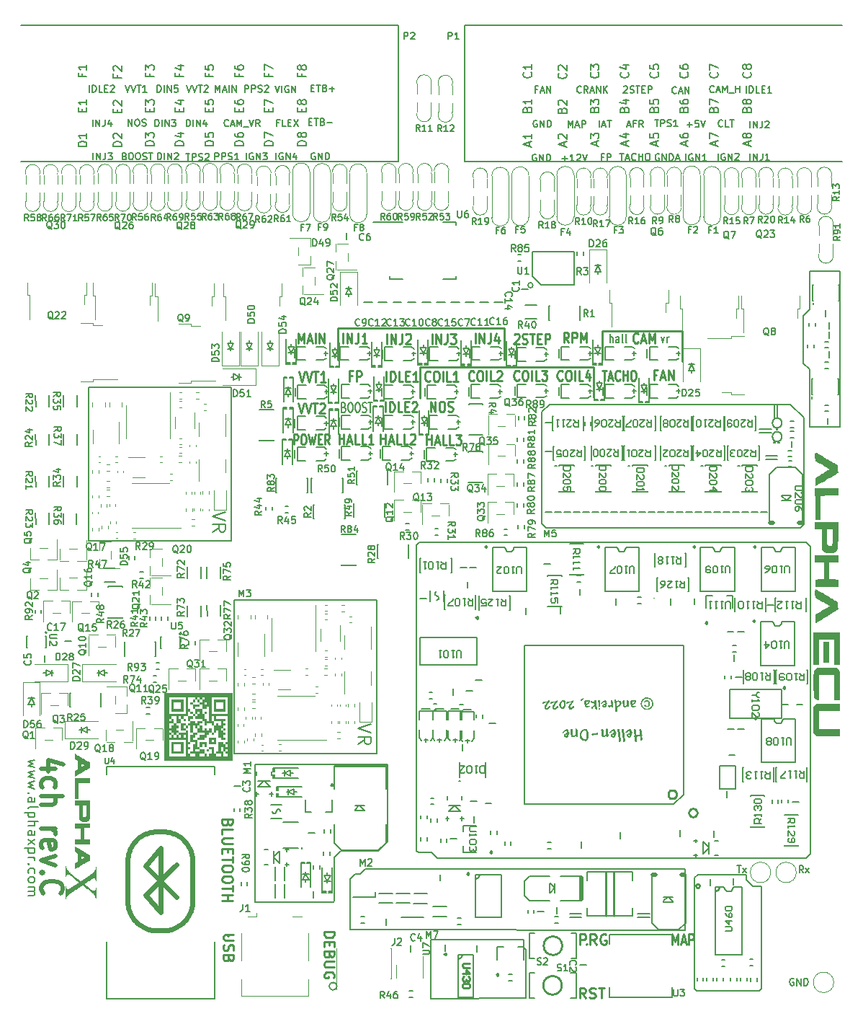
<source format=gto>
G75*
G70*
%OFA0B0*%
%FSLAX25Y25*%
%IPPOS*%
%LPD*%
%AMOC8*
5,1,8,0,0,1.08239X$1,22.5*
%
%ADD107C,0.01968*%
%ADD182C,0.00689*%
%ADD238C,0.00650*%
%ADD59C,0.00787*%
%ADD60C,0.01575*%
%ADD61C,0.01969*%
%ADD63C,0.00800*%
%ADD69C,0.00472*%
%ADD77C,0.00984*%
%ADD78C,0.00669*%
%ADD79C,0.00886*%
%ADD80C,0.00500*%
%ADD81C,0.00591*%
%ADD82C,0.00390*%
%ADD83C,0.01000*%
%ADD84C,0.02484*%
X0000000Y0000000D02*
%LPD*%
G01*
D77*
X0146457Y0296260D02*
X0146457Y0311024D01*
X0268898Y0309646D02*
X0305906Y0309646D01*
X0305906Y0309646D02*
X0305906Y0295866D01*
X0184449Y0278740D02*
X0184449Y0293110D01*
X0264764Y0293110D02*
X0264764Y0278937D01*
X0146457Y0311024D02*
X0223425Y0311024D01*
X0184449Y0293110D02*
X0264764Y0293110D01*
X0268898Y0296260D02*
X0268898Y0309646D01*
X0223425Y0311024D02*
X0223425Y0296457D01*
D78*
X0119282Y0405934D02*
X0118232Y0405934D01*
X0118232Y0404284D02*
X0118232Y0407433D01*
X0119732Y0407433D01*
X0122432Y0404284D02*
X0120932Y0404284D01*
X0120932Y0407433D01*
X0123481Y0405934D02*
X0124531Y0405934D01*
X0124981Y0404284D02*
X0123481Y0404284D01*
X0123481Y0407433D01*
X0124981Y0407433D01*
X0126031Y0407433D02*
X0128131Y0404284D01*
X0128131Y0407433D02*
X0126031Y0404284D01*
X0337265Y0403697D02*
X0337265Y0406846D01*
X0338765Y0403697D02*
X0338765Y0406846D01*
X0340565Y0403697D01*
X0340565Y0406846D01*
X0342964Y0406846D02*
X0342964Y0404597D01*
X0342814Y0404147D01*
X0342514Y0403847D01*
X0342064Y0403697D01*
X0341764Y0403697D01*
X0344314Y0406546D02*
X0344464Y0406696D01*
X0344764Y0406846D01*
X0345514Y0406846D01*
X0345814Y0406696D01*
X0345964Y0406546D01*
X0346114Y0406246D01*
X0346114Y0405946D01*
X0345964Y0405497D01*
X0344164Y0403697D01*
X0346114Y0403697D01*
X0303126Y0419780D02*
X0302976Y0419630D01*
X0302526Y0419480D01*
X0302226Y0419480D01*
X0301776Y0419630D01*
X0301476Y0419930D01*
X0301326Y0420230D01*
X0301176Y0420830D01*
X0301176Y0421280D01*
X0301326Y0421880D01*
X0301476Y0422180D01*
X0301776Y0422480D01*
X0302226Y0422630D01*
X0302526Y0422630D01*
X0302976Y0422480D01*
X0303126Y0422330D01*
X0304326Y0420380D02*
X0305826Y0420380D01*
X0304026Y0419480D02*
X0305076Y0422630D01*
X0306125Y0419480D01*
X0307175Y0419480D02*
X0307175Y0422630D01*
X0308975Y0419480D01*
X0308975Y0422630D01*
X0238294Y0391322D02*
X0237994Y0391472D01*
X0237544Y0391472D01*
X0237094Y0391322D01*
X0236794Y0391022D01*
X0236644Y0390722D01*
X0236494Y0390123D01*
X0236494Y0389673D01*
X0236644Y0389073D01*
X0236794Y0388773D01*
X0237094Y0388473D01*
X0237544Y0388323D01*
X0237844Y0388323D01*
X0238294Y0388473D01*
X0238444Y0388623D01*
X0238444Y0389673D01*
X0237844Y0389673D01*
X0239794Y0388323D02*
X0239794Y0391472D01*
X0241594Y0388323D01*
X0241594Y0391472D01*
X0243094Y0388323D02*
X0243094Y0391472D01*
X0243844Y0391472D01*
X0244293Y0391322D01*
X0244593Y0391022D01*
X0244743Y0390722D01*
X0244893Y0390123D01*
X0244893Y0389673D01*
X0244743Y0389073D01*
X0244593Y0388773D01*
X0244293Y0388473D01*
X0243844Y0388323D01*
X0243094Y0388323D01*
D59*
X0296110Y0306946D02*
X0296860Y0304321D01*
X0297610Y0306946D01*
X0298810Y0304321D02*
X0298810Y0306946D01*
X0298810Y0306196D02*
X0298960Y0306571D01*
X0299109Y0306759D01*
X0299409Y0306946D01*
X0299709Y0306946D01*
D78*
X0076378Y0404284D02*
X0076378Y0407433D01*
X0077128Y0407433D01*
X0077578Y0407283D01*
X0077878Y0406984D01*
X0078028Y0406684D01*
X0078178Y0406084D01*
X0078178Y0405634D01*
X0078028Y0405034D01*
X0077878Y0404734D01*
X0077578Y0404434D01*
X0077128Y0404284D01*
X0076378Y0404284D01*
X0079528Y0404284D02*
X0079528Y0407433D01*
X0081027Y0404284D02*
X0081027Y0407433D01*
X0082827Y0404284D01*
X0082827Y0407433D01*
X0085677Y0406384D02*
X0085677Y0404284D01*
X0084927Y0407583D02*
X0084177Y0405334D01*
X0086127Y0405334D01*
X0103459Y0420229D02*
X0103459Y0423378D01*
X0104659Y0423378D01*
X0104959Y0423228D01*
X0105109Y0423078D01*
X0105259Y0422778D01*
X0105259Y0422328D01*
X0105109Y0422028D01*
X0104959Y0421879D01*
X0104659Y0421729D01*
X0103459Y0421729D01*
X0106609Y0420229D02*
X0106609Y0423378D01*
X0107808Y0423378D01*
X0108108Y0423228D01*
X0108258Y0423078D01*
X0108408Y0422778D01*
X0108408Y0422328D01*
X0108258Y0422028D01*
X0108108Y0421879D01*
X0107808Y0421729D01*
X0106609Y0421729D01*
X0109608Y0420379D02*
X0110058Y0420229D01*
X0110808Y0420229D01*
X0111108Y0420379D01*
X0111258Y0420529D01*
X0111408Y0420829D01*
X0111408Y0421129D01*
X0111258Y0421429D01*
X0111108Y0421579D01*
X0110808Y0421729D01*
X0110208Y0421879D01*
X0109908Y0422028D01*
X0109758Y0422178D01*
X0109608Y0422478D01*
X0109608Y0422778D01*
X0109758Y0423078D01*
X0109908Y0423228D01*
X0110208Y0423378D01*
X0110958Y0423378D01*
X0111408Y0423228D01*
X0112608Y0423078D02*
X0112758Y0423228D01*
X0113058Y0423378D01*
X0113808Y0423378D01*
X0114108Y0423228D01*
X0114258Y0423078D01*
X0114408Y0422778D01*
X0114408Y0422478D01*
X0114258Y0422028D01*
X0112458Y0420229D01*
X0114408Y0420229D01*
D77*
X0128468Y0290973D02*
X0129781Y0286249D01*
X0131093Y0290973D01*
X0131843Y0290973D02*
X0133155Y0286249D01*
X0134468Y0290973D01*
X0135217Y0290973D02*
X0137467Y0290973D01*
X0136342Y0286249D02*
X0136342Y0290973D01*
X0140842Y0286249D02*
X0138592Y0286249D01*
X0139717Y0286249D02*
X0139717Y0290973D01*
X0139342Y0290298D01*
X0138967Y0289848D01*
X0138592Y0289623D01*
X0228168Y0308043D02*
X0228356Y0308268D01*
X0228731Y0308493D01*
X0229668Y0308493D01*
X0230043Y0308268D01*
X0230231Y0308043D01*
X0230418Y0307593D01*
X0230418Y0307143D01*
X0230231Y0306468D01*
X0227981Y0303768D01*
X0230418Y0303768D01*
X0231918Y0303993D02*
X0232480Y0303768D01*
X0233418Y0303768D01*
X0233793Y0303993D01*
X0233980Y0304218D01*
X0234168Y0304668D01*
X0234168Y0305118D01*
X0233980Y0305568D01*
X0233793Y0305793D01*
X0233418Y0306018D01*
X0232668Y0306243D01*
X0232293Y0306468D01*
X0232105Y0306693D01*
X0231918Y0307143D01*
X0231918Y0307593D01*
X0232105Y0308043D01*
X0232293Y0308268D01*
X0232668Y0308493D01*
X0233605Y0308493D01*
X0234168Y0308268D01*
X0235292Y0308493D02*
X0237542Y0308493D01*
X0236417Y0303768D02*
X0236417Y0308493D01*
X0238855Y0306243D02*
X0240167Y0306243D01*
X0240729Y0303768D02*
X0238855Y0303768D01*
X0238855Y0308493D01*
X0240729Y0308493D01*
X0242417Y0303768D02*
X0242417Y0308493D01*
X0243916Y0308493D01*
X0244291Y0308268D01*
X0244479Y0308043D01*
X0244666Y0307593D01*
X0244666Y0306918D01*
X0244479Y0306468D01*
X0244291Y0306243D01*
X0243916Y0306018D01*
X0242417Y0306018D01*
D78*
X0047769Y0390579D02*
X0048219Y0390429D01*
X0048369Y0390279D01*
X0048519Y0389979D01*
X0048519Y0389529D01*
X0048369Y0389229D01*
X0048219Y0389079D01*
X0047919Y0388930D01*
X0046719Y0388930D01*
X0046719Y0392079D01*
X0047769Y0392079D01*
X0048069Y0391929D01*
X0048219Y0391779D01*
X0048369Y0391479D01*
X0048369Y0391179D01*
X0048219Y0390879D01*
X0048069Y0390729D01*
X0047769Y0390579D01*
X0046719Y0390579D01*
X0050469Y0392079D02*
X0051069Y0392079D01*
X0051369Y0391929D01*
X0051669Y0391629D01*
X0051819Y0391029D01*
X0051819Y0389979D01*
X0051669Y0389379D01*
X0051369Y0389079D01*
X0051069Y0388930D01*
X0050469Y0388930D01*
X0050169Y0389079D01*
X0049869Y0389379D01*
X0049719Y0389979D01*
X0049719Y0391029D01*
X0049869Y0391629D01*
X0050169Y0391929D01*
X0050469Y0392079D01*
X0053768Y0392079D02*
X0054368Y0392079D01*
X0054668Y0391929D01*
X0054968Y0391629D01*
X0055118Y0391029D01*
X0055118Y0389979D01*
X0054968Y0389379D01*
X0054668Y0389079D01*
X0054368Y0388930D01*
X0053768Y0388930D01*
X0053468Y0389079D01*
X0053168Y0389379D01*
X0053018Y0389979D01*
X0053018Y0391029D01*
X0053168Y0391629D01*
X0053468Y0391929D01*
X0053768Y0392079D01*
X0056318Y0389079D02*
X0056768Y0388930D01*
X0057518Y0388930D01*
X0057818Y0389079D01*
X0057968Y0389229D01*
X0058118Y0389529D01*
X0058118Y0389829D01*
X0057968Y0390129D01*
X0057818Y0390279D01*
X0057518Y0390429D01*
X0056918Y0390579D01*
X0056618Y0390729D01*
X0056468Y0390879D01*
X0056318Y0391179D01*
X0056318Y0391479D01*
X0056468Y0391779D01*
X0056618Y0391929D01*
X0056918Y0392079D01*
X0057668Y0392079D01*
X0058118Y0391929D01*
X0059018Y0392079D02*
X0060817Y0392079D01*
X0059918Y0388930D02*
X0059918Y0392079D01*
D77*
X0168570Y0272272D02*
X0168570Y0276997D01*
X0170444Y0272272D02*
X0170444Y0276997D01*
X0171382Y0276997D01*
X0171944Y0276772D01*
X0172319Y0276322D01*
X0172507Y0275872D01*
X0172694Y0274972D01*
X0172694Y0274297D01*
X0172507Y0273397D01*
X0172319Y0272947D01*
X0171944Y0272497D01*
X0171382Y0272272D01*
X0170444Y0272272D01*
X0176256Y0272272D02*
X0174381Y0272272D01*
X0174381Y0276997D01*
X0177568Y0274747D02*
X0178881Y0274747D01*
X0179443Y0272272D02*
X0177568Y0272272D01*
X0177568Y0276997D01*
X0179443Y0276997D01*
X0180943Y0276547D02*
X0181130Y0276772D01*
X0181505Y0276997D01*
X0182443Y0276997D01*
X0182818Y0276772D01*
X0183005Y0276547D01*
X0183193Y0276097D01*
X0183193Y0275647D01*
X0183005Y0274972D01*
X0180756Y0272272D01*
X0183193Y0272272D01*
D59*
X0272432Y0304321D02*
X0272432Y0308258D01*
X0273781Y0304321D02*
X0273781Y0306384D01*
X0273631Y0306759D01*
X0273331Y0306946D01*
X0272882Y0306946D01*
X0272582Y0306759D01*
X0272432Y0306571D01*
X0276631Y0304321D02*
X0276631Y0306384D01*
X0276481Y0306759D01*
X0276181Y0306946D01*
X0275581Y0306946D01*
X0275281Y0306759D01*
X0276631Y0304509D02*
X0276331Y0304321D01*
X0275581Y0304321D01*
X0275281Y0304509D01*
X0275131Y0304884D01*
X0275131Y0305259D01*
X0275281Y0305634D01*
X0275581Y0305821D01*
X0276331Y0305821D01*
X0276631Y0306009D01*
X0278581Y0304321D02*
X0278281Y0304509D01*
X0278131Y0304884D01*
X0278131Y0308258D01*
X0280231Y0304321D02*
X0279931Y0304509D01*
X0279781Y0304884D01*
X0279781Y0308258D01*
D77*
X0147047Y0257508D02*
X0147047Y0262233D01*
X0147047Y0259983D02*
X0149297Y0259983D01*
X0149297Y0257508D02*
X0149297Y0262233D01*
X0150984Y0258858D02*
X0152859Y0258858D01*
X0150609Y0257508D02*
X0151922Y0262233D01*
X0153234Y0257508D01*
X0156421Y0257508D02*
X0154546Y0257508D01*
X0154546Y0262233D01*
X0159608Y0257508D02*
X0157733Y0257508D01*
X0157733Y0262233D01*
X0162983Y0257508D02*
X0160733Y0257508D01*
X0161858Y0257508D02*
X0161858Y0262233D01*
X0161483Y0261558D01*
X0161108Y0261108D01*
X0160733Y0260883D01*
X0190036Y0303768D02*
X0190036Y0308493D01*
X0191910Y0303768D02*
X0191910Y0308493D01*
X0194160Y0303768D01*
X0194160Y0308493D01*
X0197160Y0308493D02*
X0197160Y0305118D01*
X0196972Y0304443D01*
X0196597Y0303993D01*
X0196035Y0303768D01*
X0195660Y0303768D01*
X0198660Y0308493D02*
X0201097Y0308493D01*
X0199784Y0306693D01*
X0200347Y0306693D01*
X0200722Y0306468D01*
X0200909Y0306243D01*
X0201097Y0305793D01*
X0201097Y0304668D01*
X0200909Y0304218D01*
X0200722Y0303993D01*
X0200347Y0303768D01*
X0199222Y0303768D01*
X0198847Y0303993D01*
X0198660Y0304218D01*
X0253300Y0304359D02*
X0251987Y0306609D01*
X0251050Y0304359D02*
X0251050Y0309083D01*
X0252550Y0309083D01*
X0252925Y0308858D01*
X0253112Y0308633D01*
X0253300Y0308183D01*
X0253300Y0307508D01*
X0253112Y0307058D01*
X0252925Y0306834D01*
X0252550Y0306609D01*
X0251050Y0306609D01*
X0254987Y0304359D02*
X0254987Y0309083D01*
X0256487Y0309083D01*
X0256862Y0308858D01*
X0257049Y0308633D01*
X0257237Y0308183D01*
X0257237Y0307508D01*
X0257049Y0307058D01*
X0256862Y0306834D01*
X0256487Y0306609D01*
X0254987Y0306609D01*
X0258924Y0304359D02*
X0258924Y0309083D01*
X0260236Y0305709D01*
X0261549Y0309083D01*
X0261549Y0304359D01*
D78*
X0278748Y0422655D02*
X0278898Y0422805D01*
X0279198Y0422955D01*
X0279948Y0422955D01*
X0280248Y0422805D01*
X0280398Y0422655D01*
X0280548Y0422355D01*
X0280548Y0422055D01*
X0280398Y0421605D01*
X0278598Y0419805D01*
X0280548Y0419805D01*
X0281748Y0419955D02*
X0282198Y0419805D01*
X0282948Y0419805D01*
X0283248Y0419955D01*
X0283398Y0420105D01*
X0283548Y0420405D01*
X0283548Y0420705D01*
X0283398Y0421005D01*
X0283248Y0421155D01*
X0282948Y0421305D01*
X0282348Y0421455D01*
X0282048Y0421605D01*
X0281898Y0421755D01*
X0281748Y0422055D01*
X0281748Y0422355D01*
X0281898Y0422655D01*
X0282048Y0422805D01*
X0282348Y0422955D01*
X0283098Y0422955D01*
X0283548Y0422805D01*
X0284447Y0422955D02*
X0286247Y0422955D01*
X0285347Y0419805D02*
X0285347Y0422955D01*
X0287297Y0421455D02*
X0288347Y0421455D01*
X0288797Y0419805D02*
X0287297Y0419805D01*
X0287297Y0422955D01*
X0288797Y0422955D01*
X0290147Y0419805D02*
X0290147Y0422955D01*
X0291347Y0422955D01*
X0291647Y0422805D01*
X0291797Y0422655D01*
X0291947Y0422355D01*
X0291947Y0421905D01*
X0291797Y0421605D01*
X0291647Y0421455D01*
X0291347Y0421305D01*
X0290147Y0421305D01*
D77*
X0148894Y0303965D02*
X0148894Y0308690D01*
X0150769Y0303965D02*
X0150769Y0308690D01*
X0153018Y0303965D01*
X0153018Y0308690D01*
X0156018Y0308690D02*
X0156018Y0305315D01*
X0155831Y0304640D01*
X0155456Y0304190D01*
X0154893Y0303965D01*
X0154518Y0303965D01*
X0159955Y0303965D02*
X0157705Y0303965D01*
X0158830Y0303965D02*
X0158830Y0308690D01*
X0158455Y0308015D01*
X0158080Y0307565D01*
X0157705Y0307340D01*
D78*
X0259040Y0420105D02*
X0258890Y0419955D01*
X0258440Y0419805D01*
X0258140Y0419805D01*
X0257690Y0419955D01*
X0257390Y0420255D01*
X0257240Y0420555D01*
X0257091Y0421155D01*
X0257091Y0421605D01*
X0257240Y0422205D01*
X0257390Y0422505D01*
X0257690Y0422805D01*
X0258140Y0422955D01*
X0258440Y0422955D01*
X0258890Y0422805D01*
X0259040Y0422655D01*
X0262190Y0419805D02*
X0261140Y0421305D01*
X0260390Y0419805D02*
X0260390Y0422955D01*
X0261590Y0422955D01*
X0261890Y0422805D01*
X0262040Y0422655D01*
X0262190Y0422355D01*
X0262190Y0421905D01*
X0262040Y0421605D01*
X0261890Y0421455D01*
X0261590Y0421305D01*
X0260390Y0421305D01*
X0263390Y0420705D02*
X0264890Y0420705D01*
X0263090Y0419805D02*
X0264140Y0422955D01*
X0265189Y0419805D01*
X0266239Y0419805D02*
X0266239Y0422955D01*
X0268039Y0419805D01*
X0268039Y0422955D01*
X0269539Y0419805D02*
X0269539Y0422955D01*
X0271339Y0419805D02*
X0269989Y0421605D01*
X0271339Y0422955D02*
X0269539Y0421155D01*
D77*
X0128075Y0276406D02*
X0129387Y0271682D01*
X0130699Y0276406D01*
X0131449Y0276406D02*
X0132762Y0271682D01*
X0134074Y0276406D01*
X0134824Y0276406D02*
X0137073Y0276406D01*
X0135949Y0271682D02*
X0135949Y0276406D01*
X0138198Y0275956D02*
X0138386Y0276181D01*
X0138761Y0276406D01*
X0139698Y0276406D01*
X0140073Y0276181D01*
X0140261Y0275956D01*
X0140448Y0275506D01*
X0140448Y0275056D01*
X0140261Y0274381D01*
X0138011Y0271682D01*
X0140448Y0271682D01*
D78*
X0253145Y0403878D02*
X0253145Y0407027D01*
X0254194Y0404777D01*
X0255244Y0407027D01*
X0255244Y0403878D01*
X0256594Y0404777D02*
X0258094Y0404777D01*
X0256294Y0403878D02*
X0257344Y0407027D01*
X0258394Y0403878D01*
X0259444Y0403878D02*
X0259444Y0407027D01*
X0260644Y0407027D01*
X0260944Y0406877D01*
X0261094Y0406727D01*
X0261244Y0406427D01*
X0261244Y0405977D01*
X0261094Y0405677D01*
X0260944Y0405527D01*
X0260644Y0405377D01*
X0259444Y0405377D01*
D77*
X0209467Y0287092D02*
X0209280Y0286867D01*
X0208717Y0286642D01*
X0208342Y0286642D01*
X0207780Y0286867D01*
X0207405Y0287317D01*
X0207217Y0287767D01*
X0207030Y0288667D01*
X0207030Y0289342D01*
X0207217Y0290242D01*
X0207405Y0290692D01*
X0207780Y0291142D01*
X0208342Y0291367D01*
X0208717Y0291367D01*
X0209280Y0291142D01*
X0209467Y0290917D01*
X0211904Y0291367D02*
X0212654Y0291367D01*
X0213029Y0291142D01*
X0213404Y0290692D01*
X0213592Y0289792D01*
X0213592Y0288217D01*
X0213404Y0287317D01*
X0213029Y0286867D01*
X0212654Y0286642D01*
X0211904Y0286642D01*
X0211529Y0286867D01*
X0211154Y0287317D01*
X0210967Y0288217D01*
X0210967Y0289792D01*
X0211154Y0290692D01*
X0211529Y0291142D01*
X0211904Y0291367D01*
X0215279Y0286642D02*
X0215279Y0291367D01*
X0219028Y0286642D02*
X0217154Y0286642D01*
X0217154Y0291367D01*
X0220153Y0290917D02*
X0220341Y0291142D01*
X0220716Y0291367D01*
X0221653Y0291367D01*
X0222028Y0291142D01*
X0222216Y0290917D01*
X0222403Y0290467D01*
X0222403Y0290017D01*
X0222216Y0289342D01*
X0219966Y0286642D01*
X0222403Y0286642D01*
D78*
X0331235Y0062595D02*
X0333080Y0062595D01*
X0332158Y0059366D02*
X0332158Y0062595D01*
X0333849Y0059366D02*
X0335540Y0061519D01*
X0333849Y0061519D02*
X0335540Y0059366D01*
X0250302Y0389523D02*
X0252702Y0389523D01*
X0251502Y0388323D02*
X0251502Y0390722D01*
X0255851Y0388323D02*
X0254052Y0388323D01*
X0254951Y0388323D02*
X0254951Y0391472D01*
X0254652Y0391022D01*
X0254352Y0390722D01*
X0254052Y0390572D01*
X0257051Y0391172D02*
X0257201Y0391322D01*
X0257501Y0391472D01*
X0258251Y0391472D01*
X0258551Y0391322D01*
X0258701Y0391172D01*
X0258851Y0390872D01*
X0258851Y0390572D01*
X0258701Y0390123D01*
X0256901Y0388323D01*
X0258851Y0388323D01*
X0259751Y0391472D02*
X0260801Y0388323D01*
X0261851Y0391472D01*
X0307426Y0388480D02*
X0307426Y0391630D01*
X0310576Y0391480D02*
X0310276Y0391630D01*
X0309826Y0391630D01*
X0309376Y0391480D01*
X0309076Y0391180D01*
X0308926Y0390880D01*
X0308776Y0390280D01*
X0308776Y0389830D01*
X0308926Y0389230D01*
X0309076Y0388930D01*
X0309376Y0388630D01*
X0309826Y0388480D01*
X0310126Y0388480D01*
X0310576Y0388630D01*
X0310726Y0388780D01*
X0310726Y0389830D01*
X0310126Y0389830D01*
X0312076Y0388480D02*
X0312076Y0391630D01*
X0313875Y0388480D01*
X0313875Y0391630D01*
X0317025Y0388480D02*
X0315225Y0388480D01*
X0316125Y0388480D02*
X0316125Y0391630D01*
X0315825Y0391180D01*
X0315525Y0390880D01*
X0315225Y0390730D01*
X0280459Y0404850D02*
X0281959Y0404850D01*
X0280159Y0403950D02*
X0281209Y0407100D01*
X0282259Y0403950D01*
X0284358Y0405600D02*
X0283309Y0405600D01*
X0283309Y0403950D02*
X0283309Y0407100D01*
X0284808Y0407100D01*
X0287808Y0403950D02*
X0286758Y0405450D01*
X0286008Y0403950D02*
X0286008Y0407100D01*
X0287208Y0407100D01*
X0287508Y0406950D01*
X0287658Y0406800D01*
X0287808Y0406500D01*
X0287808Y0406050D01*
X0287658Y0405750D01*
X0287508Y0405600D01*
X0287208Y0405450D01*
X0286008Y0405450D01*
X0031430Y0420229D02*
X0031430Y0423378D01*
X0032930Y0420229D02*
X0032930Y0423378D01*
X0033680Y0423378D01*
X0034130Y0423228D01*
X0034430Y0422928D01*
X0034580Y0422628D01*
X0034730Y0422028D01*
X0034730Y0421579D01*
X0034580Y0420979D01*
X0034430Y0420679D01*
X0034130Y0420379D01*
X0033680Y0420229D01*
X0032930Y0420229D01*
X0037580Y0420229D02*
X0036080Y0420229D01*
X0036080Y0423378D01*
X0038630Y0421879D02*
X0039679Y0421879D01*
X0040129Y0420229D02*
X0038630Y0420229D01*
X0038630Y0423378D01*
X0040129Y0423378D01*
X0041329Y0423078D02*
X0041479Y0423228D01*
X0041779Y0423378D01*
X0042529Y0423378D01*
X0042829Y0423228D01*
X0042979Y0423078D01*
X0043129Y0422778D01*
X0043129Y0422478D01*
X0042979Y0422028D01*
X0041179Y0420229D01*
X0043129Y0420229D01*
D61*
X0015889Y0107251D02*
X0009327Y0107251D01*
X0019638Y0109407D02*
X0012608Y0111563D01*
X0012608Y0105957D01*
X0009796Y0098627D02*
X0009327Y0099489D01*
X0009327Y0101214D01*
X0009796Y0102076D01*
X0010264Y0102508D01*
X0011202Y0102939D01*
X0014014Y0102939D01*
X0014951Y0102508D01*
X0015420Y0102076D01*
X0015889Y0101214D01*
X0015889Y0099489D01*
X0015420Y0098627D01*
X0009327Y0094746D02*
X0019169Y0094746D01*
X0009327Y0090865D02*
X0014483Y0090865D01*
X0015420Y0091296D01*
X0015889Y0092159D01*
X0015889Y0093452D01*
X0015420Y0094315D01*
X0014951Y0094746D01*
X0009327Y0079654D02*
X0015889Y0079654D01*
X0014014Y0079654D02*
X0014951Y0079223D01*
X0015420Y0078792D01*
X0015889Y0077929D01*
X0015889Y0077067D01*
X0009796Y0070599D02*
X0009327Y0071461D01*
X0009327Y0073186D01*
X0009796Y0074049D01*
X0010733Y0074480D01*
X0014483Y0074480D01*
X0015420Y0074049D01*
X0015889Y0073186D01*
X0015889Y0071461D01*
X0015420Y0070599D01*
X0014483Y0070168D01*
X0013545Y0070168D01*
X0012608Y0074480D01*
X0015889Y0067149D02*
X0009327Y0064993D01*
X0015889Y0062837D01*
X0010264Y0059388D02*
X0009796Y0058957D01*
X0009327Y0059388D01*
X0009796Y0059819D01*
X0010264Y0059388D01*
X0009327Y0059388D01*
X0010264Y0049902D02*
X0009796Y0050333D01*
X0009327Y0051626D01*
X0009327Y0052489D01*
X0009796Y0053782D01*
X0010733Y0054645D01*
X0011670Y0055076D01*
X0013545Y0055507D01*
X0014951Y0055507D01*
X0016826Y0055076D01*
X0017763Y0054645D01*
X0018701Y0053782D01*
X0019169Y0052489D01*
X0019169Y0051626D01*
X0018701Y0050333D01*
X0018232Y0049902D01*
D77*
X0153121Y0289013D02*
X0151809Y0289013D01*
X0151809Y0286538D02*
X0151809Y0291262D01*
X0153684Y0291262D01*
X0155184Y0286538D02*
X0155184Y0291262D01*
X0156684Y0291262D01*
X0157058Y0291038D01*
X0157246Y0290813D01*
X0157433Y0290363D01*
X0157433Y0289688D01*
X0157246Y0289238D01*
X0157058Y0289013D01*
X0156684Y0288788D01*
X0155184Y0288788D01*
D78*
X0238842Y0421539D02*
X0237792Y0421539D01*
X0237792Y0419890D02*
X0237792Y0423039D01*
X0239292Y0423039D01*
X0240341Y0420789D02*
X0241841Y0420789D01*
X0240041Y0419890D02*
X0241091Y0423039D01*
X0242141Y0419890D01*
X0243191Y0419890D02*
X0243191Y0423039D01*
X0244991Y0419890D01*
X0244991Y0423039D01*
X0033249Y0388930D02*
X0033249Y0392079D01*
X0034749Y0388930D02*
X0034749Y0392079D01*
X0036549Y0388930D01*
X0036549Y0392079D01*
X0038948Y0392079D02*
X0038948Y0389829D01*
X0038798Y0389379D01*
X0038498Y0389079D01*
X0038048Y0388930D01*
X0037748Y0388930D01*
X0040148Y0392079D02*
X0042098Y0392079D01*
X0041048Y0390879D01*
X0041498Y0390879D01*
X0041798Y0390729D01*
X0041948Y0390579D01*
X0042098Y0390279D01*
X0042098Y0389529D01*
X0041948Y0389229D01*
X0041798Y0389079D01*
X0041498Y0388930D01*
X0040598Y0388930D01*
X0040298Y0389079D01*
X0040148Y0389229D01*
X0238683Y0406998D02*
X0238383Y0407148D01*
X0237933Y0407148D01*
X0237483Y0406998D01*
X0237183Y0406698D01*
X0237033Y0406398D01*
X0236883Y0405798D01*
X0236883Y0405348D01*
X0237033Y0404748D01*
X0237183Y0404448D01*
X0237483Y0404148D01*
X0237933Y0403998D01*
X0238233Y0403998D01*
X0238683Y0404148D01*
X0238833Y0404298D01*
X0238833Y0405348D01*
X0238233Y0405348D01*
X0240182Y0403998D02*
X0240182Y0407148D01*
X0241982Y0403998D01*
X0241982Y0407148D01*
X0243482Y0403998D02*
X0243482Y0407148D01*
X0244232Y0407148D01*
X0244682Y0406998D01*
X0244982Y0406698D01*
X0245132Y0406398D01*
X0245282Y0405798D01*
X0245282Y0405348D01*
X0245132Y0404748D01*
X0244982Y0404448D01*
X0244682Y0404148D01*
X0244232Y0403998D01*
X0243482Y0403998D01*
D77*
X0285471Y0304612D02*
X0285283Y0304387D01*
X0284721Y0304162D01*
X0284346Y0304162D01*
X0283783Y0304387D01*
X0283408Y0304837D01*
X0283221Y0305287D01*
X0283033Y0306187D01*
X0283033Y0306862D01*
X0283221Y0307762D01*
X0283408Y0308211D01*
X0283783Y0308661D01*
X0284346Y0308886D01*
X0284721Y0308886D01*
X0285283Y0308661D01*
X0285471Y0308436D01*
X0286970Y0305512D02*
X0288845Y0305512D01*
X0286595Y0304162D02*
X0287908Y0308886D01*
X0289220Y0304162D01*
X0290532Y0304162D02*
X0290532Y0308886D01*
X0291845Y0305512D01*
X0293157Y0308886D01*
X0293157Y0304162D01*
D78*
X0320566Y0420332D02*
X0320416Y0420182D01*
X0319966Y0420032D01*
X0319666Y0420032D01*
X0319216Y0420182D01*
X0318916Y0420482D01*
X0318766Y0420782D01*
X0318616Y0421382D01*
X0318616Y0421832D01*
X0318766Y0422432D01*
X0318916Y0422732D01*
X0319216Y0423031D01*
X0319666Y0423181D01*
X0319966Y0423181D01*
X0320416Y0423031D01*
X0320566Y0422882D01*
X0321766Y0420932D02*
X0323266Y0420932D01*
X0321466Y0420032D02*
X0322516Y0423181D01*
X0323566Y0420032D01*
X0324616Y0420032D02*
X0324616Y0423181D01*
X0325666Y0420932D01*
X0326715Y0423181D01*
X0326715Y0420032D01*
X0327465Y0419732D02*
X0329865Y0419732D01*
X0330615Y0420032D02*
X0330615Y0423181D01*
X0330615Y0421682D02*
X0332415Y0421682D01*
X0332415Y0420032D02*
X0332415Y0423181D01*
X0063189Y0388930D02*
X0063189Y0392079D01*
X0063939Y0392079D01*
X0064389Y0391929D01*
X0064689Y0391629D01*
X0064839Y0391329D01*
X0064989Y0390729D01*
X0064989Y0390279D01*
X0064839Y0389679D01*
X0064689Y0389379D01*
X0064389Y0389079D01*
X0063939Y0388930D01*
X0063189Y0388930D01*
X0066339Y0388930D02*
X0066339Y0392079D01*
X0067838Y0388930D02*
X0067838Y0392079D01*
X0069638Y0388930D01*
X0069638Y0392079D01*
X0070988Y0391779D02*
X0071138Y0391929D01*
X0071438Y0392079D01*
X0072188Y0392079D01*
X0072488Y0391929D01*
X0072638Y0391779D01*
X0072788Y0391479D01*
X0072788Y0391179D01*
X0072638Y0390729D01*
X0070838Y0388930D01*
X0072788Y0388930D01*
D77*
X0166339Y0257508D02*
X0166339Y0262233D01*
X0166339Y0259983D02*
X0168588Y0259983D01*
X0168588Y0257508D02*
X0168588Y0262233D01*
X0170276Y0258858D02*
X0172150Y0258858D01*
X0169901Y0257508D02*
X0171213Y0262233D01*
X0172525Y0257508D01*
X0175712Y0257508D02*
X0173838Y0257508D01*
X0173838Y0262233D01*
X0178900Y0257508D02*
X0177025Y0257508D01*
X0177025Y0262233D01*
X0180024Y0261783D02*
X0180212Y0262008D01*
X0180587Y0262233D01*
X0181524Y0262233D01*
X0181899Y0262008D01*
X0182087Y0261783D01*
X0182274Y0261333D01*
X0182274Y0260883D01*
X0182087Y0260208D01*
X0179837Y0257508D01*
X0182274Y0257508D01*
D78*
X0048247Y0423378D02*
X0049297Y0420229D01*
X0050347Y0423378D01*
X0050947Y0423378D02*
X0051997Y0420229D01*
X0053046Y0423378D01*
X0053646Y0423378D02*
X0055446Y0423378D01*
X0054546Y0420229D02*
X0054546Y0423378D01*
X0058146Y0420229D02*
X0056346Y0420229D01*
X0057246Y0420229D02*
X0057246Y0423378D01*
X0056946Y0422928D01*
X0056646Y0422628D01*
X0056346Y0422478D01*
X0135986Y0391929D02*
X0135686Y0392079D01*
X0135236Y0392079D01*
X0134786Y0391929D01*
X0134486Y0391629D01*
X0134336Y0391329D01*
X0134186Y0390729D01*
X0134186Y0390279D01*
X0134336Y0389679D01*
X0134486Y0389379D01*
X0134786Y0389079D01*
X0135236Y0388930D01*
X0135536Y0388930D01*
X0135986Y0389079D01*
X0136136Y0389229D01*
X0136136Y0390279D01*
X0135536Y0390279D01*
X0137486Y0388930D02*
X0137486Y0392079D01*
X0139286Y0388930D01*
X0139286Y0392079D01*
X0140786Y0388930D02*
X0140786Y0392079D01*
X0141535Y0392079D01*
X0141985Y0391929D01*
X0142285Y0391629D01*
X0142435Y0391329D01*
X0142585Y0390729D01*
X0142585Y0390279D01*
X0142435Y0389679D01*
X0142285Y0389379D01*
X0141985Y0389079D01*
X0141535Y0388930D01*
X0140786Y0388930D01*
X0076594Y0423378D02*
X0077643Y0420229D01*
X0078693Y0423378D01*
X0079293Y0423378D02*
X0080343Y0420229D01*
X0081393Y0423378D01*
X0081993Y0423378D02*
X0083793Y0423378D01*
X0082893Y0420229D02*
X0082893Y0423378D01*
X0084693Y0423078D02*
X0084843Y0423228D01*
X0085142Y0423378D01*
X0085892Y0423378D01*
X0086192Y0423228D01*
X0086342Y0423078D01*
X0086492Y0422778D01*
X0086492Y0422478D01*
X0086342Y0422028D01*
X0084543Y0420229D01*
X0086492Y0420229D01*
D77*
X0187598Y0257115D02*
X0187598Y0261839D01*
X0187598Y0259589D02*
X0189848Y0259589D01*
X0189848Y0257115D02*
X0189848Y0261839D01*
X0191535Y0258465D02*
X0193410Y0258465D01*
X0191160Y0257115D02*
X0192473Y0261839D01*
X0193785Y0257115D01*
X0196972Y0257115D02*
X0195097Y0257115D01*
X0195097Y0261839D01*
X0200159Y0257115D02*
X0198285Y0257115D01*
X0198285Y0261839D01*
X0201097Y0261839D02*
X0203534Y0261839D01*
X0202222Y0260039D01*
X0202784Y0260039D01*
X0203159Y0259814D01*
X0203346Y0259589D01*
X0203534Y0259139D01*
X0203534Y0258015D01*
X0203346Y0257565D01*
X0203159Y0257340D01*
X0202784Y0257115D01*
X0201659Y0257115D01*
X0201284Y0257340D01*
X0201097Y0257565D01*
D78*
X0357383Y0010276D02*
X0357075Y0010429D01*
X0356614Y0010429D01*
X0356153Y0010276D01*
X0355846Y0009968D01*
X0355692Y0009661D01*
X0355538Y0009046D01*
X0355538Y0008585D01*
X0355692Y0007970D01*
X0355846Y0007662D01*
X0356153Y0007355D01*
X0356614Y0007201D01*
X0356922Y0007201D01*
X0357383Y0007355D01*
X0357537Y0007508D01*
X0357537Y0008585D01*
X0356922Y0008585D01*
X0358920Y0007201D02*
X0358920Y0010429D01*
X0360765Y0007201D01*
X0360765Y0010429D01*
X0362302Y0007201D02*
X0362302Y0010429D01*
X0363071Y0010429D01*
X0363532Y0010276D01*
X0363840Y0009968D01*
X0363993Y0009661D01*
X0364147Y0009046D01*
X0364147Y0008585D01*
X0363993Y0007970D01*
X0363840Y0007662D01*
X0363532Y0007355D01*
X0363071Y0007201D01*
X0362302Y0007201D01*
X0337350Y0388733D02*
X0337350Y0391882D01*
X0338849Y0388733D02*
X0338849Y0391882D01*
X0340649Y0388733D01*
X0340649Y0391882D01*
X0343049Y0391882D02*
X0343049Y0389633D01*
X0342899Y0389183D01*
X0342599Y0388883D01*
X0342149Y0388733D01*
X0341849Y0388733D01*
X0346198Y0388733D02*
X0344399Y0388733D01*
X0345299Y0388733D02*
X0345299Y0391882D01*
X0344999Y0391432D01*
X0344699Y0391132D01*
X0344399Y0390982D01*
X0049494Y0404481D02*
X0049494Y0407630D01*
X0051294Y0404481D01*
X0051294Y0407630D01*
X0053393Y0407630D02*
X0053993Y0407630D01*
X0054293Y0407480D01*
X0054593Y0407180D01*
X0054743Y0406580D01*
X0054743Y0405531D01*
X0054593Y0404931D01*
X0054293Y0404631D01*
X0053993Y0404481D01*
X0053393Y0404481D01*
X0053093Y0404631D01*
X0052793Y0404931D01*
X0052643Y0405531D01*
X0052643Y0406580D01*
X0052793Y0407180D01*
X0053093Y0407480D01*
X0053393Y0407630D01*
X0055943Y0404631D02*
X0056393Y0404481D01*
X0057143Y0404481D01*
X0057443Y0404631D01*
X0057593Y0404781D01*
X0057743Y0405081D01*
X0057743Y0405381D01*
X0057593Y0405681D01*
X0057443Y0405831D01*
X0057143Y0405981D01*
X0056543Y0406130D01*
X0056243Y0406280D01*
X0056093Y0406430D01*
X0055943Y0406730D01*
X0055943Y0407030D01*
X0056093Y0407330D01*
X0056243Y0407480D01*
X0056543Y0407630D01*
X0057293Y0407630D01*
X0057743Y0407480D01*
X0133183Y0406524D02*
X0134233Y0406524D01*
X0134683Y0404874D02*
X0133183Y0404874D01*
X0133183Y0408024D01*
X0134683Y0408024D01*
X0135583Y0408024D02*
X0137383Y0408024D01*
X0136483Y0404874D02*
X0136483Y0408024D01*
X0139483Y0406524D02*
X0139933Y0406374D01*
X0140082Y0406224D01*
X0140232Y0405924D01*
X0140232Y0405474D01*
X0140082Y0405174D01*
X0139933Y0405024D01*
X0139633Y0404874D01*
X0138433Y0404874D01*
X0138433Y0408024D01*
X0139483Y0408024D01*
X0139783Y0407874D01*
X0139933Y0407724D01*
X0140082Y0407424D01*
X0140082Y0407124D01*
X0139933Y0406824D01*
X0139783Y0406674D01*
X0139483Y0406524D01*
X0138433Y0406524D01*
X0141582Y0406074D02*
X0143982Y0406074D01*
X0134168Y0422075D02*
X0135217Y0422075D01*
X0135667Y0420426D02*
X0134168Y0420426D01*
X0134168Y0423575D01*
X0135667Y0423575D01*
X0136567Y0423575D02*
X0138367Y0423575D01*
X0137467Y0420426D02*
X0137467Y0423575D01*
X0140467Y0422075D02*
X0140917Y0421925D01*
X0141067Y0421775D01*
X0141217Y0421475D01*
X0141217Y0421026D01*
X0141067Y0420726D01*
X0140917Y0420576D01*
X0140617Y0420426D01*
X0139417Y0420426D01*
X0139417Y0423575D01*
X0140467Y0423575D01*
X0140767Y0423425D01*
X0140917Y0423275D01*
X0141067Y0422975D01*
X0141067Y0422675D01*
X0140917Y0422375D01*
X0140767Y0422225D01*
X0140467Y0422075D01*
X0139417Y0422075D01*
X0142567Y0421625D02*
X0144966Y0421625D01*
X0143766Y0420426D02*
X0143766Y0422825D01*
X0095866Y0404584D02*
X0095716Y0404434D01*
X0095266Y0404284D01*
X0094966Y0404284D01*
X0094516Y0404434D01*
X0094216Y0404734D01*
X0094066Y0405034D01*
X0093916Y0405634D01*
X0093916Y0406084D01*
X0094066Y0406684D01*
X0094216Y0406984D01*
X0094516Y0407283D01*
X0094966Y0407433D01*
X0095266Y0407433D01*
X0095716Y0407283D01*
X0095866Y0407133D01*
X0097066Y0405184D02*
X0098566Y0405184D01*
X0096766Y0404284D02*
X0097816Y0407433D01*
X0098866Y0404284D01*
X0099916Y0404284D02*
X0099916Y0407433D01*
X0100966Y0405184D01*
X0102015Y0407433D01*
X0102015Y0404284D01*
X0102765Y0403984D02*
X0105165Y0403984D01*
X0105465Y0407433D02*
X0106515Y0404284D01*
X0107565Y0407433D01*
X0110414Y0404284D02*
X0109364Y0405784D01*
X0108615Y0404284D02*
X0108615Y0407433D01*
X0109814Y0407433D01*
X0110114Y0407283D01*
X0110264Y0407133D01*
X0110414Y0406834D01*
X0110414Y0406384D01*
X0110264Y0406084D01*
X0110114Y0405934D01*
X0109814Y0405784D01*
X0108615Y0405784D01*
X0089679Y0388930D02*
X0089679Y0392079D01*
X0090879Y0392079D01*
X0091179Y0391929D01*
X0091329Y0391779D01*
X0091479Y0391479D01*
X0091479Y0391029D01*
X0091329Y0390729D01*
X0091179Y0390579D01*
X0090879Y0390429D01*
X0089679Y0390429D01*
X0092829Y0388930D02*
X0092829Y0392079D01*
X0094029Y0392079D01*
X0094329Y0391929D01*
X0094479Y0391779D01*
X0094629Y0391479D01*
X0094629Y0391029D01*
X0094479Y0390729D01*
X0094329Y0390579D01*
X0094029Y0390429D01*
X0092829Y0390429D01*
X0095829Y0389079D02*
X0096279Y0388930D01*
X0097028Y0388930D01*
X0097328Y0389079D01*
X0097478Y0389229D01*
X0097628Y0389529D01*
X0097628Y0389829D01*
X0097478Y0390129D01*
X0097328Y0390279D01*
X0097028Y0390429D01*
X0096429Y0390579D01*
X0096129Y0390729D01*
X0095979Y0390879D01*
X0095829Y0391179D01*
X0095829Y0391479D01*
X0095979Y0391779D01*
X0096129Y0391929D01*
X0096429Y0392079D01*
X0097178Y0392079D01*
X0097628Y0391929D01*
X0100628Y0388930D02*
X0098828Y0388930D01*
X0099728Y0388930D02*
X0099728Y0392079D01*
X0099428Y0391629D01*
X0099128Y0391329D01*
X0098828Y0391179D01*
D77*
X0210114Y0303965D02*
X0210114Y0308690D01*
X0211989Y0303965D02*
X0211989Y0308690D01*
X0214239Y0303965D01*
X0214239Y0308690D01*
X0217238Y0308690D02*
X0217238Y0305315D01*
X0217051Y0304640D01*
X0216676Y0304190D01*
X0216114Y0303965D01*
X0215739Y0303965D01*
X0220801Y0307115D02*
X0220801Y0303965D01*
X0219863Y0308915D02*
X0218926Y0305540D01*
X0221363Y0305540D01*
X0258605Y0026209D02*
X0258605Y0030934D01*
X0260405Y0030934D01*
X0260855Y0030709D01*
X0261080Y0030484D01*
X0261305Y0030034D01*
X0261305Y0029359D01*
X0261080Y0028909D01*
X0260855Y0028684D01*
X0260405Y0028459D01*
X0258605Y0028459D01*
X0266029Y0026209D02*
X0264454Y0028459D01*
X0263330Y0026209D02*
X0263330Y0030934D01*
X0265129Y0030934D01*
X0265579Y0030709D01*
X0265804Y0030484D01*
X0266029Y0030034D01*
X0266029Y0029359D01*
X0265804Y0028909D01*
X0265579Y0028684D01*
X0265129Y0028459D01*
X0263330Y0028459D01*
X0270529Y0030709D02*
X0270079Y0030934D01*
X0269404Y0030934D01*
X0268729Y0030709D01*
X0268279Y0030259D01*
X0268054Y0029809D01*
X0267829Y0028909D01*
X0267829Y0028234D01*
X0268054Y0027334D01*
X0268279Y0026884D01*
X0268729Y0026434D01*
X0269404Y0026209D01*
X0269854Y0026209D01*
X0270529Y0026434D01*
X0270754Y0026659D01*
X0270754Y0028234D01*
X0269854Y0028234D01*
D78*
X0076219Y0391882D02*
X0078018Y0391882D01*
X0077118Y0388733D02*
X0077118Y0391882D01*
X0079068Y0388733D02*
X0079068Y0391882D01*
X0080268Y0391882D01*
X0080568Y0391732D01*
X0080718Y0391582D01*
X0080868Y0391282D01*
X0080868Y0390832D01*
X0080718Y0390532D01*
X0080568Y0390382D01*
X0080268Y0390232D01*
X0079068Y0390232D01*
X0082068Y0388883D02*
X0082518Y0388733D01*
X0083268Y0388733D01*
X0083568Y0388883D01*
X0083718Y0389033D01*
X0083868Y0389333D01*
X0083868Y0389633D01*
X0083718Y0389933D01*
X0083568Y0390082D01*
X0083268Y0390232D01*
X0082668Y0390382D01*
X0082368Y0390532D01*
X0082218Y0390682D01*
X0082068Y0390982D01*
X0082068Y0391282D01*
X0082218Y0391582D01*
X0082368Y0391732D01*
X0082668Y0391882D01*
X0083418Y0391882D01*
X0083868Y0391732D01*
X0085067Y0391582D02*
X0085217Y0391732D01*
X0085517Y0391882D01*
X0086267Y0391882D01*
X0086567Y0391732D01*
X0086717Y0391582D01*
X0086867Y0391282D01*
X0086867Y0390982D01*
X0086717Y0390532D01*
X0084918Y0388733D01*
X0086867Y0388733D01*
X0308064Y0405150D02*
X0310463Y0405150D01*
X0309264Y0403950D02*
X0309264Y0406350D01*
X0313463Y0407100D02*
X0311963Y0407100D01*
X0311813Y0405600D01*
X0311963Y0405750D01*
X0312263Y0405900D01*
X0313013Y0405900D01*
X0313313Y0405750D01*
X0313463Y0405600D01*
X0313613Y0405300D01*
X0313613Y0404550D01*
X0313463Y0404250D01*
X0313313Y0404100D01*
X0313013Y0403950D01*
X0312263Y0403950D01*
X0311963Y0404100D01*
X0311813Y0404250D01*
X0314513Y0407100D02*
X0315563Y0403950D01*
X0316613Y0407100D01*
X0267536Y0403987D02*
X0267536Y0407137D01*
X0268886Y0404887D02*
X0270386Y0404887D01*
X0268586Y0403987D02*
X0269636Y0407137D01*
X0270686Y0403987D01*
X0271286Y0407137D02*
X0273086Y0407137D01*
X0272186Y0403987D02*
X0272186Y0407137D01*
X0335502Y0419842D02*
X0335502Y0422992D01*
X0337002Y0419842D02*
X0337002Y0422992D01*
X0337752Y0422992D01*
X0338202Y0422842D01*
X0338502Y0422542D01*
X0338652Y0422242D01*
X0338802Y0421642D01*
X0338802Y0421192D01*
X0338652Y0420592D01*
X0338502Y0420292D01*
X0338202Y0419992D01*
X0337752Y0419842D01*
X0337002Y0419842D01*
X0341651Y0419842D02*
X0340151Y0419842D01*
X0340151Y0422992D01*
X0342701Y0421492D02*
X0343751Y0421492D01*
X0344201Y0419842D02*
X0342701Y0419842D01*
X0342701Y0422992D01*
X0344201Y0422992D01*
X0347201Y0419842D02*
X0345401Y0419842D01*
X0346301Y0419842D02*
X0346301Y0422992D01*
X0346001Y0422542D01*
X0345701Y0422242D01*
X0345401Y0422092D01*
X0117913Y0388930D02*
X0117913Y0392079D01*
X0121063Y0391929D02*
X0120763Y0392079D01*
X0120313Y0392079D01*
X0119863Y0391929D01*
X0119563Y0391629D01*
X0119413Y0391329D01*
X0119263Y0390729D01*
X0119263Y0390279D01*
X0119413Y0389679D01*
X0119563Y0389379D01*
X0119863Y0389079D01*
X0120313Y0388930D01*
X0120613Y0388930D01*
X0121063Y0389079D01*
X0121213Y0389229D01*
X0121213Y0390279D01*
X0120613Y0390279D01*
X0122563Y0388930D02*
X0122563Y0392079D01*
X0124363Y0388930D01*
X0124363Y0392079D01*
X0127212Y0391029D02*
X0127212Y0388930D01*
X0126462Y0392229D02*
X0125712Y0389979D01*
X0127662Y0389979D01*
D77*
X0098256Y0030765D02*
X0094432Y0030765D01*
X0093982Y0030540D01*
X0093757Y0030315D01*
X0093532Y0029865D01*
X0093532Y0028965D01*
X0093757Y0028515D01*
X0093982Y0028290D01*
X0094432Y0028065D01*
X0098256Y0028065D01*
X0093757Y0026040D02*
X0093532Y0025366D01*
X0093532Y0024241D01*
X0093757Y0023791D01*
X0093982Y0023566D01*
X0094432Y0023341D01*
X0094882Y0023341D01*
X0095332Y0023566D01*
X0095557Y0023791D01*
X0095782Y0024241D01*
X0096007Y0025141D01*
X0096232Y0025591D01*
X0096457Y0025816D01*
X0096907Y0026040D01*
X0097357Y0026040D01*
X0097807Y0025816D01*
X0098031Y0025591D01*
X0098256Y0025141D01*
X0098256Y0024016D01*
X0098031Y0023341D01*
X0096007Y0019741D02*
X0095782Y0019066D01*
X0095557Y0018841D01*
X0095107Y0018616D01*
X0094432Y0018616D01*
X0093982Y0018841D01*
X0093757Y0019066D01*
X0093532Y0019516D01*
X0093532Y0021316D01*
X0098256Y0021316D01*
X0098256Y0019741D01*
X0098031Y0019291D01*
X0097807Y0019066D01*
X0097357Y0018841D01*
X0096907Y0018841D01*
X0096457Y0019066D01*
X0096232Y0019291D01*
X0096007Y0019741D01*
X0096007Y0021316D01*
X0294010Y0289511D02*
X0292697Y0289511D01*
X0292697Y0287036D02*
X0292697Y0291760D01*
X0294572Y0291760D01*
X0295885Y0288386D02*
X0297759Y0288386D01*
X0295510Y0287036D02*
X0296822Y0291760D01*
X0298134Y0287036D01*
X0299447Y0287036D02*
X0299447Y0291760D01*
X0301696Y0287036D01*
X0301696Y0291760D01*
X0140186Y0032030D02*
X0144910Y0032030D01*
X0144910Y0030906D01*
X0144685Y0030231D01*
X0144235Y0029781D01*
X0143785Y0029556D01*
X0142885Y0029331D01*
X0142210Y0029331D01*
X0141310Y0029556D01*
X0140861Y0029781D01*
X0140411Y0030231D01*
X0140186Y0030906D01*
X0140186Y0032030D01*
X0142660Y0027306D02*
X0142660Y0025731D01*
X0140186Y0025056D02*
X0140186Y0027306D01*
X0144910Y0027306D01*
X0144910Y0025056D01*
X0142660Y0021457D02*
X0142435Y0020782D01*
X0142210Y0020557D01*
X0141760Y0020332D01*
X0141085Y0020332D01*
X0140636Y0020557D01*
X0140411Y0020782D01*
X0140186Y0021232D01*
X0140186Y0023031D01*
X0144910Y0023031D01*
X0144910Y0021457D01*
X0144685Y0021007D01*
X0144460Y0020782D01*
X0144010Y0020557D01*
X0143560Y0020557D01*
X0143110Y0020782D01*
X0142885Y0021007D01*
X0142660Y0021457D01*
X0142660Y0023031D01*
X0144910Y0018307D02*
X0141085Y0018307D01*
X0140636Y0018082D01*
X0140411Y0017857D01*
X0140186Y0017407D01*
X0140186Y0016507D01*
X0140411Y0016057D01*
X0140636Y0015832D01*
X0141085Y0015607D01*
X0144910Y0015607D01*
X0144685Y0010883D02*
X0144910Y0011333D01*
X0144910Y0012008D01*
X0144685Y0012683D01*
X0144235Y0013133D01*
X0143785Y0013358D01*
X0142885Y0013583D01*
X0142210Y0013583D01*
X0141310Y0013358D01*
X0140861Y0013133D01*
X0140411Y0012683D01*
X0140186Y0012008D01*
X0140186Y0011558D01*
X0140411Y0010883D01*
X0140636Y0010658D01*
X0142210Y0010658D01*
X0142210Y0011558D01*
D78*
X0324561Y0404419D02*
X0324411Y0404269D01*
X0323961Y0404119D01*
X0323661Y0404119D01*
X0323211Y0404269D01*
X0322911Y0404569D01*
X0322761Y0404869D01*
X0322611Y0405469D01*
X0322611Y0405919D01*
X0322761Y0406519D01*
X0322911Y0406819D01*
X0323211Y0407119D01*
X0323661Y0407269D01*
X0323961Y0407269D01*
X0324411Y0407119D01*
X0324561Y0406969D01*
X0327411Y0404119D02*
X0325911Y0404119D01*
X0325911Y0407269D01*
X0328011Y0407269D02*
X0329810Y0407269D01*
X0328910Y0404119D02*
X0328910Y0407269D01*
D77*
X0230381Y0287289D02*
X0230193Y0287064D01*
X0229631Y0286839D01*
X0229256Y0286839D01*
X0228693Y0287064D01*
X0228318Y0287514D01*
X0228131Y0287964D01*
X0227943Y0288864D01*
X0227943Y0289539D01*
X0228131Y0290439D01*
X0228318Y0290889D01*
X0228693Y0291339D01*
X0229256Y0291564D01*
X0229631Y0291564D01*
X0230193Y0291339D01*
X0230381Y0291114D01*
X0232818Y0291564D02*
X0233568Y0291564D01*
X0233943Y0291339D01*
X0234318Y0290889D01*
X0234505Y0289989D01*
X0234505Y0288414D01*
X0234318Y0287514D01*
X0233943Y0287064D01*
X0233568Y0286839D01*
X0232818Y0286839D01*
X0232443Y0287064D01*
X0232068Y0287514D01*
X0231880Y0288414D01*
X0231880Y0289989D01*
X0232068Y0290889D01*
X0232443Y0291339D01*
X0232818Y0291564D01*
X0236192Y0286839D02*
X0236192Y0291564D01*
X0239942Y0286839D02*
X0238067Y0286839D01*
X0238067Y0291564D01*
X0240879Y0291564D02*
X0243316Y0291564D01*
X0242004Y0289764D01*
X0242567Y0289764D01*
X0242942Y0289539D01*
X0243129Y0289314D01*
X0243316Y0288864D01*
X0243316Y0287739D01*
X0243129Y0287289D01*
X0242942Y0287064D01*
X0242567Y0286839D01*
X0241442Y0286839D01*
X0241067Y0287064D01*
X0240879Y0287289D01*
X0128253Y0303965D02*
X0128253Y0308690D01*
X0129565Y0305315D01*
X0130877Y0308690D01*
X0130877Y0303965D01*
X0132565Y0305315D02*
X0134439Y0305315D01*
X0132190Y0303965D02*
X0133502Y0308690D01*
X0134814Y0303965D01*
X0136127Y0303965D02*
X0136127Y0308690D01*
X0138001Y0303965D02*
X0138001Y0308690D01*
X0140251Y0303965D01*
X0140251Y0308690D01*
D78*
X0117417Y0423181D02*
X0118466Y0420032D01*
X0119516Y0423181D01*
X0120566Y0420032D02*
X0120566Y0423181D01*
X0123716Y0423031D02*
X0123416Y0423181D01*
X0122966Y0423181D01*
X0122516Y0423031D01*
X0122216Y0422732D01*
X0122066Y0422432D01*
X0121916Y0421832D01*
X0121916Y0421382D01*
X0122066Y0420782D01*
X0122216Y0420482D01*
X0122516Y0420182D01*
X0122966Y0420032D01*
X0123266Y0420032D01*
X0123716Y0420182D01*
X0123866Y0420332D01*
X0123866Y0421382D01*
X0123266Y0421382D01*
X0125216Y0420032D02*
X0125216Y0423181D01*
X0127015Y0420032D01*
X0127015Y0423181D01*
X0322520Y0388735D02*
X0322520Y0391884D01*
X0325669Y0391734D02*
X0325369Y0391884D01*
X0324919Y0391884D01*
X0324470Y0391734D01*
X0324170Y0391434D01*
X0324020Y0391135D01*
X0323870Y0390535D01*
X0323870Y0390085D01*
X0324020Y0389485D01*
X0324170Y0389185D01*
X0324470Y0388885D01*
X0324919Y0388735D01*
X0325219Y0388735D01*
X0325669Y0388885D01*
X0325819Y0389035D01*
X0325819Y0390085D01*
X0325219Y0390085D01*
X0327169Y0388735D02*
X0327169Y0391884D01*
X0328969Y0388735D01*
X0328969Y0391884D01*
X0330319Y0391584D02*
X0330469Y0391734D01*
X0330769Y0391884D01*
X0331519Y0391884D01*
X0331819Y0391734D01*
X0331969Y0391584D01*
X0332119Y0391284D01*
X0332119Y0390985D01*
X0331969Y0390535D01*
X0330169Y0388735D01*
X0332119Y0388735D01*
X0277009Y0391800D02*
X0278809Y0391800D01*
X0277909Y0388650D02*
X0277909Y0391800D01*
X0279709Y0389550D02*
X0281209Y0389550D01*
X0279409Y0388650D02*
X0280459Y0391800D01*
X0281509Y0388650D01*
X0284358Y0388950D02*
X0284208Y0388800D01*
X0283759Y0388650D01*
X0283459Y0388650D01*
X0283009Y0388800D01*
X0282709Y0389100D01*
X0282559Y0389400D01*
X0282409Y0390000D01*
X0282409Y0390450D01*
X0282559Y0391050D01*
X0282709Y0391350D01*
X0283009Y0391650D01*
X0283459Y0391800D01*
X0283759Y0391800D01*
X0284208Y0391650D01*
X0284358Y0391500D01*
X0285708Y0388650D02*
X0285708Y0391800D01*
X0285708Y0390300D02*
X0287508Y0390300D01*
X0287508Y0388650D02*
X0287508Y0391800D01*
X0289608Y0391800D02*
X0290208Y0391800D01*
X0290508Y0391650D01*
X0290808Y0391350D01*
X0290958Y0390750D01*
X0290958Y0389700D01*
X0290808Y0389100D01*
X0290508Y0388800D01*
X0290208Y0388650D01*
X0289608Y0388650D01*
X0289308Y0388800D01*
X0289008Y0389100D01*
X0288858Y0389700D01*
X0288858Y0390750D01*
X0289008Y0391350D01*
X0289308Y0391650D01*
X0289608Y0391800D01*
D77*
X0261192Y0001406D02*
X0259618Y0003656D01*
X0258493Y0001406D02*
X0258493Y0006130D01*
X0260292Y0006130D01*
X0260742Y0005906D01*
X0260967Y0005681D01*
X0261192Y0005231D01*
X0261192Y0004556D01*
X0260967Y0004106D01*
X0260742Y0003881D01*
X0260292Y0003656D01*
X0258493Y0003656D01*
X0262992Y0001631D02*
X0263667Y0001406D01*
X0264792Y0001406D01*
X0265242Y0001631D01*
X0265467Y0001856D01*
X0265692Y0002306D01*
X0265692Y0002756D01*
X0265467Y0003206D01*
X0265242Y0003431D01*
X0264792Y0003656D01*
X0263892Y0003881D01*
X0263442Y0004106D01*
X0263217Y0004331D01*
X0262992Y0004781D01*
X0262992Y0005231D01*
X0263217Y0005681D01*
X0263442Y0005906D01*
X0263892Y0006130D01*
X0265017Y0006130D01*
X0265692Y0005906D01*
X0267042Y0006130D02*
X0269741Y0006130D01*
X0268391Y0001406D02*
X0268391Y0006130D01*
D78*
X0295177Y0391481D02*
X0294877Y0391631D01*
X0294427Y0391631D01*
X0293977Y0391481D01*
X0293677Y0391181D01*
X0293527Y0390881D01*
X0293377Y0390281D01*
X0293377Y0389831D01*
X0293527Y0389231D01*
X0293677Y0388931D01*
X0293977Y0388631D01*
X0294427Y0388481D01*
X0294727Y0388481D01*
X0295177Y0388631D01*
X0295327Y0388781D01*
X0295327Y0389831D01*
X0294727Y0389831D01*
X0296677Y0388481D02*
X0296677Y0391631D01*
X0298476Y0388481D01*
X0298476Y0391631D01*
X0299976Y0388481D02*
X0299976Y0391631D01*
X0300726Y0391631D01*
X0301176Y0391481D01*
X0301476Y0391181D01*
X0301626Y0390881D01*
X0301776Y0390281D01*
X0301776Y0389831D01*
X0301626Y0389231D01*
X0301476Y0388931D01*
X0301176Y0388631D01*
X0300726Y0388481D01*
X0299976Y0388481D01*
X0302976Y0389381D02*
X0304476Y0389381D01*
X0302676Y0388481D02*
X0303726Y0391631D01*
X0304776Y0388481D01*
D59*
X0006327Y0111530D02*
X0003178Y0110630D01*
X0005427Y0109730D01*
X0003178Y0108830D01*
X0006327Y0107930D01*
X0006327Y0106580D02*
X0003178Y0105681D01*
X0005427Y0104781D01*
X0003178Y0103881D01*
X0006327Y0102981D01*
X0006327Y0101631D02*
X0003178Y0100731D01*
X0005427Y0099831D01*
X0003178Y0098931D01*
X0006327Y0098031D01*
X0003628Y0096232D02*
X0003403Y0096007D01*
X0003178Y0096232D01*
X0003403Y0096457D01*
X0003628Y0096232D01*
X0003178Y0096232D01*
X0003178Y0091957D02*
X0005652Y0091957D01*
X0006102Y0092182D01*
X0006327Y0092632D01*
X0006327Y0093532D01*
X0006102Y0093982D01*
X0003403Y0091957D02*
X0003178Y0092407D01*
X0003178Y0093532D01*
X0003403Y0093982D01*
X0003853Y0094207D01*
X0004303Y0094207D01*
X0004753Y0093982D01*
X0004978Y0093532D01*
X0004978Y0092407D01*
X0005202Y0091957D01*
X0003178Y0089033D02*
X0003403Y0089483D01*
X0003853Y0089708D01*
X0007902Y0089708D01*
X0006327Y0087233D02*
X0001603Y0087233D01*
X0006102Y0087233D02*
X0006327Y0086783D01*
X0006327Y0085883D01*
X0006102Y0085433D01*
X0005877Y0085208D01*
X0005427Y0084983D01*
X0004078Y0084983D01*
X0003628Y0085208D01*
X0003403Y0085433D01*
X0003178Y0085883D01*
X0003178Y0086783D01*
X0003403Y0087233D01*
X0003178Y0082958D02*
X0007902Y0082958D01*
X0003178Y0080934D02*
X0005652Y0080934D01*
X0006102Y0081159D01*
X0006327Y0081609D01*
X0006327Y0082283D01*
X0006102Y0082733D01*
X0005877Y0082958D01*
X0003178Y0076659D02*
X0005652Y0076659D01*
X0006102Y0076884D01*
X0006327Y0077334D01*
X0006327Y0078234D01*
X0006102Y0078684D01*
X0003403Y0076659D02*
X0003178Y0077109D01*
X0003178Y0078234D01*
X0003403Y0078684D01*
X0003853Y0078909D01*
X0004303Y0078909D01*
X0004753Y0078684D01*
X0004978Y0078234D01*
X0004978Y0077109D01*
X0005202Y0076659D01*
X0003178Y0074859D02*
X0006327Y0072385D01*
X0006327Y0074859D02*
X0003178Y0072385D01*
X0006327Y0070585D02*
X0001603Y0070585D01*
X0006102Y0070585D02*
X0006327Y0070135D01*
X0006327Y0069235D01*
X0006102Y0068785D01*
X0005877Y0068560D01*
X0005427Y0068335D01*
X0004078Y0068335D01*
X0003628Y0068560D01*
X0003403Y0068785D01*
X0003178Y0069235D01*
X0003178Y0070135D01*
X0003403Y0070585D01*
X0003178Y0066310D02*
X0006327Y0066310D01*
X0005427Y0066310D02*
X0005877Y0066085D01*
X0006102Y0065861D01*
X0006327Y0065411D01*
X0006327Y0064961D01*
X0003628Y0063386D02*
X0003403Y0063161D01*
X0003178Y0063386D01*
X0003403Y0063611D01*
X0003628Y0063386D01*
X0003178Y0063386D01*
X0003403Y0059111D02*
X0003178Y0059561D01*
X0003178Y0060461D01*
X0003403Y0060911D01*
X0003628Y0061136D01*
X0004078Y0061361D01*
X0005427Y0061361D01*
X0005877Y0061136D01*
X0006102Y0060911D01*
X0006327Y0060461D01*
X0006327Y0059561D01*
X0006102Y0059111D01*
X0003178Y0056412D02*
X0003403Y0056862D01*
X0003628Y0057087D01*
X0004078Y0057312D01*
X0005427Y0057312D01*
X0005877Y0057087D01*
X0006102Y0056862D01*
X0006327Y0056412D01*
X0006327Y0055737D01*
X0006102Y0055287D01*
X0005877Y0055062D01*
X0005427Y0054837D01*
X0004078Y0054837D01*
X0003628Y0055062D01*
X0003403Y0055287D01*
X0003178Y0055737D01*
X0003178Y0056412D01*
X0003178Y0052812D02*
X0006327Y0052812D01*
X0005877Y0052812D02*
X0006102Y0052587D01*
X0006327Y0052137D01*
X0006327Y0051462D01*
X0006102Y0051012D01*
X0005652Y0050787D01*
X0003178Y0050787D01*
X0005652Y0050787D02*
X0006102Y0050562D01*
X0006327Y0050112D01*
X0006327Y0049438D01*
X0006102Y0048988D01*
X0005652Y0048763D01*
X0003178Y0048763D01*
D77*
X0250459Y0287289D02*
X0250272Y0287064D01*
X0249709Y0286839D01*
X0249334Y0286839D01*
X0248772Y0287064D01*
X0248397Y0287514D01*
X0248210Y0287964D01*
X0248022Y0288864D01*
X0248022Y0289539D01*
X0248210Y0290439D01*
X0248397Y0290889D01*
X0248772Y0291339D01*
X0249334Y0291564D01*
X0249709Y0291564D01*
X0250272Y0291339D01*
X0250459Y0291114D01*
X0252897Y0291564D02*
X0253646Y0291564D01*
X0254021Y0291339D01*
X0254396Y0290889D01*
X0254584Y0289989D01*
X0254584Y0288414D01*
X0254396Y0287514D01*
X0254021Y0287064D01*
X0253646Y0286839D01*
X0252897Y0286839D01*
X0252522Y0287064D01*
X0252147Y0287514D01*
X0251959Y0288414D01*
X0251959Y0289989D01*
X0252147Y0290889D01*
X0252522Y0291339D01*
X0252897Y0291564D01*
X0256271Y0286839D02*
X0256271Y0291564D01*
X0260021Y0286839D02*
X0258146Y0286839D01*
X0258146Y0291564D01*
X0263020Y0289989D02*
X0263020Y0286839D01*
X0262083Y0291789D02*
X0261145Y0288414D01*
X0263583Y0288414D01*
D79*
X0268757Y0291564D02*
X0270782Y0291564D01*
X0269769Y0286839D02*
X0269769Y0291564D01*
X0271794Y0288189D02*
X0273481Y0288189D01*
X0271457Y0286839D02*
X0272638Y0291564D01*
X0273819Y0286839D01*
X0277025Y0287289D02*
X0276856Y0287064D01*
X0276350Y0286839D01*
X0276012Y0286839D01*
X0275506Y0287064D01*
X0275169Y0287514D01*
X0275000Y0287964D01*
X0274831Y0288864D01*
X0274831Y0289539D01*
X0275000Y0290439D01*
X0275169Y0290889D01*
X0275506Y0291339D01*
X0276012Y0291564D01*
X0276350Y0291564D01*
X0276856Y0291339D01*
X0277025Y0291114D01*
X0278543Y0286839D02*
X0278543Y0291564D01*
X0278543Y0289314D02*
X0280568Y0289314D01*
X0280568Y0286839D02*
X0280568Y0291564D01*
X0282930Y0291564D02*
X0283605Y0291564D01*
X0283943Y0291339D01*
X0284280Y0290889D01*
X0284449Y0289989D01*
X0284449Y0288414D01*
X0284280Y0287514D01*
X0283943Y0287064D01*
X0283605Y0286839D01*
X0282930Y0286839D01*
X0282593Y0287064D01*
X0282255Y0287514D01*
X0282087Y0288414D01*
X0282087Y0289989D01*
X0282255Y0290889D01*
X0282593Y0291339D01*
X0282930Y0291564D01*
D78*
X0104134Y0388930D02*
X0104134Y0392079D01*
X0107283Y0391929D02*
X0106984Y0392079D01*
X0106534Y0392079D01*
X0106084Y0391929D01*
X0105784Y0391629D01*
X0105634Y0391329D01*
X0105484Y0390729D01*
X0105484Y0390279D01*
X0105634Y0389679D01*
X0105784Y0389379D01*
X0106084Y0389079D01*
X0106534Y0388930D01*
X0106834Y0388930D01*
X0107283Y0389079D01*
X0107433Y0389229D01*
X0107433Y0390279D01*
X0106834Y0390279D01*
X0108783Y0388930D02*
X0108783Y0392079D01*
X0110583Y0388930D01*
X0110583Y0392079D01*
X0111783Y0392079D02*
X0113733Y0392079D01*
X0112683Y0390879D01*
X0113133Y0390879D01*
X0113433Y0390729D01*
X0113583Y0390579D01*
X0113733Y0390279D01*
X0113733Y0389529D01*
X0113583Y0389229D01*
X0113433Y0389079D01*
X0113133Y0388930D01*
X0112233Y0388930D01*
X0111933Y0389079D01*
X0111783Y0389229D01*
X0062008Y0404284D02*
X0062008Y0407433D01*
X0062758Y0407433D01*
X0063208Y0407283D01*
X0063508Y0406984D01*
X0063658Y0406684D01*
X0063808Y0406084D01*
X0063808Y0405634D01*
X0063658Y0405034D01*
X0063508Y0404734D01*
X0063208Y0404434D01*
X0062758Y0404284D01*
X0062008Y0404284D01*
X0065157Y0404284D02*
X0065157Y0407433D01*
X0066657Y0404284D02*
X0066657Y0407433D01*
X0068457Y0404284D01*
X0068457Y0407433D01*
X0069657Y0407433D02*
X0071607Y0407433D01*
X0070557Y0406234D01*
X0071007Y0406234D01*
X0071307Y0406084D01*
X0071457Y0405934D01*
X0071607Y0405634D01*
X0071607Y0404884D01*
X0071457Y0404584D01*
X0071307Y0404434D01*
X0071007Y0404284D01*
X0070107Y0404284D01*
X0069807Y0404434D01*
X0069657Y0404584D01*
D79*
X0126069Y0257312D02*
X0126069Y0262036D01*
X0127418Y0262036D01*
X0127756Y0261811D01*
X0127925Y0261586D01*
X0128093Y0261136D01*
X0128093Y0260461D01*
X0127925Y0260011D01*
X0127756Y0259786D01*
X0127418Y0259561D01*
X0126069Y0259561D01*
X0130287Y0262036D02*
X0130962Y0262036D01*
X0131299Y0261811D01*
X0131637Y0261361D01*
X0131805Y0260461D01*
X0131805Y0258886D01*
X0131637Y0257987D01*
X0131299Y0257537D01*
X0130962Y0257312D01*
X0130287Y0257312D01*
X0129949Y0257537D01*
X0129612Y0257987D01*
X0129443Y0258886D01*
X0129443Y0260461D01*
X0129612Y0261361D01*
X0129949Y0261811D01*
X0130287Y0262036D01*
X0132986Y0262036D02*
X0133830Y0257312D01*
X0134505Y0260686D01*
X0135180Y0257312D01*
X0136024Y0262036D01*
X0137373Y0259786D02*
X0138555Y0259786D01*
X0139061Y0257312D02*
X0137373Y0257312D01*
X0137373Y0262036D01*
X0139061Y0262036D01*
X0142604Y0257312D02*
X0141423Y0259561D01*
X0140579Y0257312D02*
X0140579Y0262036D01*
X0141929Y0262036D01*
X0142267Y0261811D01*
X0142435Y0261586D01*
X0142604Y0261136D01*
X0142604Y0260461D01*
X0142435Y0260011D01*
X0142267Y0259786D01*
X0141929Y0259561D01*
X0140579Y0259561D01*
D77*
X0189426Y0272469D02*
X0189426Y0277193D01*
X0191676Y0272469D01*
X0191676Y0277193D01*
X0194301Y0277193D02*
X0195051Y0277193D01*
X0195426Y0276969D01*
X0195801Y0276519D01*
X0195988Y0275619D01*
X0195988Y0274044D01*
X0195801Y0273144D01*
X0195426Y0272694D01*
X0195051Y0272469D01*
X0194301Y0272469D01*
X0193926Y0272694D01*
X0193551Y0273144D01*
X0193363Y0274044D01*
X0193363Y0275619D01*
X0193551Y0276519D01*
X0193926Y0276969D01*
X0194301Y0277193D01*
X0197488Y0272694D02*
X0198050Y0272469D01*
X0198988Y0272469D01*
X0199363Y0272694D01*
X0199550Y0272919D01*
X0199738Y0273369D01*
X0199738Y0273819D01*
X0199550Y0274269D01*
X0199363Y0274494D01*
X0198988Y0274719D01*
X0198238Y0274944D01*
X0197863Y0275169D01*
X0197675Y0275394D01*
X0197488Y0275844D01*
X0197488Y0276294D01*
X0197675Y0276744D01*
X0197863Y0276969D01*
X0198238Y0277193D01*
X0199175Y0277193D01*
X0199738Y0276969D01*
D78*
X0293148Y0407433D02*
X0294948Y0407433D01*
X0294048Y0404284D02*
X0294048Y0407433D01*
X0295997Y0404284D02*
X0295997Y0407433D01*
X0297197Y0407433D01*
X0297497Y0407283D01*
X0297647Y0407133D01*
X0297797Y0406834D01*
X0297797Y0406384D01*
X0297647Y0406084D01*
X0297497Y0405934D01*
X0297197Y0405784D01*
X0295997Y0405784D01*
X0298997Y0404434D02*
X0299447Y0404284D01*
X0300197Y0404284D01*
X0300497Y0404434D01*
X0300647Y0404584D01*
X0300797Y0404884D01*
X0300797Y0405184D01*
X0300647Y0405484D01*
X0300497Y0405634D01*
X0300197Y0405784D01*
X0299597Y0405934D01*
X0299297Y0406084D01*
X0299147Y0406234D01*
X0298997Y0406534D01*
X0298997Y0406834D01*
X0299147Y0407133D01*
X0299297Y0407283D01*
X0299597Y0407433D01*
X0300347Y0407433D01*
X0300797Y0407283D01*
X0303796Y0404284D02*
X0301997Y0404284D01*
X0302897Y0404284D02*
X0302897Y0407433D01*
X0302597Y0406984D01*
X0302297Y0406684D01*
X0301997Y0406534D01*
D77*
X0189239Y0286895D02*
X0189051Y0286670D01*
X0188489Y0286445D01*
X0188114Y0286445D01*
X0187552Y0286670D01*
X0187177Y0287120D01*
X0186989Y0287570D01*
X0186802Y0288470D01*
X0186802Y0289145D01*
X0186989Y0290045D01*
X0187177Y0290495D01*
X0187552Y0290945D01*
X0188114Y0291170D01*
X0188489Y0291170D01*
X0189051Y0290945D01*
X0189239Y0290720D01*
X0191676Y0291170D02*
X0192426Y0291170D01*
X0192801Y0290945D01*
X0193176Y0290495D01*
X0193363Y0289595D01*
X0193363Y0288020D01*
X0193176Y0287120D01*
X0192801Y0286670D01*
X0192426Y0286445D01*
X0191676Y0286445D01*
X0191301Y0286670D01*
X0190926Y0287120D01*
X0190739Y0288020D01*
X0190739Y0289595D01*
X0190926Y0290495D01*
X0191301Y0290945D01*
X0191676Y0291170D01*
X0195051Y0286445D02*
X0195051Y0291170D01*
X0198800Y0286445D02*
X0196925Y0286445D01*
X0196925Y0291170D01*
X0202175Y0286445D02*
X0199925Y0286445D01*
X0201050Y0286445D02*
X0201050Y0291170D01*
X0200675Y0290495D01*
X0200300Y0290045D01*
X0199925Y0289820D01*
D78*
X0089886Y0420229D02*
X0089886Y0423378D01*
X0090936Y0421129D01*
X0091985Y0423378D01*
X0091985Y0420229D01*
X0093335Y0421129D02*
X0094835Y0421129D01*
X0093035Y0420229D02*
X0094085Y0423378D01*
X0095135Y0420229D01*
X0096185Y0420229D02*
X0096185Y0423378D01*
X0097685Y0420229D02*
X0097685Y0423378D01*
X0099484Y0420229D01*
X0099484Y0423378D01*
X0361897Y0059366D02*
X0360821Y0060904D01*
X0360052Y0059366D02*
X0360052Y0062595D01*
X0361282Y0062595D01*
X0361590Y0062441D01*
X0361744Y0062287D01*
X0361897Y0061980D01*
X0361897Y0061519D01*
X0361744Y0061211D01*
X0361590Y0061057D01*
X0361282Y0060904D01*
X0360052Y0060904D01*
X0362973Y0059366D02*
X0364664Y0061519D01*
X0362973Y0061519D02*
X0364664Y0059366D01*
X0269484Y0390131D02*
X0268434Y0390131D01*
X0268434Y0388481D02*
X0268434Y0391631D01*
X0269934Y0391631D01*
X0271133Y0388481D02*
X0271133Y0391631D01*
X0272333Y0391631D01*
X0272633Y0391481D01*
X0272783Y0391331D01*
X0272933Y0391031D01*
X0272933Y0390581D01*
X0272783Y0390281D01*
X0272633Y0390131D01*
X0272333Y0389981D01*
X0271133Y0389981D01*
D77*
X0168963Y0286445D02*
X0168963Y0291170D01*
X0170838Y0286445D02*
X0170838Y0291170D01*
X0171775Y0291170D01*
X0172338Y0290945D01*
X0172713Y0290495D01*
X0172900Y0290045D01*
X0173088Y0289145D01*
X0173088Y0288470D01*
X0172900Y0287570D01*
X0172713Y0287120D01*
X0172338Y0286670D01*
X0171775Y0286445D01*
X0170838Y0286445D01*
X0176650Y0286445D02*
X0174775Y0286445D01*
X0174775Y0291170D01*
X0177962Y0288920D02*
X0179274Y0288920D01*
X0179837Y0286445D02*
X0177962Y0286445D01*
X0177962Y0291170D01*
X0179837Y0291170D01*
X0183586Y0286445D02*
X0181337Y0286445D01*
X0182462Y0286445D02*
X0182462Y0291170D01*
X0182087Y0290495D01*
X0181712Y0290045D01*
X0181337Y0289820D01*
D78*
X0033052Y0404284D02*
X0033052Y0407433D01*
X0034552Y0404284D02*
X0034552Y0407433D01*
X0036352Y0404284D01*
X0036352Y0407433D01*
X0038751Y0407433D02*
X0038751Y0405184D01*
X0038601Y0404734D01*
X0038301Y0404434D01*
X0037852Y0404284D01*
X0037552Y0404284D01*
X0041601Y0406384D02*
X0041601Y0404284D01*
X0040851Y0407583D02*
X0040101Y0405334D01*
X0042051Y0405334D01*
D77*
X0301134Y0026209D02*
X0301134Y0030934D01*
X0302447Y0027559D01*
X0303759Y0030934D01*
X0303759Y0026209D01*
X0305446Y0027559D02*
X0307321Y0027559D01*
X0305071Y0026209D02*
X0306384Y0030934D01*
X0307696Y0026209D01*
X0309008Y0026209D02*
X0309008Y0030934D01*
X0310508Y0030934D01*
X0310883Y0030709D01*
X0311070Y0030484D01*
X0311258Y0030034D01*
X0311258Y0029359D01*
X0311070Y0028909D01*
X0310883Y0028684D01*
X0310508Y0028459D01*
X0309008Y0028459D01*
D59*
X0149344Y0274550D02*
X0149794Y0274325D01*
X0149944Y0274100D01*
X0150094Y0273650D01*
X0150094Y0272975D01*
X0149944Y0272525D01*
X0149794Y0272300D01*
X0149494Y0272075D01*
X0148294Y0272075D01*
X0148294Y0276800D01*
X0149344Y0276800D01*
X0149644Y0276575D01*
X0149794Y0276350D01*
X0149944Y0275900D01*
X0149944Y0275450D01*
X0149794Y0275000D01*
X0149644Y0274775D01*
X0149344Y0274550D01*
X0148294Y0274550D01*
X0152043Y0276800D02*
X0152643Y0276800D01*
X0152943Y0276575D01*
X0153243Y0276125D01*
X0153393Y0275225D01*
X0153393Y0273650D01*
X0153243Y0272750D01*
X0152943Y0272300D01*
X0152643Y0272075D01*
X0152043Y0272075D01*
X0151744Y0272300D01*
X0151444Y0272750D01*
X0151294Y0273650D01*
X0151294Y0275225D01*
X0151444Y0276125D01*
X0151744Y0276575D01*
X0152043Y0276800D01*
X0155343Y0276800D02*
X0155943Y0276800D01*
X0156243Y0276575D01*
X0156543Y0276125D01*
X0156693Y0275225D01*
X0156693Y0273650D01*
X0156543Y0272750D01*
X0156243Y0272300D01*
X0155943Y0272075D01*
X0155343Y0272075D01*
X0155043Y0272300D01*
X0154743Y0272750D01*
X0154593Y0273650D01*
X0154593Y0275225D01*
X0154743Y0276125D01*
X0155043Y0276575D01*
X0155343Y0276800D01*
X0157893Y0272300D02*
X0158343Y0272075D01*
X0159093Y0272075D01*
X0159393Y0272300D01*
X0159543Y0272525D01*
X0159693Y0272975D01*
X0159693Y0273425D01*
X0159543Y0273875D01*
X0159393Y0274100D01*
X0159093Y0274325D01*
X0158493Y0274550D01*
X0158193Y0274775D01*
X0158043Y0275000D01*
X0157893Y0275450D01*
X0157893Y0275900D01*
X0158043Y0276350D01*
X0158193Y0276575D01*
X0158493Y0276800D01*
X0159243Y0276800D01*
X0159693Y0276575D01*
X0160592Y0276800D02*
X0162392Y0276800D01*
X0161492Y0272075D02*
X0161492Y0276800D01*
D78*
X0062992Y0420229D02*
X0062992Y0423378D01*
X0063742Y0423378D01*
X0064192Y0423228D01*
X0064492Y0422928D01*
X0064642Y0422628D01*
X0064792Y0422028D01*
X0064792Y0421579D01*
X0064642Y0420979D01*
X0064492Y0420679D01*
X0064192Y0420379D01*
X0063742Y0420229D01*
X0062992Y0420229D01*
X0066142Y0420229D02*
X0066142Y0423378D01*
X0067642Y0420229D02*
X0067642Y0423378D01*
X0069441Y0420229D01*
X0069441Y0423378D01*
X0072441Y0423378D02*
X0070941Y0423378D01*
X0070791Y0421879D01*
X0070941Y0422028D01*
X0071241Y0422178D01*
X0071991Y0422178D01*
X0072291Y0422028D01*
X0072441Y0421879D01*
X0072591Y0421579D01*
X0072591Y0420829D01*
X0072441Y0420529D01*
X0072291Y0420379D01*
X0071991Y0420229D01*
X0071241Y0420229D01*
X0070941Y0420379D01*
X0070791Y0420529D01*
D77*
X0169169Y0303768D02*
X0169169Y0308493D01*
X0171044Y0303768D02*
X0171044Y0308493D01*
X0173294Y0303768D01*
X0173294Y0308493D01*
X0176294Y0308493D02*
X0176294Y0305118D01*
X0176106Y0304443D01*
X0175731Y0303993D01*
X0175169Y0303768D01*
X0174794Y0303768D01*
X0177981Y0308043D02*
X0178168Y0308268D01*
X0178543Y0308493D01*
X0179481Y0308493D01*
X0179856Y0308268D01*
X0180043Y0308043D01*
X0180231Y0307593D01*
X0180231Y0307143D01*
X0180043Y0306468D01*
X0177793Y0303768D01*
X0180231Y0303768D01*
X0095495Y0082407D02*
X0095270Y0081732D01*
X0095045Y0081507D01*
X0094595Y0081282D01*
X0093920Y0081282D01*
X0093470Y0081507D01*
X0093245Y0081732D01*
X0093020Y0082182D01*
X0093020Y0083982D01*
X0097745Y0083982D01*
X0097745Y0082407D01*
X0097520Y0081957D01*
X0097295Y0081732D01*
X0096845Y0081507D01*
X0096395Y0081507D01*
X0095945Y0081732D01*
X0095720Y0081957D01*
X0095495Y0082407D01*
X0095495Y0083982D01*
X0093020Y0077008D02*
X0093020Y0079258D01*
X0097745Y0079258D01*
X0097745Y0075433D02*
X0093920Y0075433D01*
X0093470Y0075208D01*
X0093245Y0074983D01*
X0093020Y0074533D01*
X0093020Y0073633D01*
X0093245Y0073183D01*
X0093470Y0072958D01*
X0093920Y0072733D01*
X0097745Y0072733D01*
X0095495Y0070484D02*
X0095495Y0068909D01*
X0093020Y0068234D02*
X0093020Y0070484D01*
X0097745Y0070484D01*
X0097745Y0068234D01*
X0097745Y0066884D02*
X0097745Y0064184D01*
X0093020Y0065534D02*
X0097745Y0065534D01*
X0097745Y0061710D02*
X0097745Y0060810D01*
X0097520Y0060360D01*
X0097070Y0059910D01*
X0096170Y0059685D01*
X0094595Y0059685D01*
X0093695Y0059910D01*
X0093245Y0060360D01*
X0093020Y0060810D01*
X0093020Y0061710D01*
X0093245Y0062160D01*
X0093695Y0062610D01*
X0094595Y0062835D01*
X0096170Y0062835D01*
X0097070Y0062610D01*
X0097520Y0062160D01*
X0097745Y0061710D01*
X0097745Y0056760D02*
X0097745Y0055861D01*
X0097520Y0055411D01*
X0097070Y0054961D01*
X0096170Y0054736D01*
X0094595Y0054736D01*
X0093695Y0054961D01*
X0093245Y0055411D01*
X0093020Y0055861D01*
X0093020Y0056760D01*
X0093245Y0057210D01*
X0093695Y0057660D01*
X0094595Y0057885D01*
X0096170Y0057885D01*
X0097070Y0057660D01*
X0097520Y0057210D01*
X0097745Y0056760D01*
X0097745Y0053386D02*
X0097745Y0050686D01*
X0093020Y0052036D02*
X0097745Y0052036D01*
X0093020Y0049111D02*
X0097745Y0049111D01*
X0095495Y0049111D02*
X0095495Y0046412D01*
X0093020Y0046412D02*
X0097745Y0046412D01*
D78*
X0091421Y0295686D02*
X0088193Y0295686D01*
X0088193Y0296455D01*
X0088346Y0296916D01*
X0088654Y0297223D01*
X0088961Y0297377D01*
X0089576Y0297531D01*
X0090037Y0297531D01*
X0090652Y0297377D01*
X0090960Y0297223D01*
X0091267Y0296916D01*
X0091421Y0296455D01*
X0091421Y0295686D01*
X0088193Y0300452D02*
X0088193Y0298915D01*
X0089730Y0298761D01*
X0089576Y0298915D01*
X0089423Y0299222D01*
X0089423Y0299991D01*
X0089576Y0300298D01*
X0089730Y0300452D01*
X0090037Y0300606D01*
X0090806Y0300606D01*
X0091114Y0300452D01*
X0091267Y0300298D01*
X0091421Y0299991D01*
X0091421Y0299222D01*
X0091267Y0298915D01*
X0091114Y0298761D01*
X0088193Y0301682D02*
X0088193Y0303680D01*
X0089423Y0302604D01*
X0089423Y0303065D01*
X0089576Y0303373D01*
X0089730Y0303526D01*
X0090037Y0303680D01*
X0090806Y0303680D01*
X0091114Y0303526D01*
X0091267Y0303373D01*
X0091421Y0303065D01*
X0091421Y0302143D01*
X0091267Y0301835D01*
X0091114Y0301682D01*
D80*
X0301665Y0360081D02*
X0300665Y0361510D01*
X0299951Y0360081D02*
X0299951Y0363081D01*
X0301094Y0363081D01*
X0301380Y0362938D01*
X0301522Y0362795D01*
X0301665Y0362510D01*
X0301665Y0362081D01*
X0301522Y0361795D01*
X0301380Y0361653D01*
X0301094Y0361510D01*
X0299951Y0361510D01*
X0303380Y0361795D02*
X0303094Y0361938D01*
X0302951Y0362081D01*
X0302808Y0362367D01*
X0302808Y0362510D01*
X0302951Y0362795D01*
X0303094Y0362938D01*
X0303380Y0363081D01*
X0303951Y0363081D01*
X0304237Y0362938D01*
X0304380Y0362795D01*
X0304522Y0362510D01*
X0304522Y0362367D01*
X0304380Y0362081D01*
X0304237Y0361938D01*
X0303951Y0361795D01*
X0303380Y0361795D01*
X0303094Y0361653D01*
X0302951Y0361510D01*
X0302808Y0361224D01*
X0302808Y0360653D01*
X0302951Y0360367D01*
X0303094Y0360224D01*
X0303380Y0360081D01*
X0303951Y0360081D01*
X0304237Y0360224D01*
X0304380Y0360367D01*
X0304522Y0360653D01*
X0304522Y0361224D01*
X0304380Y0361510D01*
X0304237Y0361653D01*
X0303951Y0361795D01*
D78*
X0055017Y0208815D02*
X0053941Y0210352D01*
X0053172Y0208815D02*
X0053172Y0212043D01*
X0054402Y0212043D01*
X0054710Y0211890D01*
X0054863Y0211736D01*
X0055017Y0211429D01*
X0055017Y0210967D01*
X0054863Y0210660D01*
X0054710Y0210506D01*
X0054402Y0210352D01*
X0053172Y0210352D01*
X0056247Y0211736D02*
X0056401Y0211890D01*
X0056708Y0212043D01*
X0057477Y0212043D01*
X0057784Y0211890D01*
X0057938Y0211736D01*
X0058092Y0211429D01*
X0058092Y0211121D01*
X0057938Y0210660D01*
X0056093Y0208815D01*
X0058092Y0208815D01*
X0059629Y0208815D02*
X0060244Y0208815D01*
X0060551Y0208969D01*
X0060705Y0209123D01*
X0061012Y0209584D01*
X0061166Y0210199D01*
X0061166Y0211429D01*
X0061012Y0211736D01*
X0060859Y0211890D01*
X0060551Y0212043D01*
X0059936Y0212043D01*
X0059629Y0211890D01*
X0059475Y0211736D01*
X0059321Y0211429D01*
X0059321Y0210660D01*
X0059475Y0210352D01*
X0059629Y0210199D01*
X0059936Y0210045D01*
X0060551Y0210045D01*
X0060859Y0210199D01*
X0061012Y0210352D01*
X0061166Y0210660D01*
X0102319Y0066046D02*
X0103856Y0067122D01*
X0102319Y0067891D02*
X0105547Y0067891D01*
X0105547Y0066661D01*
X0105394Y0066353D01*
X0105240Y0066200D01*
X0104933Y0066046D01*
X0104471Y0066046D01*
X0104164Y0066200D01*
X0104010Y0066353D01*
X0103856Y0066661D01*
X0103856Y0067891D01*
X0102319Y0064509D02*
X0102319Y0063894D01*
X0102473Y0063586D01*
X0102627Y0063433D01*
X0103088Y0063125D01*
X0103703Y0062971D01*
X0104933Y0062971D01*
X0105240Y0063125D01*
X0105394Y0063279D01*
X0105547Y0063586D01*
X0105547Y0064201D01*
X0105394Y0064509D01*
X0105240Y0064662D01*
X0104933Y0064816D01*
X0104164Y0064816D01*
X0103856Y0064662D01*
X0103703Y0064509D01*
X0103549Y0064201D01*
X0103549Y0063586D01*
X0103703Y0063279D01*
X0103856Y0063125D01*
X0104164Y0062971D01*
X0105547Y0060973D02*
X0105547Y0060665D01*
X0105394Y0060358D01*
X0105240Y0060204D01*
X0104933Y0060051D01*
X0104318Y0059897D01*
X0103549Y0059897D01*
X0102934Y0060051D01*
X0102627Y0060204D01*
X0102473Y0060358D01*
X0102319Y0060665D01*
X0102319Y0060973D01*
X0102473Y0061280D01*
X0102627Y0061434D01*
X0102934Y0061588D01*
X0103549Y0061742D01*
X0104318Y0061742D01*
X0104933Y0061588D01*
X0105240Y0061434D01*
X0105394Y0061280D01*
X0105547Y0060973D01*
X0134102Y0225623D02*
X0132602Y0224573D01*
X0134102Y0223823D02*
X0130952Y0223823D01*
X0130952Y0225023D01*
X0131102Y0225323D01*
X0131252Y0225473D01*
X0131552Y0225623D01*
X0132002Y0225623D01*
X0132302Y0225473D01*
X0132452Y0225323D01*
X0132602Y0225023D01*
X0132602Y0223823D01*
X0131252Y0226822D02*
X0131102Y0226972D01*
X0130952Y0227272D01*
X0130952Y0228022D01*
X0131102Y0228322D01*
X0131252Y0228472D01*
X0131552Y0228622D01*
X0131852Y0228622D01*
X0132302Y0228472D01*
X0134102Y0226672D01*
X0134102Y0228622D01*
X0216489Y0274771D02*
X0217988Y0275821D01*
X0216489Y0276571D02*
X0219638Y0276571D01*
X0219638Y0275371D01*
X0219488Y0275071D01*
X0219338Y0274921D01*
X0219038Y0274771D01*
X0218588Y0274771D01*
X0218288Y0274921D01*
X0218138Y0275071D01*
X0217988Y0275371D01*
X0217988Y0276571D01*
X0218588Y0272072D02*
X0216489Y0272072D01*
X0219788Y0272821D02*
X0217538Y0273571D01*
X0217538Y0271622D01*
X0105562Y0098796D02*
X0105716Y0098643D01*
X0105870Y0098182D01*
X0105870Y0097874D01*
X0105716Y0097413D01*
X0105409Y0097105D01*
X0105101Y0096952D01*
X0104486Y0096798D01*
X0104025Y0096798D01*
X0103410Y0096952D01*
X0103103Y0097105D01*
X0102795Y0097413D01*
X0102642Y0097874D01*
X0102642Y0098182D01*
X0102795Y0098643D01*
X0102949Y0098796D01*
X0102642Y0099873D02*
X0102642Y0101871D01*
X0103871Y0100795D01*
X0103871Y0101256D01*
X0104025Y0101564D01*
X0104179Y0101717D01*
X0104486Y0101871D01*
X0105255Y0101871D01*
X0105562Y0101717D01*
X0105716Y0101564D01*
X0105870Y0101256D01*
X0105870Y0100334D01*
X0105716Y0100026D01*
X0105562Y0099873D01*
X0237642Y0237694D02*
X0236104Y0236618D01*
X0237642Y0235849D02*
X0234413Y0235849D01*
X0234413Y0237079D01*
X0234567Y0237387D01*
X0234721Y0237540D01*
X0235028Y0237694D01*
X0235489Y0237694D01*
X0235797Y0237540D01*
X0235951Y0237387D01*
X0236104Y0237079D01*
X0236104Y0235849D01*
X0235797Y0239539D02*
X0235643Y0239231D01*
X0235489Y0239078D01*
X0235182Y0238924D01*
X0235028Y0238924D01*
X0234721Y0239078D01*
X0234567Y0239231D01*
X0234413Y0239539D01*
X0234413Y0240154D01*
X0234567Y0240461D01*
X0234721Y0240615D01*
X0235028Y0240769D01*
X0235182Y0240769D01*
X0235489Y0240615D01*
X0235643Y0240461D01*
X0235797Y0240154D01*
X0235797Y0239539D01*
X0235951Y0239231D01*
X0236104Y0239078D01*
X0236412Y0238924D01*
X0237027Y0238924D01*
X0237334Y0239078D01*
X0237488Y0239231D01*
X0237642Y0239539D01*
X0237642Y0240154D01*
X0237488Y0240461D01*
X0237334Y0240615D01*
X0237027Y0240769D01*
X0236412Y0240769D01*
X0236104Y0240615D01*
X0235951Y0240461D01*
X0235797Y0240154D01*
X0234413Y0241845D02*
X0234413Y0243997D01*
X0237642Y0242614D01*
X0051277Y0152910D02*
X0050201Y0154447D01*
X0049432Y0152910D02*
X0049432Y0156138D01*
X0050662Y0156138D01*
X0050969Y0155984D01*
X0051123Y0155831D01*
X0051277Y0155523D01*
X0051277Y0155062D01*
X0051123Y0154754D01*
X0050969Y0154601D01*
X0050662Y0154447D01*
X0049432Y0154447D01*
X0052814Y0152910D02*
X0053429Y0152910D01*
X0053736Y0153063D01*
X0053890Y0153217D01*
X0054198Y0153678D01*
X0054351Y0154293D01*
X0054351Y0155523D01*
X0054198Y0155831D01*
X0054044Y0155984D01*
X0053736Y0156138D01*
X0053122Y0156138D01*
X0052814Y0155984D01*
X0052660Y0155831D01*
X0052507Y0155523D01*
X0052507Y0154754D01*
X0052660Y0154447D01*
X0052814Y0154293D01*
X0053122Y0154139D01*
X0053736Y0154139D01*
X0054044Y0154293D01*
X0054198Y0154447D01*
X0054351Y0154754D01*
X0055428Y0156138D02*
X0057426Y0156138D01*
X0056350Y0154908D01*
X0056811Y0154908D01*
X0057119Y0154754D01*
X0057272Y0154601D01*
X0057426Y0154293D01*
X0057426Y0153525D01*
X0057272Y0153217D01*
X0057119Y0153063D01*
X0056811Y0152910D01*
X0055889Y0152910D01*
X0055581Y0153063D01*
X0055428Y0153217D01*
D80*
X0176221Y0361241D02*
X0175221Y0362670D01*
X0174507Y0361241D02*
X0174507Y0364241D01*
X0175650Y0364241D01*
X0175935Y0364098D01*
X0176078Y0363956D01*
X0176221Y0363670D01*
X0176221Y0363241D01*
X0176078Y0362956D01*
X0175935Y0362813D01*
X0175650Y0362670D01*
X0174507Y0362670D01*
X0178935Y0364241D02*
X0177507Y0364241D01*
X0177364Y0362813D01*
X0177507Y0362956D01*
X0177792Y0363098D01*
X0178507Y0363098D01*
X0178792Y0362956D01*
X0178935Y0362813D01*
X0179078Y0362527D01*
X0179078Y0361813D01*
X0178935Y0361527D01*
X0178792Y0361384D01*
X0178507Y0361241D01*
X0177792Y0361241D01*
X0177507Y0361384D01*
X0177364Y0361527D01*
X0180507Y0361241D02*
X0181078Y0361241D01*
X0181364Y0361384D01*
X0181507Y0361527D01*
X0181792Y0361956D01*
X0181935Y0362527D01*
X0181935Y0363670D01*
X0181792Y0363956D01*
X0181650Y0364098D01*
X0181364Y0364241D01*
X0180792Y0364241D01*
X0180507Y0364098D01*
X0180364Y0363956D01*
X0180221Y0363670D01*
X0180221Y0362956D01*
X0180364Y0362670D01*
X0180507Y0362527D01*
X0180792Y0362384D01*
X0181364Y0362384D01*
X0181650Y0362527D01*
X0181792Y0362670D01*
X0181935Y0362956D01*
X0293988Y0359470D02*
X0292988Y0360898D01*
X0292274Y0359470D02*
X0292274Y0362470D01*
X0293417Y0362470D01*
X0293702Y0362327D01*
X0293845Y0362184D01*
X0293988Y0361898D01*
X0293988Y0361470D01*
X0293845Y0361184D01*
X0293702Y0361041D01*
X0293417Y0360898D01*
X0292274Y0360898D01*
X0295417Y0359470D02*
X0295988Y0359470D01*
X0296274Y0359612D01*
X0296417Y0359755D01*
X0296702Y0360184D01*
X0296845Y0360755D01*
X0296845Y0361898D01*
X0296702Y0362184D01*
X0296560Y0362327D01*
X0296274Y0362470D01*
X0295702Y0362470D01*
X0295417Y0362327D01*
X0295274Y0362184D01*
X0295131Y0361898D01*
X0295131Y0361184D01*
X0295274Y0360898D01*
X0295417Y0360755D01*
X0295702Y0360612D01*
X0296274Y0360612D01*
X0296560Y0360755D01*
X0296702Y0360898D01*
X0296845Y0361184D01*
X0093347Y0361241D02*
X0092347Y0362670D01*
X0091633Y0361241D02*
X0091633Y0364241D01*
X0092776Y0364241D01*
X0093061Y0364098D01*
X0093204Y0363956D01*
X0093347Y0363670D01*
X0093347Y0363241D01*
X0093204Y0362956D01*
X0093061Y0362813D01*
X0092776Y0362670D01*
X0091633Y0362670D01*
X0095918Y0364241D02*
X0095347Y0364241D01*
X0095061Y0364098D01*
X0094918Y0363956D01*
X0094633Y0363527D01*
X0094490Y0362956D01*
X0094490Y0361813D01*
X0094633Y0361527D01*
X0094776Y0361384D01*
X0095061Y0361241D01*
X0095633Y0361241D01*
X0095918Y0361384D01*
X0096061Y0361527D01*
X0096204Y0361813D01*
X0096204Y0362527D01*
X0096061Y0362813D01*
X0095918Y0362956D01*
X0095633Y0363098D01*
X0095061Y0363098D01*
X0094776Y0362956D01*
X0094633Y0362813D01*
X0094490Y0362527D01*
X0097918Y0362956D02*
X0097633Y0363098D01*
X0097490Y0363241D01*
X0097347Y0363527D01*
X0097347Y0363670D01*
X0097490Y0363956D01*
X0097633Y0364098D01*
X0097918Y0364241D01*
X0098490Y0364241D01*
X0098776Y0364098D01*
X0098918Y0363956D01*
X0099061Y0363670D01*
X0099061Y0363527D01*
X0098918Y0363241D01*
X0098776Y0363098D01*
X0098490Y0362956D01*
X0097918Y0362956D01*
X0097633Y0362813D01*
X0097490Y0362670D01*
X0097347Y0362384D01*
X0097347Y0361813D01*
X0097490Y0361527D01*
X0097633Y0361384D01*
X0097918Y0361241D01*
X0098490Y0361241D01*
X0098776Y0361384D01*
X0098918Y0361527D01*
X0099061Y0361813D01*
X0099061Y0362384D01*
X0098918Y0362670D01*
X0098776Y0362813D01*
X0098490Y0362956D01*
D78*
X0002083Y0242823D02*
X0003620Y0243900D01*
X0002083Y0244668D02*
X0005311Y0244668D01*
X0005311Y0243438D01*
X0005157Y0243131D01*
X0005004Y0242977D01*
X0004696Y0242823D01*
X0004235Y0242823D01*
X0003928Y0242977D01*
X0003774Y0243131D01*
X0003620Y0243438D01*
X0003620Y0244668D01*
X0005004Y0241594D02*
X0005157Y0241440D01*
X0005311Y0241132D01*
X0005311Y0240364D01*
X0005157Y0240056D01*
X0005004Y0239903D01*
X0004696Y0239749D01*
X0004389Y0239749D01*
X0003928Y0239903D01*
X0002083Y0241747D01*
X0002083Y0239749D01*
X0002083Y0236674D02*
X0002083Y0238519D01*
X0002083Y0237597D02*
X0005311Y0237597D01*
X0004850Y0237904D01*
X0004543Y0238212D01*
X0004389Y0238519D01*
X0238035Y0268009D02*
X0236498Y0266933D01*
X0238035Y0266164D02*
X0234807Y0266164D01*
X0234807Y0267394D01*
X0234961Y0267702D01*
X0235114Y0267855D01*
X0235422Y0268009D01*
X0235883Y0268009D01*
X0236190Y0267855D01*
X0236344Y0267702D01*
X0236498Y0267394D01*
X0236498Y0266164D01*
X0236190Y0269854D02*
X0236037Y0269546D01*
X0235883Y0269393D01*
X0235576Y0269239D01*
X0235422Y0269239D01*
X0235114Y0269393D01*
X0234961Y0269546D01*
X0234807Y0269854D01*
X0234807Y0270469D01*
X0234961Y0270776D01*
X0235114Y0270930D01*
X0235422Y0271084D01*
X0235576Y0271084D01*
X0235883Y0270930D01*
X0236037Y0270776D01*
X0236190Y0270469D01*
X0236190Y0269854D01*
X0236344Y0269546D01*
X0236498Y0269393D01*
X0236805Y0269239D01*
X0237420Y0269239D01*
X0237728Y0269393D01*
X0237882Y0269546D01*
X0238035Y0269854D01*
X0238035Y0270469D01*
X0237882Y0270776D01*
X0237728Y0270930D01*
X0237420Y0271084D01*
X0236805Y0271084D01*
X0236498Y0270930D01*
X0236344Y0270776D01*
X0236190Y0270469D01*
X0235114Y0272314D02*
X0234961Y0272467D01*
X0234807Y0272775D01*
X0234807Y0273543D01*
X0234961Y0273851D01*
X0235114Y0274005D01*
X0235422Y0274158D01*
X0235729Y0274158D01*
X0236190Y0274005D01*
X0238035Y0272160D01*
X0238035Y0274158D01*
X0134859Y0349091D02*
X0134859Y0352319D01*
X0135628Y0352319D01*
X0136089Y0352165D01*
X0136397Y0351858D01*
X0136550Y0351550D01*
X0136704Y0350936D01*
X0136704Y0350474D01*
X0136550Y0349859D01*
X0136397Y0349552D01*
X0136089Y0349244D01*
X0135628Y0349091D01*
X0134859Y0349091D01*
X0139471Y0351243D02*
X0139471Y0349091D01*
X0138703Y0352473D02*
X0137934Y0350167D01*
X0139933Y0350167D01*
X0141316Y0349091D02*
X0141931Y0349091D01*
X0142238Y0349244D01*
X0142392Y0349398D01*
X0142700Y0349859D01*
X0142853Y0350474D01*
X0142853Y0351704D01*
X0142700Y0352012D01*
X0142546Y0352165D01*
X0142238Y0352319D01*
X0141624Y0352319D01*
X0141316Y0352165D01*
X0141162Y0352012D01*
X0141009Y0351704D01*
X0141009Y0350936D01*
X0141162Y0350628D01*
X0141316Y0350474D01*
X0141624Y0350321D01*
X0142238Y0350321D01*
X0142546Y0350474D01*
X0142700Y0350628D01*
X0142853Y0350936D01*
D80*
X0250969Y0355726D02*
X0249969Y0355726D01*
X0249969Y0354155D02*
X0249969Y0357155D01*
X0251397Y0357155D01*
X0253826Y0356155D02*
X0253826Y0354155D01*
X0253111Y0357298D02*
X0252397Y0355155D01*
X0254254Y0355155D01*
D78*
X0183982Y0231106D02*
X0183675Y0231260D01*
X0183367Y0231567D01*
X0182906Y0232028D01*
X0182598Y0232182D01*
X0182291Y0232182D01*
X0182445Y0231414D02*
X0182137Y0231567D01*
X0181830Y0231875D01*
X0181676Y0232490D01*
X0181676Y0233566D01*
X0181830Y0234181D01*
X0182137Y0234488D01*
X0182445Y0234642D01*
X0183060Y0234642D01*
X0183367Y0234488D01*
X0183675Y0234181D01*
X0183828Y0233566D01*
X0183828Y0232490D01*
X0183675Y0231875D01*
X0183367Y0231567D01*
X0183060Y0231414D01*
X0182445Y0231414D01*
X0186903Y0231414D02*
X0185058Y0231414D01*
X0185980Y0231414D02*
X0185980Y0234642D01*
X0185673Y0234181D01*
X0185366Y0233873D01*
X0185058Y0233720D01*
X0187979Y0234642D02*
X0189978Y0234642D01*
X0188901Y0233412D01*
X0189363Y0233412D01*
X0189670Y0233258D01*
X0189824Y0233105D01*
X0189978Y0232797D01*
X0189978Y0232028D01*
X0189824Y0231721D01*
X0189670Y0231567D01*
X0189363Y0231414D01*
X0188440Y0231414D01*
X0188133Y0231567D01*
X0187979Y0231721D01*
D80*
X0378995Y0353583D02*
X0377566Y0352583D01*
X0378995Y0351869D02*
X0375995Y0351869D01*
X0375995Y0353012D01*
X0376138Y0353298D01*
X0376281Y0353440D01*
X0376566Y0353583D01*
X0376995Y0353583D01*
X0377281Y0353440D01*
X0377424Y0353298D01*
X0377566Y0353012D01*
X0377566Y0351869D01*
X0378995Y0355012D02*
X0378995Y0355583D01*
X0378852Y0355869D01*
X0378709Y0356012D01*
X0378281Y0356298D01*
X0377709Y0356440D01*
X0376566Y0356440D01*
X0376281Y0356298D01*
X0376138Y0356155D01*
X0375995Y0355869D01*
X0375995Y0355298D01*
X0376138Y0355012D01*
X0376281Y0354869D01*
X0376566Y0354726D01*
X0377281Y0354726D01*
X0377566Y0354869D01*
X0377709Y0355012D01*
X0377852Y0355298D01*
X0377852Y0355869D01*
X0377709Y0356155D01*
X0377566Y0356298D01*
X0377281Y0356440D01*
X0378995Y0359298D02*
X0378995Y0357583D01*
X0378995Y0358440D02*
X0375995Y0358440D01*
X0376424Y0358155D01*
X0376709Y0357869D01*
X0376852Y0357583D01*
D78*
X0242062Y0214610D02*
X0242062Y0217839D01*
X0243138Y0215533D01*
X0244214Y0217839D01*
X0244214Y0214610D01*
X0247289Y0217839D02*
X0245751Y0217839D01*
X0245598Y0216301D01*
X0245751Y0216455D01*
X0246059Y0216609D01*
X0246828Y0216609D01*
X0247135Y0216455D01*
X0247289Y0216301D01*
X0247443Y0215994D01*
X0247443Y0215225D01*
X0247289Y0214918D01*
X0247135Y0214764D01*
X0246828Y0214610D01*
X0246059Y0214610D01*
X0245751Y0214764D01*
X0245598Y0214918D01*
X0230051Y0330017D02*
X0230204Y0329863D01*
X0230358Y0329402D01*
X0230358Y0329095D01*
X0230204Y0328633D01*
X0229897Y0328326D01*
X0229589Y0328172D01*
X0228975Y0328018D01*
X0228513Y0328018D01*
X0227898Y0328172D01*
X0227591Y0328326D01*
X0227283Y0328633D01*
X0227130Y0329095D01*
X0227130Y0329402D01*
X0227283Y0329863D01*
X0227437Y0330017D01*
X0230358Y0333092D02*
X0230358Y0331247D01*
X0230358Y0332169D02*
X0227130Y0332169D01*
X0227591Y0331862D01*
X0227898Y0331554D01*
X0228052Y0331247D01*
X0101699Y0357090D02*
X0101391Y0357244D01*
X0101084Y0357552D01*
X0100622Y0358013D01*
X0100315Y0358166D01*
X0100007Y0358166D01*
X0100161Y0357398D02*
X0099854Y0357552D01*
X0099546Y0357859D01*
X0099393Y0358474D01*
X0099393Y0359550D01*
X0099546Y0360165D01*
X0099854Y0360472D01*
X0100161Y0360626D01*
X0100776Y0360626D01*
X0101084Y0360472D01*
X0101391Y0360165D01*
X0101545Y0359550D01*
X0101545Y0358474D01*
X0101391Y0357859D01*
X0101084Y0357552D01*
X0100776Y0357398D01*
X0100161Y0357398D01*
X0102775Y0360319D02*
X0102928Y0360472D01*
X0103236Y0360626D01*
X0104004Y0360626D01*
X0104312Y0360472D01*
X0104466Y0360319D01*
X0104619Y0360011D01*
X0104619Y0359704D01*
X0104466Y0359243D01*
X0102621Y0357398D01*
X0104619Y0357398D01*
X0106157Y0357398D02*
X0106772Y0357398D01*
X0107079Y0357552D01*
X0107233Y0357705D01*
X0107540Y0358166D01*
X0107694Y0358781D01*
X0107694Y0360011D01*
X0107540Y0360319D01*
X0107387Y0360472D01*
X0107079Y0360626D01*
X0106464Y0360626D01*
X0106157Y0360472D01*
X0106003Y0360319D01*
X0105849Y0360011D01*
X0105849Y0359243D01*
X0106003Y0358935D01*
X0106157Y0358781D01*
X0106464Y0358628D01*
X0107079Y0358628D01*
X0107387Y0358781D01*
X0107540Y0358935D01*
X0107694Y0359243D01*
X0248082Y0014079D02*
X0248532Y0013930D01*
X0249282Y0013930D01*
X0249582Y0014079D01*
X0249732Y0014229D01*
X0249882Y0014529D01*
X0249882Y0014829D01*
X0249732Y0015129D01*
X0249582Y0015279D01*
X0249282Y0015429D01*
X0248682Y0015579D01*
X0248382Y0015729D01*
X0248232Y0015879D01*
X0248082Y0016179D01*
X0248082Y0016479D01*
X0248232Y0016779D01*
X0248382Y0016929D01*
X0248682Y0017079D01*
X0249432Y0017079D01*
X0249882Y0016929D01*
X0252882Y0013930D02*
X0251082Y0013930D01*
X0251982Y0013930D02*
X0251982Y0017079D01*
X0251682Y0016629D01*
X0251382Y0016329D01*
X0251082Y0016179D01*
X0182222Y0028217D02*
X0182068Y0028063D01*
X0181607Y0027910D01*
X0181299Y0027910D01*
X0180838Y0028063D01*
X0180531Y0028371D01*
X0180377Y0028678D01*
X0180223Y0029293D01*
X0180223Y0029754D01*
X0180377Y0030369D01*
X0180531Y0030677D01*
X0180838Y0030984D01*
X0181299Y0031138D01*
X0181607Y0031138D01*
X0182068Y0030984D01*
X0182222Y0030831D01*
X0184989Y0030062D02*
X0184989Y0027910D01*
X0184220Y0031292D02*
X0183452Y0028986D01*
X0185450Y0028986D01*
X0003236Y0121264D02*
X0002928Y0121417D01*
X0002621Y0121725D01*
X0002160Y0122186D01*
X0001852Y0122340D01*
X0001545Y0122340D01*
X0001699Y0121571D02*
X0001391Y0121725D01*
X0001084Y0122032D01*
X0000930Y0122647D01*
X0000930Y0123723D01*
X0001084Y0124338D01*
X0001391Y0124646D01*
X0001699Y0124799D01*
X0002313Y0124799D01*
X0002621Y0124646D01*
X0002928Y0124338D01*
X0003082Y0123723D01*
X0003082Y0122647D01*
X0002928Y0122032D01*
X0002621Y0121725D01*
X0002313Y0121571D01*
X0001699Y0121571D01*
X0006157Y0121571D02*
X0004312Y0121571D01*
X0005234Y0121571D02*
X0005234Y0124799D01*
X0004927Y0124338D01*
X0004619Y0124031D01*
X0004312Y0123877D01*
X0005098Y0258381D02*
X0003561Y0257305D01*
X0005098Y0256537D02*
X0001870Y0256537D01*
X0001870Y0257766D01*
X0002024Y0258074D01*
X0002177Y0258228D01*
X0002485Y0258381D01*
X0002946Y0258381D01*
X0003253Y0258228D01*
X0003407Y0258074D01*
X0003561Y0257766D01*
X0003561Y0256537D01*
X0002177Y0259611D02*
X0002024Y0259765D01*
X0001870Y0260072D01*
X0001870Y0260841D01*
X0002024Y0261149D01*
X0002177Y0261302D01*
X0002485Y0261456D01*
X0002792Y0261456D01*
X0003253Y0261302D01*
X0005098Y0259457D01*
X0005098Y0261456D01*
X0002946Y0264223D02*
X0005098Y0264223D01*
X0001716Y0263454D02*
X0004022Y0262686D01*
X0004022Y0264684D01*
X0139205Y0244638D02*
X0138155Y0246138D01*
X0137405Y0244638D02*
X0137405Y0247788D01*
X0138605Y0247788D01*
X0138905Y0247638D01*
X0139055Y0247488D01*
X0139205Y0247188D01*
X0139205Y0246738D01*
X0139055Y0246438D01*
X0138905Y0246288D01*
X0138605Y0246138D01*
X0137405Y0246138D01*
X0142055Y0247788D02*
X0140555Y0247788D01*
X0140405Y0246288D01*
X0140555Y0246438D01*
X0140855Y0246588D01*
X0141605Y0246588D01*
X0141905Y0246438D01*
X0142055Y0246288D01*
X0142205Y0245988D01*
X0142205Y0245238D01*
X0142055Y0244938D01*
X0141905Y0244788D01*
X0141605Y0244638D01*
X0140855Y0244638D01*
X0140555Y0244788D01*
X0140405Y0244938D01*
X0144155Y0247788D02*
X0144455Y0247788D01*
X0144754Y0247638D01*
X0144904Y0247488D01*
X0145054Y0247188D01*
X0145204Y0246588D01*
X0145204Y0245838D01*
X0145054Y0245238D01*
X0144904Y0244938D01*
X0144754Y0244788D01*
X0144455Y0244638D01*
X0144155Y0244638D01*
X0143855Y0244788D01*
X0143705Y0244938D01*
X0143555Y0245238D01*
X0143405Y0245838D01*
X0143405Y0246588D01*
X0143555Y0247188D01*
X0143705Y0247488D01*
X0143855Y0247638D01*
X0144155Y0247788D01*
X0069588Y0175193D02*
X0069588Y0172580D01*
X0069741Y0172272D01*
X0069895Y0172118D01*
X0070202Y0171965D01*
X0070817Y0171965D01*
X0071125Y0172118D01*
X0071279Y0172272D01*
X0071432Y0172580D01*
X0071432Y0175193D01*
X0074507Y0175193D02*
X0072970Y0175193D01*
X0072816Y0173656D01*
X0072970Y0173810D01*
X0073277Y0173963D01*
X0074046Y0173963D01*
X0074353Y0173810D01*
X0074507Y0173656D01*
X0074661Y0173348D01*
X0074661Y0172580D01*
X0074507Y0172272D01*
X0074353Y0172118D01*
X0074046Y0171965D01*
X0073277Y0171965D01*
X0072970Y0172118D01*
X0072816Y0172272D01*
X0016159Y0157595D02*
X0016159Y0160823D01*
X0016927Y0160823D01*
X0017388Y0160669D01*
X0017696Y0160362D01*
X0017850Y0160054D01*
X0018003Y0159439D01*
X0018003Y0158978D01*
X0017850Y0158363D01*
X0017696Y0158056D01*
X0017388Y0157748D01*
X0016927Y0157595D01*
X0016159Y0157595D01*
X0019233Y0160516D02*
X0019387Y0160669D01*
X0019694Y0160823D01*
X0020463Y0160823D01*
X0020771Y0160669D01*
X0020924Y0160516D01*
X0021078Y0160208D01*
X0021078Y0159901D01*
X0020924Y0159439D01*
X0019079Y0157595D01*
X0021078Y0157595D01*
X0022923Y0159439D02*
X0022615Y0159593D01*
X0022462Y0159747D01*
X0022308Y0160054D01*
X0022308Y0160208D01*
X0022462Y0160516D01*
X0022615Y0160669D01*
X0022923Y0160823D01*
X0023538Y0160823D01*
X0023845Y0160669D01*
X0023999Y0160516D01*
X0024153Y0160208D01*
X0024153Y0160054D01*
X0023999Y0159747D01*
X0023845Y0159593D01*
X0023538Y0159439D01*
X0022923Y0159439D01*
X0022615Y0159286D01*
X0022462Y0159132D01*
X0022308Y0158825D01*
X0022308Y0158210D01*
X0022462Y0157902D01*
X0022615Y0157748D01*
X0022923Y0157595D01*
X0023538Y0157595D01*
X0023845Y0157748D01*
X0023999Y0157902D01*
X0024153Y0158210D01*
X0024153Y0158825D01*
X0023999Y0159132D01*
X0023845Y0159286D01*
X0023538Y0159439D01*
X0177145Y0444603D02*
X0177145Y0447831D01*
X0178375Y0447831D01*
X0178682Y0447677D01*
X0178836Y0447523D01*
X0178990Y0447216D01*
X0178990Y0446755D01*
X0178836Y0446447D01*
X0178682Y0446294D01*
X0178375Y0446140D01*
X0177145Y0446140D01*
X0180219Y0447523D02*
X0180373Y0447677D01*
X0180681Y0447831D01*
X0181449Y0447831D01*
X0181757Y0447677D01*
X0181910Y0447523D01*
X0182064Y0447216D01*
X0182064Y0446909D01*
X0181910Y0446447D01*
X0180066Y0444603D01*
X0182064Y0444603D01*
D81*
X0100703Y0428609D02*
X0100703Y0427297D01*
X0102765Y0427297D02*
X0098828Y0427297D01*
X0098828Y0429171D01*
X0098828Y0432358D02*
X0098828Y0431609D01*
X0099016Y0431234D01*
X0099203Y0431046D01*
X0099766Y0430671D01*
X0100516Y0430484D01*
X0102015Y0430484D01*
X0102390Y0430671D01*
X0102578Y0430859D01*
X0102765Y0431234D01*
X0102765Y0431984D01*
X0102578Y0432358D01*
X0102390Y0432546D01*
X0102015Y0432733D01*
X0101078Y0432733D01*
X0100703Y0432546D01*
X0100516Y0432358D01*
X0100328Y0431984D01*
X0100328Y0431234D01*
X0100516Y0430859D01*
X0100703Y0430671D01*
X0101078Y0430484D01*
X0061427Y0395519D02*
X0057490Y0395519D01*
X0057490Y0396457D01*
X0057677Y0397019D01*
X0058052Y0397394D01*
X0058427Y0397582D01*
X0059177Y0397769D01*
X0059739Y0397769D01*
X0060489Y0397582D01*
X0060864Y0397394D01*
X0061239Y0397019D01*
X0061427Y0396457D01*
X0061427Y0395519D01*
X0057490Y0399081D02*
X0057490Y0401519D01*
X0058990Y0400206D01*
X0058990Y0400769D01*
X0059177Y0401144D01*
X0059364Y0401331D01*
X0059739Y0401519D01*
X0060677Y0401519D01*
X0061052Y0401331D01*
X0061239Y0401144D01*
X0061427Y0400769D01*
X0061427Y0399644D01*
X0061239Y0399269D01*
X0061052Y0399081D01*
X0028262Y0411061D02*
X0028262Y0412373D01*
X0030324Y0412936D02*
X0030324Y0411061D01*
X0026387Y0411061D01*
X0026387Y0412936D01*
X0030324Y0416685D02*
X0030324Y0414436D01*
X0030324Y0415561D02*
X0026387Y0415561D01*
X0026950Y0415186D01*
X0027325Y0414811D01*
X0027512Y0414436D01*
X0086924Y0428609D02*
X0086924Y0427297D01*
X0088986Y0427297D02*
X0085049Y0427297D01*
X0085049Y0429171D01*
X0085049Y0432546D02*
X0085049Y0430671D01*
X0086924Y0430484D01*
X0086736Y0430671D01*
X0086549Y0431046D01*
X0086549Y0431984D01*
X0086736Y0432358D01*
X0086924Y0432546D01*
X0087298Y0432733D01*
X0088236Y0432733D01*
X0088611Y0432546D01*
X0088798Y0432358D01*
X0088986Y0431984D01*
X0088986Y0431046D01*
X0088798Y0430671D01*
X0088611Y0430484D01*
X0102765Y0395519D02*
X0098828Y0395519D01*
X0098828Y0396457D01*
X0099016Y0397019D01*
X0099391Y0397394D01*
X0099766Y0397582D01*
X0100516Y0397769D01*
X0101078Y0397769D01*
X0101828Y0397582D01*
X0102203Y0397394D01*
X0102578Y0397019D01*
X0102765Y0396457D01*
X0102765Y0395519D01*
X0098828Y0401144D02*
X0098828Y0400394D01*
X0099016Y0400019D01*
X0099203Y0399831D01*
X0099766Y0399456D01*
X0100516Y0399269D01*
X0102015Y0399269D01*
X0102390Y0399456D01*
X0102578Y0399644D01*
X0102765Y0400019D01*
X0102765Y0400769D01*
X0102578Y0401144D01*
X0102390Y0401331D01*
X0102015Y0401519D01*
X0101078Y0401519D01*
X0100703Y0401331D01*
X0100516Y0401144D01*
X0100328Y0400769D01*
X0100328Y0400019D01*
X0100516Y0399644D01*
X0100703Y0399456D01*
X0101078Y0399269D01*
X0086924Y0411061D02*
X0086924Y0412373D01*
X0088986Y0412936D02*
X0088986Y0411061D01*
X0085049Y0411061D01*
X0085049Y0412936D01*
X0085049Y0416498D02*
X0085049Y0414623D01*
X0086924Y0414436D01*
X0086736Y0414623D01*
X0086549Y0414998D01*
X0086549Y0415936D01*
X0086736Y0416310D01*
X0086924Y0416498D01*
X0087298Y0416685D01*
X0088236Y0416685D01*
X0088611Y0416498D01*
X0088798Y0416310D01*
X0088986Y0415936D01*
X0088986Y0414998D01*
X0088798Y0414623D01*
X0088611Y0414436D01*
X0059364Y0428609D02*
X0059364Y0427297D01*
X0061427Y0427297D02*
X0057490Y0427297D01*
X0057490Y0429171D01*
X0057490Y0430296D02*
X0057490Y0432733D01*
X0058990Y0431421D01*
X0058990Y0431984D01*
X0059177Y0432358D01*
X0059364Y0432546D01*
X0059739Y0432733D01*
X0060677Y0432733D01*
X0061052Y0432546D01*
X0061239Y0432358D01*
X0061427Y0431984D01*
X0061427Y0430859D01*
X0061239Y0430484D01*
X0061052Y0430296D01*
X0046466Y0395126D02*
X0042529Y0395126D01*
X0042529Y0396063D01*
X0042717Y0396625D01*
X0043091Y0397000D01*
X0043466Y0397188D01*
X0044216Y0397375D01*
X0044779Y0397375D01*
X0045529Y0397188D01*
X0045904Y0397000D01*
X0046279Y0396625D01*
X0046466Y0396063D01*
X0046466Y0395126D01*
X0042904Y0398875D02*
X0042717Y0399063D01*
X0042529Y0399438D01*
X0042529Y0400375D01*
X0042717Y0400750D01*
X0042904Y0400937D01*
X0043279Y0401125D01*
X0043654Y0401125D01*
X0044216Y0400937D01*
X0046466Y0398688D01*
X0046466Y0401125D01*
X0131899Y0395519D02*
X0127962Y0395519D01*
X0127962Y0396457D01*
X0128150Y0397019D01*
X0128525Y0397394D01*
X0128900Y0397582D01*
X0129649Y0397769D01*
X0130212Y0397769D01*
X0130962Y0397582D01*
X0131337Y0397394D01*
X0131712Y0397019D01*
X0131899Y0396457D01*
X0131899Y0395519D01*
X0129649Y0400019D02*
X0129462Y0399644D01*
X0129274Y0399456D01*
X0128900Y0399269D01*
X0128712Y0399269D01*
X0128337Y0399456D01*
X0128150Y0399644D01*
X0127962Y0400019D01*
X0127962Y0400769D01*
X0128150Y0401144D01*
X0128337Y0401331D01*
X0128712Y0401519D01*
X0128900Y0401519D01*
X0129274Y0401331D01*
X0129462Y0401144D01*
X0129649Y0400769D01*
X0129649Y0400019D01*
X0129837Y0399644D01*
X0130024Y0399456D01*
X0130399Y0399269D01*
X0131149Y0399269D01*
X0131524Y0399456D01*
X0131712Y0399644D01*
X0131899Y0400019D01*
X0131899Y0400769D01*
X0131712Y0401144D01*
X0131524Y0401331D01*
X0131149Y0401519D01*
X0130399Y0401519D01*
X0130024Y0401331D01*
X0129837Y0401144D01*
X0129649Y0400769D01*
X0114483Y0428609D02*
X0114483Y0427297D01*
X0116545Y0427297D02*
X0112608Y0427297D01*
X0112608Y0429171D01*
X0112608Y0430296D02*
X0112608Y0432921D01*
X0116545Y0431234D01*
X0073144Y0411061D02*
X0073144Y0412373D01*
X0075206Y0412936D02*
X0075206Y0411061D01*
X0071269Y0411061D01*
X0071269Y0412936D01*
X0072582Y0416310D02*
X0075206Y0416310D01*
X0071082Y0415373D02*
X0073894Y0414436D01*
X0073894Y0416873D01*
X0088986Y0395519D02*
X0085049Y0395519D01*
X0085049Y0396457D01*
X0085236Y0397019D01*
X0085611Y0397394D01*
X0085986Y0397582D01*
X0086736Y0397769D01*
X0087298Y0397769D01*
X0088048Y0397582D01*
X0088423Y0397394D01*
X0088798Y0397019D01*
X0088986Y0396457D01*
X0088986Y0395519D01*
X0085049Y0401331D02*
X0085049Y0399456D01*
X0086924Y0399269D01*
X0086736Y0399456D01*
X0086549Y0399831D01*
X0086549Y0400769D01*
X0086736Y0401144D01*
X0086924Y0401331D01*
X0087298Y0401519D01*
X0088236Y0401519D01*
X0088611Y0401331D01*
X0088798Y0401144D01*
X0088986Y0400769D01*
X0088986Y0399831D01*
X0088798Y0399456D01*
X0088611Y0399269D01*
X0028262Y0428609D02*
X0028262Y0427297D01*
X0030324Y0427297D02*
X0026387Y0427297D01*
X0026387Y0429171D01*
X0030324Y0432733D02*
X0030324Y0430484D01*
X0030324Y0431609D02*
X0026387Y0431609D01*
X0026950Y0431234D01*
X0027325Y0430859D01*
X0027512Y0430484D01*
X0100703Y0411061D02*
X0100703Y0412373D01*
X0102765Y0412936D02*
X0102765Y0411061D01*
X0098828Y0411061D01*
X0098828Y0412936D01*
X0098828Y0416310D02*
X0098828Y0415561D01*
X0099016Y0415186D01*
X0099203Y0414998D01*
X0099766Y0414623D01*
X0100516Y0414436D01*
X0102015Y0414436D01*
X0102390Y0414623D01*
X0102578Y0414811D01*
X0102765Y0415186D01*
X0102765Y0415936D01*
X0102578Y0416310D01*
X0102390Y0416498D01*
X0102015Y0416685D01*
X0101078Y0416685D01*
X0100703Y0416498D01*
X0100516Y0416310D01*
X0100328Y0415936D01*
X0100328Y0415186D01*
X0100516Y0414811D01*
X0100703Y0414623D01*
X0101078Y0414436D01*
X0073144Y0428609D02*
X0073144Y0427297D01*
X0075206Y0427297D02*
X0071269Y0427297D01*
X0071269Y0429171D01*
X0072582Y0432358D02*
X0075206Y0432358D01*
X0071082Y0431421D02*
X0073894Y0430484D01*
X0073894Y0432921D01*
X0116545Y0395519D02*
X0112608Y0395519D01*
X0112608Y0396457D01*
X0112795Y0397019D01*
X0113170Y0397394D01*
X0113545Y0397582D01*
X0114295Y0397769D01*
X0114858Y0397769D01*
X0115607Y0397582D01*
X0115982Y0397394D01*
X0116357Y0397019D01*
X0116545Y0396457D01*
X0116545Y0395519D01*
X0112608Y0399081D02*
X0112608Y0401706D01*
X0116545Y0400019D01*
X0075206Y0395519D02*
X0071269Y0395519D01*
X0071269Y0396457D01*
X0071457Y0397019D01*
X0071832Y0397394D01*
X0072207Y0397582D01*
X0072957Y0397769D01*
X0073519Y0397769D01*
X0074269Y0397582D01*
X0074644Y0397394D01*
X0075019Y0397019D01*
X0075206Y0396457D01*
X0075206Y0395519D01*
X0072582Y0401144D02*
X0075206Y0401144D01*
X0071082Y0400206D02*
X0073894Y0399269D01*
X0073894Y0401706D01*
X0044404Y0410667D02*
X0044404Y0411980D01*
X0046466Y0412542D02*
X0046466Y0410667D01*
X0042529Y0410667D01*
X0042529Y0412542D01*
X0042904Y0414042D02*
X0042717Y0414229D01*
X0042529Y0414604D01*
X0042529Y0415542D01*
X0042717Y0415917D01*
X0042904Y0416104D01*
X0043279Y0416292D01*
X0043654Y0416292D01*
X0044216Y0416104D01*
X0046466Y0413855D01*
X0046466Y0416292D01*
X0129837Y0428609D02*
X0129837Y0427297D01*
X0131899Y0427297D02*
X0127962Y0427297D01*
X0127962Y0429171D01*
X0129649Y0431234D02*
X0129462Y0430859D01*
X0129274Y0430671D01*
X0128900Y0430484D01*
X0128712Y0430484D01*
X0128337Y0430671D01*
X0128150Y0430859D01*
X0127962Y0431234D01*
X0127962Y0431984D01*
X0128150Y0432358D01*
X0128337Y0432546D01*
X0128712Y0432733D01*
X0128900Y0432733D01*
X0129274Y0432546D01*
X0129462Y0432358D01*
X0129649Y0431984D01*
X0129649Y0431234D01*
X0129837Y0430859D01*
X0130024Y0430671D01*
X0130399Y0430484D01*
X0131149Y0430484D01*
X0131524Y0430671D01*
X0131712Y0430859D01*
X0131899Y0431234D01*
X0131899Y0431984D01*
X0131712Y0432358D01*
X0131524Y0432546D01*
X0131149Y0432733D01*
X0130399Y0432733D01*
X0130024Y0432546D01*
X0129837Y0432358D01*
X0129649Y0431984D01*
X0030324Y0395126D02*
X0026387Y0395126D01*
X0026387Y0396063D01*
X0026575Y0396625D01*
X0026950Y0397000D01*
X0027325Y0397188D01*
X0028075Y0397375D01*
X0028637Y0397375D01*
X0029387Y0397188D01*
X0029762Y0397000D01*
X0030137Y0396625D01*
X0030324Y0396063D01*
X0030324Y0395126D01*
X0030324Y0401125D02*
X0030324Y0398875D01*
X0030324Y0400000D02*
X0026387Y0400000D01*
X0026950Y0399625D01*
X0027325Y0399250D01*
X0027512Y0398875D01*
X0044404Y0428215D02*
X0044404Y0426903D01*
X0046466Y0426903D02*
X0042529Y0426903D01*
X0042529Y0428778D01*
X0042904Y0430090D02*
X0042717Y0430277D01*
X0042529Y0430652D01*
X0042529Y0431590D01*
X0042717Y0431965D01*
X0042904Y0432152D01*
X0043279Y0432340D01*
X0043654Y0432340D01*
X0044216Y0432152D01*
X0046466Y0429903D01*
X0046466Y0432340D01*
X0129837Y0411061D02*
X0129837Y0412373D01*
X0131899Y0412936D02*
X0131899Y0411061D01*
X0127962Y0411061D01*
X0127962Y0412936D01*
X0129649Y0415186D02*
X0129462Y0414811D01*
X0129274Y0414623D01*
X0128900Y0414436D01*
X0128712Y0414436D01*
X0128337Y0414623D01*
X0128150Y0414811D01*
X0127962Y0415186D01*
X0127962Y0415936D01*
X0128150Y0416310D01*
X0128337Y0416498D01*
X0128712Y0416685D01*
X0128900Y0416685D01*
X0129274Y0416498D01*
X0129462Y0416310D01*
X0129649Y0415936D01*
X0129649Y0415186D01*
X0129837Y0414811D01*
X0130024Y0414623D01*
X0130399Y0414436D01*
X0131149Y0414436D01*
X0131524Y0414623D01*
X0131712Y0414811D01*
X0131899Y0415186D01*
X0131899Y0415936D01*
X0131712Y0416310D01*
X0131524Y0416498D01*
X0131149Y0416685D01*
X0130399Y0416685D01*
X0130024Y0416498D01*
X0129837Y0416310D01*
X0129649Y0415936D01*
X0059364Y0411061D02*
X0059364Y0412373D01*
X0061427Y0412936D02*
X0061427Y0411061D01*
X0057490Y0411061D01*
X0057490Y0412936D01*
X0057490Y0414248D02*
X0057490Y0416685D01*
X0058990Y0415373D01*
X0058990Y0415936D01*
X0059177Y0416310D01*
X0059364Y0416498D01*
X0059739Y0416685D01*
X0060677Y0416685D01*
X0061052Y0416498D01*
X0061239Y0416310D01*
X0061427Y0415936D01*
X0061427Y0414811D01*
X0061239Y0414436D01*
X0061052Y0414248D01*
X0114483Y0411061D02*
X0114483Y0412373D01*
X0116545Y0412936D02*
X0116545Y0411061D01*
X0112608Y0411061D01*
X0112608Y0412936D01*
X0112608Y0414248D02*
X0112608Y0416873D01*
X0116545Y0415186D01*
D78*
X0106728Y0086474D02*
X0105191Y0085398D01*
X0106728Y0084629D02*
X0103500Y0084629D01*
X0103500Y0085859D01*
X0103654Y0086166D01*
X0103807Y0086320D01*
X0104115Y0086474D01*
X0104576Y0086474D01*
X0104883Y0086320D01*
X0105037Y0086166D01*
X0105191Y0085859D01*
X0105191Y0084629D01*
X0103500Y0087550D02*
X0103500Y0089548D01*
X0104730Y0088472D01*
X0104730Y0088933D01*
X0104883Y0089241D01*
X0105037Y0089395D01*
X0105345Y0089548D01*
X0106113Y0089548D01*
X0106421Y0089395D01*
X0106574Y0089241D01*
X0106728Y0088933D01*
X0106728Y0088011D01*
X0106574Y0087704D01*
X0106421Y0087550D01*
X0104883Y0091393D02*
X0104730Y0091086D01*
X0104576Y0090932D01*
X0104268Y0090778D01*
X0104115Y0090778D01*
X0103807Y0090932D01*
X0103654Y0091086D01*
X0103500Y0091393D01*
X0103500Y0092008D01*
X0103654Y0092315D01*
X0103807Y0092469D01*
X0104115Y0092623D01*
X0104268Y0092623D01*
X0104576Y0092469D01*
X0104730Y0092315D01*
X0104883Y0092008D01*
X0104883Y0091393D01*
X0105037Y0091086D01*
X0105191Y0090932D01*
X0105498Y0090778D01*
X0106113Y0090778D01*
X0106421Y0090932D01*
X0106574Y0091086D01*
X0106728Y0091393D01*
X0106728Y0092008D01*
X0106574Y0092315D01*
X0106421Y0092469D01*
X0106113Y0092623D01*
X0105498Y0092623D01*
X0105191Y0092469D01*
X0105037Y0092315D01*
X0104883Y0092008D01*
X0186907Y0246217D02*
X0185831Y0247754D01*
X0185062Y0246217D02*
X0185062Y0249445D01*
X0186292Y0249445D01*
X0186599Y0249291D01*
X0186753Y0249138D01*
X0186907Y0248830D01*
X0186907Y0248369D01*
X0186753Y0248061D01*
X0186599Y0247908D01*
X0186292Y0247754D01*
X0185062Y0247754D01*
X0187983Y0249445D02*
X0189981Y0249445D01*
X0188905Y0248215D01*
X0189366Y0248215D01*
X0189674Y0248061D01*
X0189828Y0247908D01*
X0189981Y0247600D01*
X0189981Y0246832D01*
X0189828Y0246524D01*
X0189674Y0246370D01*
X0189366Y0246217D01*
X0188444Y0246217D01*
X0188137Y0246370D01*
X0187983Y0246524D01*
X0191211Y0249138D02*
X0191365Y0249291D01*
X0191672Y0249445D01*
X0192441Y0249445D01*
X0192748Y0249291D01*
X0192902Y0249138D01*
X0193056Y0248830D01*
X0193056Y0248523D01*
X0192902Y0248061D01*
X0191057Y0246217D01*
X0193056Y0246217D01*
X0204230Y0312469D02*
X0204076Y0312315D01*
X0203615Y0312162D01*
X0203307Y0312162D01*
X0202846Y0312315D01*
X0202539Y0312623D01*
X0202385Y0312930D01*
X0202231Y0313545D01*
X0202231Y0314006D01*
X0202385Y0314621D01*
X0202539Y0314929D01*
X0202846Y0315236D01*
X0203307Y0315390D01*
X0203615Y0315390D01*
X0204076Y0315236D01*
X0204230Y0315082D01*
X0205306Y0315390D02*
X0207458Y0315390D01*
X0206074Y0312162D01*
D80*
X0184489Y0402186D02*
X0183489Y0403615D01*
X0182774Y0402186D02*
X0182774Y0405186D01*
X0183917Y0405186D01*
X0184203Y0405043D01*
X0184346Y0404900D01*
X0184489Y0404615D01*
X0184489Y0404186D01*
X0184346Y0403900D01*
X0184203Y0403758D01*
X0183917Y0403615D01*
X0182774Y0403615D01*
X0187346Y0402186D02*
X0185632Y0402186D01*
X0186489Y0402186D02*
X0186489Y0405186D01*
X0186203Y0404758D01*
X0185917Y0404472D01*
X0185632Y0404329D01*
X0190203Y0402186D02*
X0188489Y0402186D01*
X0189346Y0402186D02*
X0189346Y0405186D01*
X0189060Y0404758D01*
X0188774Y0404472D01*
X0188489Y0404329D01*
X0362098Y0360060D02*
X0361098Y0361489D01*
X0360384Y0360060D02*
X0360384Y0363060D01*
X0361527Y0363060D01*
X0361813Y0362917D01*
X0361956Y0362774D01*
X0362098Y0362489D01*
X0362098Y0362060D01*
X0361956Y0361774D01*
X0361813Y0361632D01*
X0361527Y0361489D01*
X0360384Y0361489D01*
X0364670Y0363060D02*
X0364098Y0363060D01*
X0363813Y0362917D01*
X0363670Y0362774D01*
X0363384Y0362346D01*
X0363241Y0361774D01*
X0363241Y0360632D01*
X0363384Y0360346D01*
X0363527Y0360203D01*
X0363813Y0360060D01*
X0364384Y0360060D01*
X0364670Y0360203D01*
X0364813Y0360346D01*
X0364956Y0360632D01*
X0364956Y0361346D01*
X0364813Y0361632D01*
X0364670Y0361774D01*
X0364384Y0361917D01*
X0363813Y0361917D01*
X0363527Y0361774D01*
X0363384Y0361632D01*
X0363241Y0361346D01*
D78*
X0214494Y0257090D02*
X0214186Y0257244D01*
X0213879Y0257552D01*
X0213418Y0258013D01*
X0213110Y0258166D01*
X0212803Y0258166D01*
X0212957Y0257398D02*
X0212649Y0257552D01*
X0212342Y0257859D01*
X0212188Y0258474D01*
X0212188Y0259550D01*
X0212342Y0260165D01*
X0212649Y0260472D01*
X0212957Y0260626D01*
X0213571Y0260626D01*
X0213879Y0260472D01*
X0214186Y0260165D01*
X0214340Y0259550D01*
X0214340Y0258474D01*
X0214186Y0257859D01*
X0213879Y0257552D01*
X0213571Y0257398D01*
X0212957Y0257398D01*
X0215416Y0260626D02*
X0217415Y0260626D01*
X0216339Y0259396D01*
X0216800Y0259396D01*
X0217107Y0259243D01*
X0217261Y0259089D01*
X0217415Y0258781D01*
X0217415Y0258013D01*
X0217261Y0257705D01*
X0217107Y0257552D01*
X0216800Y0257398D01*
X0215877Y0257398D01*
X0215570Y0257552D01*
X0215416Y0257705D01*
X0220336Y0260626D02*
X0218798Y0260626D01*
X0218645Y0259089D01*
X0218798Y0259243D01*
X0219106Y0259396D01*
X0219874Y0259396D01*
X0220182Y0259243D01*
X0220336Y0259089D01*
X0220489Y0258781D01*
X0220489Y0258013D01*
X0220336Y0257705D01*
X0220182Y0257552D01*
X0219874Y0257398D01*
X0219106Y0257398D01*
X0218798Y0257552D01*
X0218645Y0257705D01*
D80*
X0168150Y0361241D02*
X0167150Y0362670D01*
X0166436Y0361241D02*
X0166436Y0364241D01*
X0167579Y0364241D01*
X0167864Y0364098D01*
X0168007Y0363956D01*
X0168150Y0363670D01*
X0168150Y0363241D01*
X0168007Y0362956D01*
X0167864Y0362813D01*
X0167579Y0362670D01*
X0166436Y0362670D01*
X0170722Y0364241D02*
X0170150Y0364241D01*
X0169864Y0364098D01*
X0169722Y0363956D01*
X0169436Y0363527D01*
X0169293Y0362956D01*
X0169293Y0361813D01*
X0169436Y0361527D01*
X0169579Y0361384D01*
X0169864Y0361241D01*
X0170436Y0361241D01*
X0170722Y0361384D01*
X0170864Y0361527D01*
X0171007Y0361813D01*
X0171007Y0362527D01*
X0170864Y0362813D01*
X0170722Y0362956D01*
X0170436Y0363098D01*
X0169864Y0363098D01*
X0169579Y0362956D01*
X0169436Y0362813D01*
X0169293Y0362527D01*
X0172864Y0364241D02*
X0173150Y0364241D01*
X0173436Y0364098D01*
X0173579Y0363956D01*
X0173722Y0363670D01*
X0173864Y0363098D01*
X0173864Y0362384D01*
X0173722Y0361813D01*
X0173579Y0361527D01*
X0173436Y0361384D01*
X0173150Y0361241D01*
X0172864Y0361241D01*
X0172579Y0361384D01*
X0172436Y0361527D01*
X0172293Y0361813D01*
X0172150Y0362384D01*
X0172150Y0363098D01*
X0172293Y0363670D01*
X0172436Y0363956D01*
X0172579Y0364098D01*
X0172864Y0364241D01*
D78*
X0102467Y0044780D02*
X0102467Y0042474D01*
X0102313Y0042013D01*
X0102006Y0041705D01*
X0101545Y0041551D01*
X0101237Y0041551D01*
X0105696Y0041551D02*
X0103851Y0041551D01*
X0104773Y0041551D02*
X0104773Y0044780D01*
X0104466Y0044319D01*
X0104158Y0044011D01*
X0103851Y0043857D01*
X0015162Y0226721D02*
X0016699Y0227797D01*
X0015162Y0228566D02*
X0018390Y0228566D01*
X0018390Y0227336D01*
X0018237Y0227028D01*
X0018083Y0226875D01*
X0017775Y0226721D01*
X0017314Y0226721D01*
X0017007Y0226875D01*
X0016853Y0227028D01*
X0016699Y0227336D01*
X0016699Y0228566D01*
X0018390Y0225645D02*
X0018390Y0223646D01*
X0017160Y0224723D01*
X0017160Y0224261D01*
X0017007Y0223954D01*
X0016853Y0223800D01*
X0016545Y0223646D01*
X0015777Y0223646D01*
X0015469Y0223800D01*
X0015316Y0223954D01*
X0015162Y0224261D01*
X0015162Y0225184D01*
X0015316Y0225491D01*
X0015469Y0225645D01*
X0018390Y0220879D02*
X0018390Y0221494D01*
X0018237Y0221802D01*
X0018083Y0221955D01*
X0017622Y0222263D01*
X0017007Y0222417D01*
X0015777Y0222417D01*
X0015469Y0222263D01*
X0015316Y0222109D01*
X0015162Y0221802D01*
X0015162Y0221187D01*
X0015316Y0220879D01*
X0015469Y0220726D01*
X0015777Y0220572D01*
X0016545Y0220572D01*
X0016853Y0220726D01*
X0017007Y0220879D01*
X0017160Y0221187D01*
X0017160Y0221802D01*
X0017007Y0222109D01*
X0016853Y0222263D01*
X0016545Y0222417D01*
X0237838Y0248127D02*
X0236301Y0247051D01*
X0237838Y0246282D02*
X0234610Y0246282D01*
X0234610Y0247512D01*
X0234764Y0247820D01*
X0234918Y0247973D01*
X0235225Y0248127D01*
X0235686Y0248127D01*
X0235994Y0247973D01*
X0236147Y0247820D01*
X0236301Y0247512D01*
X0236301Y0246282D01*
X0235994Y0249972D02*
X0235840Y0249665D01*
X0235686Y0249511D01*
X0235379Y0249357D01*
X0235225Y0249357D01*
X0234918Y0249511D01*
X0234764Y0249665D01*
X0234610Y0249972D01*
X0234610Y0250587D01*
X0234764Y0250894D01*
X0234918Y0251048D01*
X0235225Y0251202D01*
X0235379Y0251202D01*
X0235686Y0251048D01*
X0235840Y0250894D01*
X0235994Y0250587D01*
X0235994Y0249972D01*
X0236147Y0249665D01*
X0236301Y0249511D01*
X0236609Y0249357D01*
X0237223Y0249357D01*
X0237531Y0249511D01*
X0237685Y0249665D01*
X0237838Y0249972D01*
X0237838Y0250587D01*
X0237685Y0250894D01*
X0237531Y0251048D01*
X0237223Y0251202D01*
X0236609Y0251202D01*
X0236301Y0251048D01*
X0236147Y0250894D01*
X0235994Y0250587D01*
X0235994Y0253047D02*
X0235840Y0252739D01*
X0235686Y0252585D01*
X0235379Y0252432D01*
X0235225Y0252432D01*
X0234918Y0252585D01*
X0234764Y0252739D01*
X0234610Y0253047D01*
X0234610Y0253662D01*
X0234764Y0253969D01*
X0234918Y0254123D01*
X0235225Y0254276D01*
X0235379Y0254276D01*
X0235686Y0254123D01*
X0235840Y0253969D01*
X0235994Y0253662D01*
X0235994Y0253047D01*
X0236147Y0252739D01*
X0236301Y0252585D01*
X0236609Y0252432D01*
X0237223Y0252432D01*
X0237531Y0252585D01*
X0237685Y0252739D01*
X0237838Y0253047D01*
X0237838Y0253662D01*
X0237685Y0253969D01*
X0237531Y0254123D01*
X0237223Y0254276D01*
X0236609Y0254276D01*
X0236301Y0254123D01*
X0236147Y0253969D01*
X0235994Y0253662D01*
X0345952Y0307681D02*
X0345645Y0307835D01*
X0345337Y0308142D01*
X0344876Y0308603D01*
X0344569Y0308757D01*
X0344261Y0308757D01*
X0344415Y0307988D02*
X0344108Y0308142D01*
X0343800Y0308450D01*
X0343646Y0309064D01*
X0343646Y0310141D01*
X0343800Y0310756D01*
X0344108Y0311063D01*
X0344415Y0311217D01*
X0345030Y0311217D01*
X0345337Y0311063D01*
X0345645Y0310756D01*
X0345799Y0310141D01*
X0345799Y0309064D01*
X0345645Y0308450D01*
X0345337Y0308142D01*
X0345030Y0307988D01*
X0344415Y0307988D01*
X0347643Y0309833D02*
X0347336Y0309987D01*
X0347182Y0310141D01*
X0347028Y0310448D01*
X0347028Y0310602D01*
X0347182Y0310909D01*
X0347336Y0311063D01*
X0347643Y0311217D01*
X0348258Y0311217D01*
X0348566Y0311063D01*
X0348720Y0310909D01*
X0348873Y0310602D01*
X0348873Y0310448D01*
X0348720Y0310141D01*
X0348566Y0309987D01*
X0348258Y0309833D01*
X0347643Y0309833D01*
X0347336Y0309679D01*
X0347182Y0309526D01*
X0347028Y0309218D01*
X0347028Y0308603D01*
X0347182Y0308296D01*
X0347336Y0308142D01*
X0347643Y0307988D01*
X0348258Y0307988D01*
X0348566Y0308142D01*
X0348720Y0308296D01*
X0348873Y0308603D01*
X0348873Y0309218D01*
X0348720Y0309526D01*
X0348566Y0309679D01*
X0348258Y0309833D01*
X0004524Y0200283D02*
X0004370Y0199976D01*
X0004063Y0199668D01*
X0003601Y0199207D01*
X0003448Y0198900D01*
X0003448Y0198592D01*
X0004216Y0198746D02*
X0004063Y0198438D01*
X0003755Y0198131D01*
X0003140Y0197977D01*
X0002064Y0197977D01*
X0001449Y0198131D01*
X0001142Y0198438D01*
X0000988Y0198746D01*
X0000988Y0199361D01*
X0001142Y0199668D01*
X0001449Y0199976D01*
X0002064Y0200129D01*
X0003140Y0200129D01*
X0003755Y0199976D01*
X0004063Y0199668D01*
X0004216Y0199361D01*
X0004216Y0198746D01*
X0002064Y0202897D02*
X0004216Y0202897D01*
X0000834Y0202128D02*
X0003140Y0201359D01*
X0003140Y0203358D01*
X0017015Y0128547D02*
X0016708Y0128701D01*
X0016400Y0129008D01*
X0015939Y0129469D01*
X0015632Y0129623D01*
X0015324Y0129623D01*
X0015478Y0128855D02*
X0015171Y0129008D01*
X0014863Y0129316D01*
X0014709Y0129931D01*
X0014709Y0131007D01*
X0014863Y0131622D01*
X0015171Y0131929D01*
X0015478Y0132083D01*
X0016093Y0132083D01*
X0016400Y0131929D01*
X0016708Y0131622D01*
X0016862Y0131007D01*
X0016862Y0129931D01*
X0016708Y0129316D01*
X0016400Y0129008D01*
X0016093Y0128855D01*
X0015478Y0128855D01*
X0017938Y0132083D02*
X0019936Y0132083D01*
X0018860Y0130853D01*
X0019321Y0130853D01*
X0019629Y0130699D01*
X0019783Y0130546D01*
X0019936Y0130238D01*
X0019936Y0129469D01*
X0019783Y0129162D01*
X0019629Y0129008D01*
X0019321Y0128855D01*
X0018399Y0128855D01*
X0018091Y0129008D01*
X0017938Y0129162D01*
X0201871Y0365351D02*
X0201871Y0362737D01*
X0202025Y0362430D01*
X0202178Y0362276D01*
X0202486Y0362122D01*
X0203101Y0362122D01*
X0203408Y0362276D01*
X0203562Y0362430D01*
X0203716Y0362737D01*
X0203716Y0365351D01*
X0206637Y0365351D02*
X0206022Y0365351D01*
X0205714Y0365197D01*
X0205561Y0365043D01*
X0205253Y0364582D01*
X0205099Y0363967D01*
X0205099Y0362737D01*
X0205253Y0362430D01*
X0205407Y0362276D01*
X0205714Y0362122D01*
X0206329Y0362122D01*
X0206637Y0362276D01*
X0206790Y0362430D01*
X0206944Y0362737D01*
X0206944Y0363506D01*
X0206790Y0363813D01*
X0206637Y0363967D01*
X0206329Y0364121D01*
X0205714Y0364121D01*
X0205407Y0363967D01*
X0205253Y0363813D01*
X0205099Y0363506D01*
X0079258Y0154138D02*
X0078950Y0154291D01*
X0078643Y0154599D01*
X0078181Y0155060D01*
X0077874Y0155214D01*
X0077567Y0155214D01*
X0077720Y0154445D02*
X0077413Y0154599D01*
X0077105Y0154906D01*
X0076952Y0155521D01*
X0076952Y0156597D01*
X0077105Y0157212D01*
X0077413Y0157520D01*
X0077720Y0157673D01*
X0078335Y0157673D01*
X0078643Y0157520D01*
X0078950Y0157212D01*
X0079104Y0156597D01*
X0079104Y0155521D01*
X0078950Y0154906D01*
X0078643Y0154599D01*
X0078335Y0154445D01*
X0077720Y0154445D01*
X0080180Y0157673D02*
X0082178Y0157673D01*
X0081102Y0156444D01*
X0081564Y0156444D01*
X0081871Y0156290D01*
X0082025Y0156136D01*
X0082178Y0155829D01*
X0082178Y0155060D01*
X0082025Y0154753D01*
X0081871Y0154599D01*
X0081564Y0154445D01*
X0080641Y0154445D01*
X0080334Y0154599D01*
X0080180Y0154753D01*
X0085253Y0154445D02*
X0083408Y0154445D01*
X0084331Y0154445D02*
X0084331Y0157673D01*
X0084023Y0157212D01*
X0083716Y0156905D01*
X0083408Y0156751D01*
X0218796Y0313060D02*
X0218643Y0312906D01*
X0218182Y0312752D01*
X0217874Y0312752D01*
X0217413Y0312906D01*
X0217105Y0313213D01*
X0216952Y0313521D01*
X0216798Y0314136D01*
X0216798Y0314597D01*
X0216952Y0315212D01*
X0217105Y0315519D01*
X0217413Y0315827D01*
X0217874Y0315981D01*
X0218182Y0315981D01*
X0218643Y0315827D01*
X0218796Y0315673D01*
X0221871Y0312752D02*
X0220026Y0312752D01*
X0220949Y0312752D02*
X0220949Y0315981D01*
X0220641Y0315519D01*
X0220334Y0315212D01*
X0220026Y0315058D01*
X0224638Y0315981D02*
X0224023Y0315981D01*
X0223716Y0315827D01*
X0223562Y0315673D01*
X0223255Y0315212D01*
X0223101Y0314597D01*
X0223101Y0313367D01*
X0223255Y0313060D01*
X0223408Y0312906D01*
X0223716Y0312752D01*
X0224331Y0312752D01*
X0224638Y0312906D01*
X0224792Y0313060D01*
X0224946Y0313367D01*
X0224946Y0314136D01*
X0224792Y0314443D01*
X0224638Y0314597D01*
X0224331Y0314751D01*
X0223716Y0314751D01*
X0223408Y0314597D01*
X0223255Y0314443D01*
X0223101Y0314136D01*
X0177261Y0213540D02*
X0176185Y0215077D01*
X0175416Y0213540D02*
X0175416Y0216768D01*
X0176646Y0216768D01*
X0176954Y0216614D01*
X0177107Y0216460D01*
X0177261Y0216153D01*
X0177261Y0215692D01*
X0177107Y0215384D01*
X0176954Y0215231D01*
X0176646Y0215077D01*
X0175416Y0215077D01*
X0178337Y0216768D02*
X0180336Y0216768D01*
X0179260Y0215538D01*
X0179721Y0215538D01*
X0180028Y0215384D01*
X0180182Y0215231D01*
X0180336Y0214923D01*
X0180336Y0214154D01*
X0180182Y0213847D01*
X0180028Y0213693D01*
X0179721Y0213540D01*
X0178798Y0213540D01*
X0178491Y0213693D01*
X0178337Y0213847D01*
X0182334Y0216768D02*
X0182642Y0216768D01*
X0182949Y0216614D01*
X0183103Y0216460D01*
X0183257Y0216153D01*
X0183410Y0215538D01*
X0183410Y0214769D01*
X0183257Y0214154D01*
X0183103Y0213847D01*
X0182949Y0213693D01*
X0182642Y0213540D01*
X0182334Y0213540D01*
X0182027Y0213693D01*
X0181873Y0213847D01*
X0181719Y0214154D01*
X0181566Y0214769D01*
X0181566Y0215538D01*
X0181719Y0216153D01*
X0181873Y0216460D01*
X0182027Y0216614D01*
X0182334Y0216768D01*
X0053980Y0175096D02*
X0052443Y0174020D01*
X0053980Y0173251D02*
X0050752Y0173251D01*
X0050752Y0174481D01*
X0050906Y0174788D01*
X0051059Y0174942D01*
X0051367Y0175096D01*
X0051828Y0175096D01*
X0052135Y0174942D01*
X0052289Y0174788D01*
X0052443Y0174481D01*
X0052443Y0173251D01*
X0051828Y0177863D02*
X0053980Y0177863D01*
X0050598Y0177094D02*
X0052904Y0176326D01*
X0052904Y0178324D01*
X0053980Y0181245D02*
X0053980Y0179400D01*
X0053980Y0180323D02*
X0050752Y0180323D01*
X0051213Y0180015D01*
X0051520Y0179708D01*
X0051674Y0179400D01*
X0016406Y0169483D02*
X0013792Y0169483D01*
X0013485Y0169330D01*
X0013331Y0169176D01*
X0013177Y0168868D01*
X0013177Y0168254D01*
X0013331Y0167946D01*
X0013485Y0167792D01*
X0013792Y0167639D01*
X0016406Y0167639D01*
X0016098Y0166255D02*
X0016252Y0166101D01*
X0016406Y0165794D01*
X0016406Y0165025D01*
X0016252Y0164718D01*
X0016098Y0164564D01*
X0015791Y0164410D01*
X0015483Y0164410D01*
X0015022Y0164564D01*
X0013177Y0166409D01*
X0013177Y0164410D01*
D80*
X0011654Y0360716D02*
X0010654Y0362145D01*
X0009940Y0360716D02*
X0009940Y0363716D01*
X0011083Y0363716D01*
X0011368Y0363574D01*
X0011511Y0363431D01*
X0011654Y0363145D01*
X0011654Y0362716D01*
X0011511Y0362431D01*
X0011368Y0362288D01*
X0011083Y0362145D01*
X0009940Y0362145D01*
X0014226Y0363716D02*
X0013654Y0363716D01*
X0013368Y0363574D01*
X0013226Y0363431D01*
X0012940Y0363002D01*
X0012797Y0362431D01*
X0012797Y0361288D01*
X0012940Y0361002D01*
X0013083Y0360859D01*
X0013368Y0360716D01*
X0013940Y0360716D01*
X0014226Y0360859D01*
X0014368Y0361002D01*
X0014511Y0361288D01*
X0014511Y0362002D01*
X0014368Y0362288D01*
X0014226Y0362431D01*
X0013940Y0362574D01*
X0013368Y0362574D01*
X0013083Y0362431D01*
X0012940Y0362288D01*
X0012797Y0362002D01*
X0017083Y0363716D02*
X0016511Y0363716D01*
X0016226Y0363574D01*
X0016083Y0363431D01*
X0015797Y0363002D01*
X0015654Y0362431D01*
X0015654Y0361288D01*
X0015797Y0361002D01*
X0015940Y0360859D01*
X0016226Y0360716D01*
X0016797Y0360716D01*
X0017083Y0360859D01*
X0017226Y0361002D01*
X0017368Y0361288D01*
X0017368Y0362002D01*
X0017226Y0362288D01*
X0017083Y0362431D01*
X0016797Y0362574D01*
X0016226Y0362574D01*
X0015940Y0362431D01*
X0015797Y0362288D01*
X0015654Y0362002D01*
D78*
X0028777Y0170886D02*
X0028470Y0171039D01*
X0028162Y0171347D01*
X0027701Y0171808D01*
X0027394Y0171962D01*
X0027086Y0171962D01*
X0027240Y0171193D02*
X0026933Y0171347D01*
X0026625Y0171654D01*
X0026471Y0172269D01*
X0026471Y0173345D01*
X0026625Y0173960D01*
X0026933Y0174268D01*
X0027240Y0174421D01*
X0027855Y0174421D01*
X0028162Y0174268D01*
X0028470Y0173960D01*
X0028624Y0173345D01*
X0028624Y0172269D01*
X0028470Y0171654D01*
X0028162Y0171347D01*
X0027855Y0171193D01*
X0027240Y0171193D01*
X0031698Y0171193D02*
X0029853Y0171193D01*
X0030776Y0171193D02*
X0030776Y0174421D01*
X0030468Y0173960D01*
X0030161Y0173653D01*
X0029853Y0173499D01*
X0034619Y0174421D02*
X0033082Y0174421D01*
X0032928Y0172884D01*
X0033082Y0173038D01*
X0033389Y0173192D01*
X0034158Y0173192D01*
X0034465Y0173038D01*
X0034619Y0172884D01*
X0034773Y0172577D01*
X0034773Y0171808D01*
X0034619Y0171501D01*
X0034465Y0171347D01*
X0034158Y0171193D01*
X0033389Y0171193D01*
X0033082Y0171347D01*
X0032928Y0171501D01*
D80*
X0266575Y0358044D02*
X0265575Y0359473D01*
X0264861Y0358044D02*
X0264861Y0361044D01*
X0266004Y0361044D01*
X0266290Y0360902D01*
X0266433Y0360759D01*
X0266575Y0360473D01*
X0266575Y0360044D01*
X0266433Y0359759D01*
X0266290Y0359616D01*
X0266004Y0359473D01*
X0264861Y0359473D01*
X0269433Y0358044D02*
X0267718Y0358044D01*
X0268575Y0358044D02*
X0268575Y0361044D01*
X0268290Y0360616D01*
X0268004Y0360330D01*
X0267718Y0360187D01*
X0270433Y0361044D02*
X0272433Y0361044D01*
X0271147Y0358044D01*
D78*
X0237838Y0216237D02*
X0236301Y0215161D01*
X0237838Y0214393D02*
X0234610Y0214393D01*
X0234610Y0215623D01*
X0234764Y0215930D01*
X0234918Y0216084D01*
X0235225Y0216237D01*
X0235686Y0216237D01*
X0235994Y0216084D01*
X0236147Y0215930D01*
X0236301Y0215623D01*
X0236301Y0214393D01*
X0234610Y0217314D02*
X0234610Y0219466D01*
X0237838Y0218082D01*
X0237838Y0220849D02*
X0237838Y0221464D01*
X0237685Y0221772D01*
X0237531Y0221925D01*
X0237070Y0222233D01*
X0236455Y0222387D01*
X0235225Y0222387D01*
X0234918Y0222233D01*
X0234764Y0222079D01*
X0234610Y0221772D01*
X0234610Y0221157D01*
X0234764Y0220849D01*
X0234918Y0220696D01*
X0235225Y0220542D01*
X0235994Y0220542D01*
X0236301Y0220696D01*
X0236455Y0220849D01*
X0236609Y0221157D01*
X0236609Y0221772D01*
X0236455Y0222079D01*
X0236301Y0222233D01*
X0235994Y0222387D01*
X0198973Y0242227D02*
X0200510Y0243303D01*
X0198973Y0244072D02*
X0202201Y0244072D01*
X0202201Y0242842D01*
X0202047Y0242535D01*
X0201894Y0242381D01*
X0201586Y0242227D01*
X0201125Y0242227D01*
X0200817Y0242381D01*
X0200664Y0242535D01*
X0200510Y0242842D01*
X0200510Y0244072D01*
X0202201Y0241151D02*
X0202201Y0239153D01*
X0200971Y0240229D01*
X0200971Y0239767D01*
X0200817Y0239460D01*
X0200664Y0239306D01*
X0200356Y0239153D01*
X0199588Y0239153D01*
X0199280Y0239306D01*
X0199126Y0239460D01*
X0198973Y0239767D01*
X0198973Y0240690D01*
X0199126Y0240997D01*
X0199280Y0241151D01*
X0202201Y0238076D02*
X0202201Y0236078D01*
X0200971Y0237154D01*
X0200971Y0236693D01*
X0200817Y0236385D01*
X0200664Y0236232D01*
X0200356Y0236078D01*
X0199588Y0236078D01*
X0199280Y0236232D01*
X0199126Y0236385D01*
X0198973Y0236693D01*
X0198973Y0237615D01*
X0199126Y0237923D01*
X0199280Y0238076D01*
X0237642Y0257970D02*
X0236104Y0256894D01*
X0237642Y0256125D02*
X0234413Y0256125D01*
X0234413Y0257355D01*
X0234567Y0257662D01*
X0234721Y0257816D01*
X0235028Y0257970D01*
X0235489Y0257970D01*
X0235797Y0257816D01*
X0235951Y0257662D01*
X0236104Y0257355D01*
X0236104Y0256125D01*
X0235797Y0259814D02*
X0235643Y0259507D01*
X0235489Y0259353D01*
X0235182Y0259200D01*
X0235028Y0259200D01*
X0234721Y0259353D01*
X0234567Y0259507D01*
X0234413Y0259814D01*
X0234413Y0260429D01*
X0234567Y0260737D01*
X0234721Y0260891D01*
X0235028Y0261044D01*
X0235182Y0261044D01*
X0235489Y0260891D01*
X0235643Y0260737D01*
X0235797Y0260429D01*
X0235797Y0259814D01*
X0235951Y0259507D01*
X0236104Y0259353D01*
X0236412Y0259200D01*
X0237027Y0259200D01*
X0237334Y0259353D01*
X0237488Y0259507D01*
X0237642Y0259814D01*
X0237642Y0260429D01*
X0237488Y0260737D01*
X0237334Y0260891D01*
X0237027Y0261044D01*
X0236412Y0261044D01*
X0236104Y0260891D01*
X0235951Y0260737D01*
X0235797Y0260429D01*
X0237642Y0264119D02*
X0237642Y0262274D01*
X0237642Y0263197D02*
X0234413Y0263197D01*
X0234874Y0262889D01*
X0235182Y0262582D01*
X0235336Y0262274D01*
X0214563Y0224533D02*
X0214409Y0224226D01*
X0214102Y0223918D01*
X0213641Y0223457D01*
X0213487Y0223150D01*
X0213487Y0222842D01*
X0214256Y0222996D02*
X0214102Y0222688D01*
X0213795Y0222381D01*
X0213180Y0222227D01*
X0212103Y0222227D01*
X0211489Y0222381D01*
X0211181Y0222688D01*
X0211027Y0222996D01*
X0211027Y0223611D01*
X0211181Y0223918D01*
X0211489Y0224226D01*
X0212103Y0224379D01*
X0213180Y0224379D01*
X0213795Y0224226D01*
X0214102Y0223918D01*
X0214256Y0223611D01*
X0214256Y0222996D01*
X0211027Y0225456D02*
X0211027Y0227454D01*
X0212257Y0226378D01*
X0212257Y0226839D01*
X0212411Y0227147D01*
X0212565Y0227300D01*
X0212872Y0227454D01*
X0213641Y0227454D01*
X0213948Y0227300D01*
X0214102Y0227147D01*
X0214256Y0226839D01*
X0214256Y0225917D01*
X0214102Y0225609D01*
X0213948Y0225456D01*
X0211027Y0228530D02*
X0211027Y0230529D01*
X0212257Y0229453D01*
X0212257Y0229914D01*
X0212411Y0230221D01*
X0212565Y0230375D01*
X0212872Y0230529D01*
X0213641Y0230529D01*
X0213948Y0230375D01*
X0214102Y0230221D01*
X0214256Y0229914D01*
X0214256Y0228991D01*
X0214102Y0228684D01*
X0213948Y0228530D01*
X0057596Y0111421D02*
X0057289Y0111575D01*
X0056981Y0111882D01*
X0056520Y0112343D01*
X0056213Y0112497D01*
X0055905Y0112497D01*
X0056059Y0111729D02*
X0055751Y0111882D01*
X0055444Y0112190D01*
X0055290Y0112805D01*
X0055290Y0113881D01*
X0055444Y0114496D01*
X0055751Y0114803D01*
X0056059Y0114957D01*
X0056674Y0114957D01*
X0056981Y0114803D01*
X0057289Y0114496D01*
X0057442Y0113881D01*
X0057442Y0112805D01*
X0057289Y0112190D01*
X0056981Y0111882D01*
X0056674Y0111729D01*
X0056059Y0111729D01*
X0060517Y0111729D02*
X0058672Y0111729D01*
X0059595Y0111729D02*
X0059595Y0114957D01*
X0059287Y0114496D01*
X0058980Y0114188D01*
X0058672Y0114034D01*
X0062054Y0111729D02*
X0062669Y0111729D01*
X0062977Y0111882D01*
X0063130Y0112036D01*
X0063438Y0112497D01*
X0063592Y0113112D01*
X0063592Y0114342D01*
X0063438Y0114649D01*
X0063284Y0114803D01*
X0062977Y0114957D01*
X0062362Y0114957D01*
X0062054Y0114803D01*
X0061901Y0114649D01*
X0061747Y0114342D01*
X0061747Y0113573D01*
X0061901Y0113266D01*
X0062054Y0113112D01*
X0062362Y0112958D01*
X0062977Y0112958D01*
X0063284Y0113112D01*
X0063438Y0113266D01*
X0063592Y0113573D01*
X0238830Y0017032D02*
X0239280Y0016882D01*
X0240030Y0016882D01*
X0240330Y0017032D01*
X0240480Y0017182D01*
X0240630Y0017482D01*
X0240630Y0017782D01*
X0240480Y0018082D01*
X0240330Y0018232D01*
X0240030Y0018382D01*
X0239430Y0018532D01*
X0239130Y0018682D01*
X0238980Y0018832D01*
X0238830Y0019132D01*
X0238830Y0019432D01*
X0238980Y0019732D01*
X0239130Y0019882D01*
X0239430Y0020032D01*
X0240180Y0020032D01*
X0240630Y0019882D01*
X0241830Y0019732D02*
X0241980Y0019882D01*
X0242280Y0020032D01*
X0243030Y0020032D01*
X0243330Y0019882D01*
X0243480Y0019732D01*
X0243630Y0019432D01*
X0243630Y0019132D01*
X0243480Y0018682D01*
X0241680Y0016882D01*
X0243630Y0016882D01*
X0097437Y0169415D02*
X0097283Y0169108D01*
X0096976Y0168800D01*
X0096515Y0168339D01*
X0096361Y0168031D01*
X0096361Y0167724D01*
X0097130Y0167878D02*
X0096976Y0167570D01*
X0096669Y0167263D01*
X0096054Y0167109D01*
X0094978Y0167109D01*
X0094363Y0167263D01*
X0094055Y0167570D01*
X0093901Y0167878D01*
X0093901Y0168493D01*
X0094055Y0168800D01*
X0094363Y0169108D01*
X0094978Y0169261D01*
X0096054Y0169261D01*
X0096669Y0169108D01*
X0096976Y0168800D01*
X0097130Y0168493D01*
X0097130Y0167878D01*
X0093901Y0170337D02*
X0093901Y0172336D01*
X0095131Y0171260D01*
X0095131Y0171721D01*
X0095285Y0172028D01*
X0095439Y0172182D01*
X0095746Y0172336D01*
X0096515Y0172336D01*
X0096822Y0172182D01*
X0096976Y0172028D01*
X0097130Y0171721D01*
X0097130Y0170799D01*
X0096976Y0170491D01*
X0096822Y0170337D01*
X0094209Y0173566D02*
X0094055Y0173720D01*
X0093901Y0174027D01*
X0093901Y0174796D01*
X0094055Y0175103D01*
X0094209Y0175257D01*
X0094516Y0175411D01*
X0094824Y0175411D01*
X0095285Y0175257D01*
X0097130Y0173412D01*
X0097130Y0175411D01*
D80*
X0085473Y0361241D02*
X0084473Y0362670D01*
X0083759Y0361241D02*
X0083759Y0364241D01*
X0084902Y0364241D01*
X0085187Y0364098D01*
X0085330Y0363956D01*
X0085473Y0363670D01*
X0085473Y0363241D01*
X0085330Y0362956D01*
X0085187Y0362813D01*
X0084902Y0362670D01*
X0083759Y0362670D01*
X0088044Y0364241D02*
X0087473Y0364241D01*
X0087187Y0364098D01*
X0087044Y0363956D01*
X0086759Y0363527D01*
X0086616Y0362956D01*
X0086616Y0361813D01*
X0086759Y0361527D01*
X0086902Y0361384D01*
X0087187Y0361241D01*
X0087759Y0361241D01*
X0088044Y0361384D01*
X0088187Y0361527D01*
X0088330Y0361813D01*
X0088330Y0362527D01*
X0088187Y0362813D01*
X0088044Y0362956D01*
X0087759Y0363098D01*
X0087187Y0363098D01*
X0086902Y0362956D01*
X0086759Y0362813D01*
X0086616Y0362527D01*
X0089330Y0364241D02*
X0091187Y0364241D01*
X0090187Y0363098D01*
X0090616Y0363098D01*
X0090902Y0362956D01*
X0091044Y0362813D01*
X0091187Y0362527D01*
X0091187Y0361813D01*
X0091044Y0361527D01*
X0090902Y0361384D01*
X0090616Y0361241D01*
X0089759Y0361241D01*
X0089473Y0361384D01*
X0089330Y0361527D01*
D78*
X0036628Y0115067D02*
X0036320Y0115220D01*
X0036013Y0115528D01*
X0035552Y0115989D01*
X0035244Y0116143D01*
X0034937Y0116143D01*
X0035090Y0115374D02*
X0034783Y0115528D01*
X0034475Y0115835D01*
X0034322Y0116450D01*
X0034322Y0117526D01*
X0034475Y0118141D01*
X0034783Y0118449D01*
X0035090Y0118603D01*
X0035705Y0118603D01*
X0036013Y0118449D01*
X0036320Y0118141D01*
X0036474Y0117526D01*
X0036474Y0116450D01*
X0036320Y0115835D01*
X0036013Y0115528D01*
X0035705Y0115374D01*
X0035090Y0115374D01*
X0039549Y0115374D02*
X0037704Y0115374D01*
X0038626Y0115374D02*
X0038626Y0118603D01*
X0038319Y0118141D01*
X0038011Y0117834D01*
X0037704Y0117680D01*
X0041393Y0117219D02*
X0041086Y0117373D01*
X0040932Y0117526D01*
X0040778Y0117834D01*
X0040778Y0117988D01*
X0040932Y0118295D01*
X0041086Y0118449D01*
X0041393Y0118603D01*
X0042008Y0118603D01*
X0042316Y0118449D01*
X0042469Y0118295D01*
X0042623Y0117988D01*
X0042623Y0117834D01*
X0042469Y0117526D01*
X0042316Y0117373D01*
X0042008Y0117219D01*
X0041393Y0117219D01*
X0041086Y0117065D01*
X0040932Y0116912D01*
X0040778Y0116604D01*
X0040778Y0115989D01*
X0040932Y0115682D01*
X0041086Y0115528D01*
X0041393Y0115374D01*
X0042008Y0115374D01*
X0042316Y0115528D01*
X0042469Y0115682D01*
X0042623Y0115989D01*
X0042623Y0116604D01*
X0042469Y0116912D01*
X0042316Y0117065D01*
X0042008Y0117219D01*
X0049308Y0147201D02*
X0048232Y0148738D01*
X0047464Y0147201D02*
X0047464Y0150429D01*
X0048693Y0150429D01*
X0049001Y0150276D01*
X0049155Y0150122D01*
X0049308Y0149814D01*
X0049308Y0149353D01*
X0049155Y0149046D01*
X0049001Y0148892D01*
X0048693Y0148738D01*
X0047464Y0148738D01*
X0050384Y0150429D02*
X0052537Y0150429D01*
X0051153Y0147201D01*
X0055150Y0149353D02*
X0055150Y0147201D01*
X0054381Y0150583D02*
X0053613Y0148277D01*
X0055611Y0148277D01*
X0018193Y0240051D02*
X0016655Y0238975D01*
X0018193Y0238206D02*
X0014964Y0238206D01*
X0014964Y0239436D01*
X0015118Y0239743D01*
X0015272Y0239897D01*
X0015579Y0240051D01*
X0016040Y0240051D01*
X0016348Y0239897D01*
X0016502Y0239743D01*
X0016655Y0239436D01*
X0016655Y0238206D01*
X0014964Y0241127D02*
X0014964Y0243125D01*
X0016194Y0242049D01*
X0016194Y0242510D01*
X0016348Y0242818D01*
X0016502Y0242972D01*
X0016809Y0243125D01*
X0017578Y0243125D01*
X0017885Y0242972D01*
X0018039Y0242818D01*
X0018193Y0242510D01*
X0018193Y0241588D01*
X0018039Y0241281D01*
X0017885Y0241127D01*
X0016040Y0245892D02*
X0018193Y0245892D01*
X0014811Y0245124D02*
X0017117Y0244355D01*
X0017117Y0246354D01*
X0263009Y0348736D02*
X0263009Y0351965D01*
X0263778Y0351965D01*
X0264239Y0351811D01*
X0264546Y0351504D01*
X0264700Y0351196D01*
X0264854Y0350581D01*
X0264854Y0350120D01*
X0264700Y0349505D01*
X0264546Y0349198D01*
X0264239Y0348890D01*
X0263778Y0348736D01*
X0263009Y0348736D01*
X0266084Y0351657D02*
X0266237Y0351811D01*
X0266545Y0351965D01*
X0267313Y0351965D01*
X0267621Y0351811D01*
X0267775Y0351657D01*
X0267928Y0351350D01*
X0267928Y0351042D01*
X0267775Y0350581D01*
X0265930Y0348736D01*
X0267928Y0348736D01*
X0270696Y0351965D02*
X0270081Y0351965D01*
X0269773Y0351811D01*
X0269619Y0351657D01*
X0269312Y0351196D01*
X0269158Y0350581D01*
X0269158Y0349351D01*
X0269312Y0349044D01*
X0269466Y0348890D01*
X0269773Y0348736D01*
X0270388Y0348736D01*
X0270696Y0348890D01*
X0270849Y0349044D01*
X0271003Y0349351D01*
X0271003Y0350120D01*
X0270849Y0350427D01*
X0270696Y0350581D01*
X0270388Y0350735D01*
X0269773Y0350735D01*
X0269466Y0350581D01*
X0269312Y0350427D01*
X0269158Y0350120D01*
D80*
X0282914Y0359273D02*
X0281914Y0360701D01*
X0281200Y0359273D02*
X0281200Y0362273D01*
X0282343Y0362273D01*
X0282628Y0362130D01*
X0282771Y0361987D01*
X0282914Y0361701D01*
X0282914Y0361273D01*
X0282771Y0360987D01*
X0282628Y0360844D01*
X0282343Y0360701D01*
X0281200Y0360701D01*
X0285771Y0359273D02*
X0284057Y0359273D01*
X0284914Y0359273D02*
X0284914Y0362273D01*
X0284628Y0361844D01*
X0284343Y0361558D01*
X0284057Y0361416D01*
X0288343Y0362273D02*
X0287771Y0362273D01*
X0287485Y0362130D01*
X0287343Y0361987D01*
X0287057Y0361558D01*
X0286914Y0360987D01*
X0286914Y0359844D01*
X0287057Y0359558D01*
X0287200Y0359416D01*
X0287485Y0359273D01*
X0288057Y0359273D01*
X0288343Y0359416D01*
X0288485Y0359558D01*
X0288628Y0359844D01*
X0288628Y0360558D01*
X0288485Y0360844D01*
X0288343Y0360987D01*
X0288057Y0361130D01*
X0287485Y0361130D01*
X0287200Y0360987D01*
X0287057Y0360844D01*
X0286914Y0360558D01*
X0045119Y0360848D02*
X0044119Y0362276D01*
X0043404Y0360848D02*
X0043404Y0363848D01*
X0044547Y0363848D01*
X0044833Y0363705D01*
X0044976Y0363562D01*
X0045119Y0363276D01*
X0045119Y0362848D01*
X0044976Y0362562D01*
X0044833Y0362419D01*
X0044547Y0362276D01*
X0043404Y0362276D01*
X0046119Y0363848D02*
X0048119Y0363848D01*
X0046833Y0360848D01*
X0049833Y0363848D02*
X0050119Y0363848D01*
X0050404Y0363705D01*
X0050547Y0363562D01*
X0050690Y0363276D01*
X0050833Y0362705D01*
X0050833Y0361990D01*
X0050690Y0361419D01*
X0050547Y0361133D01*
X0050404Y0360990D01*
X0050119Y0360848D01*
X0049833Y0360848D01*
X0049547Y0360990D01*
X0049404Y0361133D01*
X0049262Y0361419D01*
X0049119Y0361990D01*
X0049119Y0362705D01*
X0049262Y0363276D01*
X0049404Y0363562D01*
X0049547Y0363705D01*
X0049833Y0363848D01*
D78*
X0187385Y0029051D02*
X0187385Y0032280D01*
X0188461Y0029974D01*
X0189537Y0032280D01*
X0189537Y0029051D01*
X0190767Y0032280D02*
X0192919Y0032280D01*
X0191536Y0029051D01*
X0014297Y0356894D02*
X0013990Y0357047D01*
X0013682Y0357355D01*
X0013221Y0357816D01*
X0012913Y0357970D01*
X0012606Y0357970D01*
X0012760Y0357201D02*
X0012452Y0357355D01*
X0012145Y0357662D01*
X0011991Y0358277D01*
X0011991Y0359353D01*
X0012145Y0359968D01*
X0012452Y0360276D01*
X0012760Y0360429D01*
X0013375Y0360429D01*
X0013682Y0360276D01*
X0013990Y0359968D01*
X0014143Y0359353D01*
X0014143Y0358277D01*
X0013990Y0357662D01*
X0013682Y0357355D01*
X0013375Y0357201D01*
X0012760Y0357201D01*
X0015219Y0360429D02*
X0017218Y0360429D01*
X0016142Y0359199D01*
X0016603Y0359199D01*
X0016910Y0359046D01*
X0017064Y0358892D01*
X0017218Y0358585D01*
X0017218Y0357816D01*
X0017064Y0357508D01*
X0016910Y0357355D01*
X0016603Y0357201D01*
X0015681Y0357201D01*
X0015373Y0357355D01*
X0015219Y0357508D01*
X0019216Y0360429D02*
X0019524Y0360429D01*
X0019831Y0360276D01*
X0019985Y0360122D01*
X0020139Y0359814D01*
X0020292Y0359199D01*
X0020292Y0358431D01*
X0020139Y0357816D01*
X0019985Y0357508D01*
X0019831Y0357355D01*
X0019524Y0357201D01*
X0019216Y0357201D01*
X0018909Y0357355D01*
X0018755Y0357508D01*
X0018601Y0357816D01*
X0018448Y0358431D01*
X0018448Y0359199D01*
X0018601Y0359814D01*
X0018755Y0360122D01*
X0018909Y0360276D01*
X0019216Y0360429D01*
X0152920Y0226096D02*
X0151421Y0225046D01*
X0152920Y0224296D02*
X0149771Y0224296D01*
X0149771Y0225496D01*
X0149921Y0225796D01*
X0150071Y0225946D01*
X0150371Y0226096D01*
X0150821Y0226096D01*
X0151121Y0225946D01*
X0151271Y0225796D01*
X0151421Y0225496D01*
X0151421Y0224296D01*
X0150821Y0228796D02*
X0152920Y0228796D01*
X0149621Y0228046D02*
X0151871Y0227296D01*
X0151871Y0229246D01*
X0152920Y0230596D02*
X0152920Y0231196D01*
X0152770Y0231496D01*
X0152620Y0231646D01*
X0152170Y0231945D01*
X0151571Y0232095D01*
X0150371Y0232095D01*
X0150071Y0231945D01*
X0149921Y0231796D01*
X0149771Y0231496D01*
X0149771Y0230896D01*
X0149921Y0230596D01*
X0150071Y0230446D01*
X0150371Y0230296D01*
X0151121Y0230296D01*
X0151421Y0230446D01*
X0151571Y0230596D01*
X0151721Y0230896D01*
X0151721Y0231496D01*
X0151571Y0231796D01*
X0151421Y0231945D01*
X0151121Y0232095D01*
X0106145Y0105338D02*
X0102917Y0105338D01*
X0105223Y0106414D01*
X0102917Y0107490D01*
X0106145Y0107490D01*
X0106145Y0110718D02*
X0106145Y0108873D01*
X0106145Y0109796D02*
X0102917Y0109796D01*
X0103378Y0109488D01*
X0103686Y0109181D01*
X0103840Y0108873D01*
X0014922Y0279516D02*
X0016459Y0280592D01*
X0014922Y0281361D02*
X0018150Y0281361D01*
X0018150Y0280131D01*
X0017997Y0279823D01*
X0017843Y0279670D01*
X0017535Y0279516D01*
X0017074Y0279516D01*
X0016767Y0279670D01*
X0016613Y0279823D01*
X0016459Y0280131D01*
X0016459Y0281361D01*
X0018150Y0278440D02*
X0018150Y0276441D01*
X0016920Y0277517D01*
X0016920Y0277056D01*
X0016767Y0276749D01*
X0016613Y0276595D01*
X0016306Y0276441D01*
X0015537Y0276441D01*
X0015229Y0276595D01*
X0015076Y0276749D01*
X0014922Y0277056D01*
X0014922Y0277979D01*
X0015076Y0278286D01*
X0015229Y0278440D01*
X0018150Y0273520D02*
X0018150Y0275058D01*
X0016613Y0275211D01*
X0016767Y0275058D01*
X0016920Y0274750D01*
X0016920Y0273982D01*
X0016767Y0273674D01*
X0016613Y0273520D01*
X0016306Y0273367D01*
X0015537Y0273367D01*
X0015229Y0273520D01*
X0015076Y0273674D01*
X0014922Y0273982D01*
X0014922Y0274750D01*
X0015076Y0275058D01*
X0015229Y0275211D01*
X0171187Y0245082D02*
X0170879Y0245236D01*
X0170572Y0245544D01*
X0170111Y0246005D01*
X0169803Y0246159D01*
X0169496Y0246159D01*
X0169649Y0245390D02*
X0169342Y0245544D01*
X0169034Y0245851D01*
X0168881Y0246466D01*
X0168881Y0247542D01*
X0169034Y0248157D01*
X0169342Y0248465D01*
X0169649Y0248618D01*
X0170264Y0248618D01*
X0170572Y0248465D01*
X0170879Y0248157D01*
X0171033Y0247542D01*
X0171033Y0246466D01*
X0170879Y0245851D01*
X0170572Y0245544D01*
X0170264Y0245390D01*
X0169649Y0245390D01*
X0174108Y0245390D02*
X0172263Y0245390D01*
X0173185Y0245390D02*
X0173185Y0248618D01*
X0172878Y0248157D01*
X0172570Y0247850D01*
X0172263Y0247696D01*
X0176875Y0247542D02*
X0176875Y0245390D01*
X0176106Y0248772D02*
X0175337Y0246466D01*
X0177336Y0246466D01*
X0144996Y0335832D02*
X0144843Y0335525D01*
X0144535Y0335217D01*
X0144074Y0334756D01*
X0143920Y0334449D01*
X0143920Y0334141D01*
X0144689Y0334295D02*
X0144535Y0333988D01*
X0144228Y0333680D01*
X0143613Y0333526D01*
X0142537Y0333526D01*
X0141922Y0333680D01*
X0141614Y0333988D01*
X0141460Y0334295D01*
X0141460Y0334910D01*
X0141614Y0335217D01*
X0141922Y0335525D01*
X0142537Y0335679D01*
X0143613Y0335679D01*
X0144228Y0335525D01*
X0144535Y0335217D01*
X0144689Y0334910D01*
X0144689Y0334295D01*
X0141768Y0336909D02*
X0141614Y0337062D01*
X0141460Y0337370D01*
X0141460Y0338138D01*
X0141614Y0338446D01*
X0141768Y0338600D01*
X0142075Y0338753D01*
X0142383Y0338753D01*
X0142844Y0338600D01*
X0144689Y0336755D01*
X0144689Y0338753D01*
X0141460Y0339829D02*
X0141460Y0341982D01*
X0144689Y0340598D01*
X0022930Y0116532D02*
X0022930Y0119760D01*
X0023699Y0119760D01*
X0024160Y0119606D01*
X0024468Y0119299D01*
X0024621Y0118991D01*
X0024775Y0118376D01*
X0024775Y0117915D01*
X0024621Y0117300D01*
X0024468Y0116993D01*
X0024160Y0116685D01*
X0023699Y0116532D01*
X0022930Y0116532D01*
X0026005Y0119453D02*
X0026159Y0119606D01*
X0026466Y0119760D01*
X0027235Y0119760D01*
X0027542Y0119606D01*
X0027696Y0119453D01*
X0027850Y0119145D01*
X0027850Y0118838D01*
X0027696Y0118376D01*
X0025851Y0116532D01*
X0027850Y0116532D01*
X0029387Y0116532D02*
X0030002Y0116532D01*
X0030309Y0116685D01*
X0030463Y0116839D01*
X0030771Y0117300D01*
X0030924Y0117915D01*
X0030924Y0119145D01*
X0030771Y0119453D01*
X0030617Y0119606D01*
X0030309Y0119760D01*
X0029694Y0119760D01*
X0029387Y0119606D01*
X0029233Y0119453D01*
X0029079Y0119145D01*
X0029079Y0118376D01*
X0029233Y0118069D01*
X0029387Y0117915D01*
X0029694Y0117762D01*
X0030309Y0117762D01*
X0030617Y0117915D01*
X0030771Y0118069D01*
X0030924Y0118376D01*
X0208982Y0235240D02*
X0208675Y0235394D01*
X0208367Y0235701D01*
X0207906Y0236162D01*
X0207598Y0236316D01*
X0207291Y0236316D01*
X0207445Y0235547D02*
X0207137Y0235701D01*
X0206830Y0236009D01*
X0206676Y0236624D01*
X0206676Y0237700D01*
X0206830Y0238315D01*
X0207137Y0238622D01*
X0207445Y0238776D01*
X0208060Y0238776D01*
X0208367Y0238622D01*
X0208675Y0238315D01*
X0208828Y0237700D01*
X0208828Y0236624D01*
X0208675Y0236009D01*
X0208367Y0235701D01*
X0208060Y0235547D01*
X0207445Y0235547D01*
X0209904Y0238776D02*
X0211903Y0238776D01*
X0210827Y0237546D01*
X0211288Y0237546D01*
X0211595Y0237392D01*
X0211749Y0237238D01*
X0211903Y0236931D01*
X0211903Y0236162D01*
X0211749Y0235855D01*
X0211595Y0235701D01*
X0211288Y0235547D01*
X0210366Y0235547D01*
X0210058Y0235701D01*
X0209904Y0235855D01*
X0214670Y0237700D02*
X0214670Y0235547D01*
X0213901Y0238930D02*
X0213133Y0236624D01*
X0215131Y0236624D01*
X0033161Y0200508D02*
X0032085Y0202045D01*
X0031316Y0200508D02*
X0031316Y0203736D01*
X0032546Y0203736D01*
X0032853Y0203583D01*
X0033007Y0203429D01*
X0033161Y0203121D01*
X0033161Y0202660D01*
X0033007Y0202353D01*
X0032853Y0202199D01*
X0032546Y0202045D01*
X0031316Y0202045D01*
X0035928Y0202660D02*
X0035928Y0200508D01*
X0035159Y0203890D02*
X0034391Y0201584D01*
X0036389Y0201584D01*
X0037312Y0203736D02*
X0039464Y0203736D01*
X0038080Y0200508D01*
X0156592Y0312469D02*
X0156438Y0312315D01*
X0155977Y0312162D01*
X0155669Y0312162D01*
X0155208Y0312315D01*
X0154901Y0312623D01*
X0154747Y0312930D01*
X0154593Y0313545D01*
X0154593Y0314006D01*
X0154747Y0314621D01*
X0154901Y0314929D01*
X0155208Y0315236D01*
X0155669Y0315390D01*
X0155977Y0315390D01*
X0156438Y0315236D01*
X0156592Y0315082D01*
X0158129Y0312162D02*
X0158744Y0312162D01*
X0159051Y0312315D01*
X0159205Y0312469D01*
X0159513Y0312930D01*
X0159666Y0313545D01*
X0159666Y0314775D01*
X0159513Y0315082D01*
X0159359Y0315236D01*
X0159051Y0315390D01*
X0158437Y0315390D01*
X0158129Y0315236D01*
X0157975Y0315082D01*
X0157822Y0314775D01*
X0157822Y0314006D01*
X0157975Y0313699D01*
X0158129Y0313545D01*
X0158437Y0313391D01*
X0159051Y0313391D01*
X0159359Y0313545D01*
X0159513Y0313699D01*
X0159666Y0314006D01*
X0004263Y0157379D02*
X0004417Y0157225D01*
X0004571Y0156764D01*
X0004571Y0156457D01*
X0004417Y0155996D01*
X0004109Y0155688D01*
X0003802Y0155534D01*
X0003187Y0155381D01*
X0002726Y0155381D01*
X0002111Y0155534D01*
X0001804Y0155688D01*
X0001496Y0155996D01*
X0001342Y0156457D01*
X0001342Y0156764D01*
X0001496Y0157225D01*
X0001650Y0157379D01*
X0001342Y0160300D02*
X0001342Y0158763D01*
X0002880Y0158609D01*
X0002726Y0158763D01*
X0002572Y0159070D01*
X0002572Y0159839D01*
X0002726Y0160146D01*
X0002880Y0160300D01*
X0003187Y0160454D01*
X0003956Y0160454D01*
X0004263Y0160300D01*
X0004417Y0160146D01*
X0004571Y0159839D01*
X0004571Y0159070D01*
X0004417Y0158763D01*
X0004263Y0158609D01*
X0100733Y0186925D02*
X0100733Y0190154D01*
X0101809Y0187848D01*
X0102885Y0190154D01*
X0102885Y0186925D01*
X0104115Y0190154D02*
X0106114Y0190154D01*
X0105037Y0188924D01*
X0105499Y0188924D01*
X0105806Y0188770D01*
X0105960Y0188616D01*
X0106114Y0188309D01*
X0106114Y0187540D01*
X0105960Y0187233D01*
X0105806Y0187079D01*
X0105499Y0186925D01*
X0104576Y0186925D01*
X0104269Y0187079D01*
X0104115Y0187233D01*
X0259151Y0335784D02*
X0258075Y0337321D01*
X0257306Y0335784D02*
X0257306Y0339012D01*
X0258536Y0339012D01*
X0258843Y0338858D01*
X0258997Y0338705D01*
X0259151Y0338397D01*
X0259151Y0337936D01*
X0258997Y0337628D01*
X0258843Y0337475D01*
X0258536Y0337321D01*
X0257306Y0337321D01*
X0260227Y0339012D02*
X0262225Y0339012D01*
X0261149Y0337782D01*
X0261611Y0337782D01*
X0261918Y0337628D01*
X0262072Y0337475D01*
X0262225Y0337167D01*
X0262225Y0336399D01*
X0262072Y0336091D01*
X0261918Y0335937D01*
X0261611Y0335784D01*
X0260688Y0335784D01*
X0260381Y0335937D01*
X0260227Y0336091D01*
X0107957Y0313580D02*
X0104728Y0313580D01*
X0104728Y0314349D01*
X0104882Y0314810D01*
X0105189Y0315117D01*
X0105497Y0315271D01*
X0106112Y0315425D01*
X0106573Y0315425D01*
X0107188Y0315271D01*
X0107495Y0315117D01*
X0107803Y0314810D01*
X0107957Y0314349D01*
X0107957Y0313580D01*
X0104728Y0318346D02*
X0104728Y0316808D01*
X0106265Y0316654D01*
X0106112Y0316808D01*
X0105958Y0317116D01*
X0105958Y0317884D01*
X0106112Y0318192D01*
X0106265Y0318346D01*
X0106573Y0318499D01*
X0107342Y0318499D01*
X0107649Y0318346D01*
X0107803Y0318192D01*
X0107957Y0317884D01*
X0107957Y0317116D01*
X0107803Y0316808D01*
X0107649Y0316654D01*
X0104728Y0320498D02*
X0104728Y0320805D01*
X0104882Y0321113D01*
X0105036Y0321266D01*
X0105343Y0321420D01*
X0105958Y0321574D01*
X0106727Y0321574D01*
X0107342Y0321420D01*
X0107649Y0321266D01*
X0107803Y0321113D01*
X0107957Y0320805D01*
X0107957Y0320498D01*
X0107803Y0320190D01*
X0107649Y0320037D01*
X0107342Y0319883D01*
X0106727Y0319729D01*
X0105958Y0319729D01*
X0105343Y0319883D01*
X0105036Y0320037D01*
X0104882Y0320190D01*
X0104728Y0320498D01*
X0002083Y0225107D02*
X0003620Y0226183D01*
X0002083Y0226952D02*
X0005311Y0226952D01*
X0005311Y0225722D01*
X0005157Y0225414D01*
X0005004Y0225261D01*
X0004696Y0225107D01*
X0004235Y0225107D01*
X0003928Y0225261D01*
X0003774Y0225414D01*
X0003620Y0225722D01*
X0003620Y0226952D01*
X0005004Y0223877D02*
X0005157Y0223723D01*
X0005311Y0223416D01*
X0005311Y0222647D01*
X0005157Y0222340D01*
X0005004Y0222186D01*
X0004696Y0222032D01*
X0004389Y0222032D01*
X0003928Y0222186D01*
X0002083Y0224031D01*
X0002083Y0222032D01*
X0005311Y0220956D02*
X0005311Y0218958D01*
X0004081Y0220034D01*
X0004081Y0219573D01*
X0003928Y0219265D01*
X0003774Y0219111D01*
X0003466Y0218958D01*
X0002698Y0218958D01*
X0002390Y0219111D01*
X0002237Y0219265D01*
X0002083Y0219573D01*
X0002083Y0220495D01*
X0002237Y0220802D01*
X0002390Y0220956D01*
D80*
X0258308Y0359076D02*
X0257308Y0360504D01*
X0256593Y0359076D02*
X0256593Y0362076D01*
X0257736Y0362076D01*
X0258022Y0361933D01*
X0258165Y0361790D01*
X0258308Y0361504D01*
X0258308Y0361076D01*
X0258165Y0360790D01*
X0258022Y0360647D01*
X0257736Y0360504D01*
X0256593Y0360504D01*
X0261165Y0359076D02*
X0259451Y0359076D01*
X0260308Y0359076D02*
X0260308Y0362076D01*
X0260022Y0361647D01*
X0259736Y0361362D01*
X0259451Y0361219D01*
X0263022Y0362076D02*
X0263308Y0362076D01*
X0263593Y0361933D01*
X0263736Y0361790D01*
X0263879Y0361504D01*
X0264022Y0360933D01*
X0264022Y0360219D01*
X0263879Y0359647D01*
X0263736Y0359362D01*
X0263593Y0359219D01*
X0263308Y0359076D01*
X0263022Y0359076D01*
X0262736Y0359219D01*
X0262593Y0359362D01*
X0262451Y0359647D01*
X0262308Y0360219D01*
X0262308Y0360933D01*
X0262451Y0361504D01*
X0262593Y0361790D01*
X0262736Y0361933D01*
X0263022Y0362076D01*
D78*
X0077208Y0164859D02*
X0075671Y0163783D01*
X0077208Y0163015D02*
X0073980Y0163015D01*
X0073980Y0164245D01*
X0074134Y0164552D01*
X0074288Y0164706D01*
X0074595Y0164859D01*
X0075056Y0164859D01*
X0075364Y0164706D01*
X0075517Y0164552D01*
X0075671Y0164245D01*
X0075671Y0163015D01*
X0073980Y0165936D02*
X0073980Y0168088D01*
X0077208Y0166704D01*
X0073980Y0170701D02*
X0073980Y0170086D01*
X0074134Y0169779D01*
X0074288Y0169625D01*
X0074749Y0169318D01*
X0075364Y0169164D01*
X0076594Y0169164D01*
X0076901Y0169318D01*
X0077055Y0169471D01*
X0077208Y0169779D01*
X0077208Y0170394D01*
X0077055Y0170701D01*
X0076901Y0170855D01*
X0076594Y0171009D01*
X0075825Y0171009D01*
X0075517Y0170855D01*
X0075364Y0170701D01*
X0075210Y0170394D01*
X0075210Y0169779D01*
X0075364Y0169471D01*
X0075517Y0169318D01*
X0075825Y0169164D01*
D80*
X0110276Y0360060D02*
X0109276Y0361489D01*
X0108562Y0360060D02*
X0108562Y0363060D01*
X0109705Y0363060D01*
X0109990Y0362917D01*
X0110133Y0362774D01*
X0110276Y0362489D01*
X0110276Y0362060D01*
X0110133Y0361774D01*
X0109990Y0361632D01*
X0109705Y0361489D01*
X0108562Y0361489D01*
X0112848Y0363060D02*
X0112276Y0363060D01*
X0111990Y0362917D01*
X0111848Y0362774D01*
X0111562Y0362346D01*
X0111419Y0361774D01*
X0111419Y0360632D01*
X0111562Y0360346D01*
X0111705Y0360203D01*
X0111990Y0360060D01*
X0112562Y0360060D01*
X0112848Y0360203D01*
X0112990Y0360346D01*
X0113133Y0360632D01*
X0113133Y0361346D01*
X0112990Y0361632D01*
X0112848Y0361774D01*
X0112562Y0361917D01*
X0111990Y0361917D01*
X0111705Y0361774D01*
X0111562Y0361632D01*
X0111419Y0361346D01*
X0114276Y0362774D02*
X0114419Y0362917D01*
X0114705Y0363060D01*
X0115419Y0363060D01*
X0115705Y0362917D01*
X0115848Y0362774D01*
X0115990Y0362489D01*
X0115990Y0362203D01*
X0115848Y0361774D01*
X0114133Y0360060D01*
X0115990Y0360060D01*
D78*
X0075476Y0180011D02*
X0073939Y0178935D01*
X0075476Y0178167D02*
X0072248Y0178167D01*
X0072248Y0179396D01*
X0072402Y0179704D01*
X0072555Y0179858D01*
X0072863Y0180011D01*
X0073324Y0180011D01*
X0073631Y0179858D01*
X0073785Y0179704D01*
X0073939Y0179396D01*
X0073939Y0178167D01*
X0072248Y0181087D02*
X0072248Y0183240D01*
X0075476Y0181856D01*
X0072248Y0184162D02*
X0072248Y0186161D01*
X0073478Y0185084D01*
X0073478Y0185546D01*
X0073631Y0185853D01*
X0073785Y0186007D01*
X0074093Y0186161D01*
X0074861Y0186161D01*
X0075169Y0186007D01*
X0075322Y0185853D01*
X0075476Y0185546D01*
X0075476Y0184623D01*
X0075322Y0184316D01*
X0075169Y0184162D01*
X0001198Y0126492D02*
X0001198Y0129721D01*
X0001967Y0129721D01*
X0002428Y0129567D01*
X0002735Y0129259D01*
X0002889Y0128952D01*
X0003043Y0128337D01*
X0003043Y0127876D01*
X0002889Y0127261D01*
X0002735Y0126954D01*
X0002428Y0126646D01*
X0001967Y0126492D01*
X0001198Y0126492D01*
X0005964Y0129721D02*
X0004426Y0129721D01*
X0004273Y0128183D01*
X0004426Y0128337D01*
X0004734Y0128491D01*
X0005502Y0128491D01*
X0005810Y0128337D01*
X0005964Y0128183D01*
X0006117Y0127876D01*
X0006117Y0127107D01*
X0005964Y0126800D01*
X0005810Y0126646D01*
X0005502Y0126492D01*
X0004734Y0126492D01*
X0004426Y0126646D01*
X0004273Y0126800D01*
X0008885Y0129721D02*
X0008270Y0129721D01*
X0007962Y0129567D01*
X0007808Y0129413D01*
X0007501Y0128952D01*
X0007347Y0128337D01*
X0007347Y0127107D01*
X0007501Y0126800D01*
X0007655Y0126646D01*
X0007962Y0126492D01*
X0008577Y0126492D01*
X0008885Y0126646D01*
X0009038Y0126800D01*
X0009192Y0127107D01*
X0009192Y0127876D01*
X0009038Y0128183D01*
X0008885Y0128337D01*
X0008577Y0128491D01*
X0007962Y0128491D01*
X0007655Y0128337D01*
X0007501Y0128183D01*
X0007347Y0127876D01*
D80*
X0036851Y0360848D02*
X0035851Y0362276D01*
X0035137Y0360848D02*
X0035137Y0363848D01*
X0036280Y0363848D01*
X0036565Y0363705D01*
X0036708Y0363562D01*
X0036851Y0363276D01*
X0036851Y0362848D01*
X0036708Y0362562D01*
X0036565Y0362419D01*
X0036280Y0362276D01*
X0035137Y0362276D01*
X0039422Y0363848D02*
X0038851Y0363848D01*
X0038565Y0363705D01*
X0038422Y0363562D01*
X0038137Y0363133D01*
X0037994Y0362562D01*
X0037994Y0361419D01*
X0038137Y0361133D01*
X0038280Y0360990D01*
X0038565Y0360848D01*
X0039137Y0360848D01*
X0039422Y0360990D01*
X0039565Y0361133D01*
X0039708Y0361419D01*
X0039708Y0362133D01*
X0039565Y0362419D01*
X0039422Y0362562D01*
X0039137Y0362705D01*
X0038565Y0362705D01*
X0038280Y0362562D01*
X0038137Y0362419D01*
X0037994Y0362133D01*
X0042422Y0363848D02*
X0040994Y0363848D01*
X0040851Y0362419D01*
X0040994Y0362562D01*
X0041280Y0362705D01*
X0041994Y0362705D01*
X0042280Y0362562D01*
X0042422Y0362419D01*
X0042565Y0362133D01*
X0042565Y0361419D01*
X0042422Y0361133D01*
X0042280Y0360990D01*
X0041994Y0360848D01*
X0041280Y0360848D01*
X0040994Y0360990D01*
X0040851Y0361133D01*
D78*
X0005146Y0178302D02*
X0003609Y0177226D01*
X0005146Y0176457D02*
X0001918Y0176457D01*
X0001918Y0177687D01*
X0002072Y0177995D01*
X0002225Y0178148D01*
X0002533Y0178302D01*
X0002994Y0178302D01*
X0003301Y0178148D01*
X0003455Y0177995D01*
X0003609Y0177687D01*
X0003609Y0176457D01*
X0005146Y0179839D02*
X0005146Y0180454D01*
X0004992Y0180762D01*
X0004839Y0180916D01*
X0004378Y0181223D01*
X0003763Y0181377D01*
X0002533Y0181377D01*
X0002225Y0181223D01*
X0002072Y0181069D01*
X0001918Y0180762D01*
X0001918Y0180147D01*
X0002072Y0179839D01*
X0002225Y0179686D01*
X0002533Y0179532D01*
X0003301Y0179532D01*
X0003609Y0179686D01*
X0003763Y0179839D01*
X0003916Y0180147D01*
X0003916Y0180762D01*
X0003763Y0181069D01*
X0003609Y0181223D01*
X0003301Y0181377D01*
X0002225Y0182607D02*
X0002072Y0182760D01*
X0001918Y0183068D01*
X0001918Y0183836D01*
X0002072Y0184144D01*
X0002225Y0184298D01*
X0002533Y0184451D01*
X0002840Y0184451D01*
X0003301Y0184298D01*
X0005146Y0182453D01*
X0005146Y0184451D01*
X0197595Y0219629D02*
X0199132Y0220705D01*
X0197595Y0221473D02*
X0200823Y0221473D01*
X0200823Y0220244D01*
X0200669Y0219936D01*
X0200516Y0219782D01*
X0200208Y0219629D01*
X0199747Y0219629D01*
X0199439Y0219782D01*
X0199286Y0219936D01*
X0199132Y0220244D01*
X0199132Y0221473D01*
X0200823Y0218553D02*
X0200823Y0216554D01*
X0199593Y0217630D01*
X0199593Y0217169D01*
X0199439Y0216862D01*
X0199286Y0216708D01*
X0198978Y0216554D01*
X0198210Y0216554D01*
X0197902Y0216708D01*
X0197748Y0216862D01*
X0197595Y0217169D01*
X0197595Y0218091D01*
X0197748Y0218399D01*
X0197902Y0218553D01*
X0197595Y0213479D02*
X0197595Y0215324D01*
X0197595Y0214402D02*
X0200823Y0214402D01*
X0200362Y0214709D01*
X0200054Y0215017D01*
X0199901Y0215324D01*
D80*
X0130496Y0357695D02*
X0129496Y0357695D01*
X0129496Y0356123D02*
X0129496Y0359123D01*
X0130925Y0359123D01*
X0131782Y0359123D02*
X0133782Y0359123D01*
X0132496Y0356123D01*
D78*
X0229824Y0339366D02*
X0229824Y0336753D01*
X0229978Y0336445D01*
X0230131Y0336292D01*
X0230439Y0336138D01*
X0231054Y0336138D01*
X0231361Y0336292D01*
X0231515Y0336445D01*
X0231669Y0336753D01*
X0231669Y0339366D01*
X0234897Y0336138D02*
X0233052Y0336138D01*
X0233975Y0336138D02*
X0233975Y0339366D01*
X0233667Y0338905D01*
X0233360Y0338598D01*
X0233052Y0338444D01*
X0032604Y0208271D02*
X0032297Y0208425D01*
X0031989Y0208733D01*
X0031528Y0209194D01*
X0031220Y0209348D01*
X0030913Y0209348D01*
X0031067Y0208579D02*
X0030759Y0208733D01*
X0030452Y0209040D01*
X0030298Y0209655D01*
X0030298Y0210731D01*
X0030452Y0211346D01*
X0030759Y0211654D01*
X0031067Y0211807D01*
X0031682Y0211807D01*
X0031989Y0211654D01*
X0032297Y0211346D01*
X0032450Y0210731D01*
X0032450Y0209655D01*
X0032297Y0209040D01*
X0031989Y0208733D01*
X0031682Y0208579D01*
X0031067Y0208579D01*
X0035525Y0208579D02*
X0033680Y0208579D01*
X0034603Y0208579D02*
X0034603Y0211807D01*
X0034295Y0211346D01*
X0033988Y0211039D01*
X0033680Y0210885D01*
X0036601Y0211807D02*
X0038753Y0211807D01*
X0037370Y0208579D01*
X0112827Y0274363D02*
X0111777Y0275862D01*
X0111027Y0274363D02*
X0111027Y0277512D01*
X0112227Y0277512D01*
X0112527Y0277362D01*
X0112677Y0277212D01*
X0112827Y0276912D01*
X0112827Y0276462D01*
X0112677Y0276162D01*
X0112527Y0276012D01*
X0112227Y0275862D01*
X0111027Y0275862D01*
X0115677Y0277512D02*
X0114177Y0277512D01*
X0114027Y0276012D01*
X0114177Y0276162D01*
X0114477Y0276312D01*
X0115227Y0276312D01*
X0115527Y0276162D01*
X0115677Y0276012D01*
X0115827Y0275712D01*
X0115827Y0274963D01*
X0115677Y0274663D01*
X0115527Y0274513D01*
X0115227Y0274363D01*
X0114477Y0274363D01*
X0114177Y0274513D01*
X0114027Y0274663D01*
X0058311Y0174899D02*
X0056774Y0173823D01*
X0058311Y0173054D02*
X0055082Y0173054D01*
X0055082Y0174284D01*
X0055236Y0174591D01*
X0055390Y0174745D01*
X0055697Y0174899D01*
X0056159Y0174899D01*
X0056466Y0174745D01*
X0056620Y0174591D01*
X0056774Y0174284D01*
X0056774Y0173054D01*
X0056159Y0177666D02*
X0058311Y0177666D01*
X0054929Y0176897D02*
X0057235Y0176129D01*
X0057235Y0178127D01*
X0055082Y0179050D02*
X0055082Y0181048D01*
X0056312Y0179972D01*
X0056312Y0180433D01*
X0056466Y0180741D01*
X0056620Y0180894D01*
X0056927Y0181048D01*
X0057696Y0181048D01*
X0058003Y0180894D01*
X0058157Y0180741D01*
X0058311Y0180433D01*
X0058311Y0179511D01*
X0058157Y0179203D01*
X0058003Y0179050D01*
D80*
X0003376Y0360716D02*
X0002376Y0362145D01*
X0001662Y0360716D02*
X0001662Y0363716D01*
X0002805Y0363716D01*
X0003090Y0363574D01*
X0003233Y0363431D01*
X0003376Y0363145D01*
X0003376Y0362716D01*
X0003233Y0362431D01*
X0003090Y0362288D01*
X0002805Y0362145D01*
X0001662Y0362145D01*
X0006090Y0363716D02*
X0004662Y0363716D01*
X0004519Y0362288D01*
X0004662Y0362431D01*
X0004948Y0362574D01*
X0005662Y0362574D01*
X0005948Y0362431D01*
X0006090Y0362288D01*
X0006233Y0362002D01*
X0006233Y0361288D01*
X0006090Y0361002D01*
X0005948Y0360859D01*
X0005662Y0360716D01*
X0004948Y0360716D01*
X0004662Y0360859D01*
X0004519Y0361002D01*
X0007948Y0362431D02*
X0007662Y0362574D01*
X0007519Y0362716D01*
X0007376Y0363002D01*
X0007376Y0363145D01*
X0007519Y0363431D01*
X0007662Y0363574D01*
X0007948Y0363716D01*
X0008519Y0363716D01*
X0008805Y0363574D01*
X0008948Y0363431D01*
X0009090Y0363145D01*
X0009090Y0363002D01*
X0008948Y0362716D01*
X0008805Y0362574D01*
X0008519Y0362431D01*
X0007948Y0362431D01*
X0007662Y0362288D01*
X0007519Y0362145D01*
X0007376Y0361859D01*
X0007376Y0361288D01*
X0007519Y0361002D01*
X0007662Y0360859D01*
X0007948Y0360716D01*
X0008519Y0360716D01*
X0008805Y0360859D01*
X0008948Y0361002D01*
X0009090Y0361288D01*
X0009090Y0361859D01*
X0008948Y0362145D01*
X0008805Y0362288D01*
X0008519Y0362431D01*
D78*
X0075476Y0197728D02*
X0073939Y0196652D01*
X0075476Y0195883D02*
X0072248Y0195883D01*
X0072248Y0197113D01*
X0072402Y0197420D01*
X0072555Y0197574D01*
X0072863Y0197728D01*
X0073324Y0197728D01*
X0073631Y0197574D01*
X0073785Y0197420D01*
X0073939Y0197113D01*
X0073939Y0195883D01*
X0072248Y0198804D02*
X0072248Y0200956D01*
X0075476Y0199573D01*
X0072555Y0202032D02*
X0072402Y0202186D01*
X0072248Y0202493D01*
X0072248Y0203262D01*
X0072402Y0203570D01*
X0072555Y0203723D01*
X0072863Y0203877D01*
X0073170Y0203877D01*
X0073631Y0203723D01*
X0075476Y0201879D01*
X0075476Y0203877D01*
D80*
X0053190Y0361044D02*
X0052190Y0362473D01*
X0051475Y0361044D02*
X0051475Y0364044D01*
X0052618Y0364044D01*
X0052904Y0363902D01*
X0053047Y0363759D01*
X0053190Y0363473D01*
X0053190Y0363044D01*
X0053047Y0362759D01*
X0052904Y0362616D01*
X0052618Y0362473D01*
X0051475Y0362473D01*
X0055904Y0364044D02*
X0054475Y0364044D01*
X0054332Y0362616D01*
X0054475Y0362759D01*
X0054761Y0362902D01*
X0055475Y0362902D01*
X0055761Y0362759D01*
X0055904Y0362616D01*
X0056047Y0362330D01*
X0056047Y0361616D01*
X0055904Y0361330D01*
X0055761Y0361187D01*
X0055475Y0361044D01*
X0054761Y0361044D01*
X0054475Y0361187D01*
X0054332Y0361330D01*
X0058618Y0364044D02*
X0058047Y0364044D01*
X0057761Y0363902D01*
X0057618Y0363759D01*
X0057332Y0363330D01*
X0057190Y0362759D01*
X0057190Y0361616D01*
X0057332Y0361330D01*
X0057475Y0361187D01*
X0057761Y0361044D01*
X0058332Y0361044D01*
X0058618Y0361187D01*
X0058761Y0361330D01*
X0058904Y0361616D01*
X0058904Y0362330D01*
X0058761Y0362616D01*
X0058618Y0362759D01*
X0058332Y0362902D01*
X0057761Y0362902D01*
X0057475Y0362759D01*
X0057332Y0362616D01*
X0057190Y0362330D01*
D78*
X0072565Y0207090D02*
X0072257Y0207244D01*
X0071950Y0207552D01*
X0071489Y0208013D01*
X0071181Y0208166D01*
X0070874Y0208166D01*
X0071027Y0207398D02*
X0070720Y0207552D01*
X0070412Y0207859D01*
X0070259Y0208474D01*
X0070259Y0209550D01*
X0070412Y0210165D01*
X0070720Y0210472D01*
X0071027Y0210626D01*
X0071642Y0210626D01*
X0071950Y0210472D01*
X0072257Y0210165D01*
X0072411Y0209550D01*
X0072411Y0208474D01*
X0072257Y0207859D01*
X0071950Y0207552D01*
X0071642Y0207398D01*
X0071027Y0207398D01*
X0073641Y0210319D02*
X0073795Y0210472D01*
X0074102Y0210626D01*
X0074871Y0210626D01*
X0075178Y0210472D01*
X0075332Y0210319D01*
X0075486Y0210011D01*
X0075486Y0209704D01*
X0075332Y0209243D01*
X0073487Y0207398D01*
X0075486Y0207398D01*
X0077484Y0210626D02*
X0077792Y0210626D01*
X0078099Y0210472D01*
X0078253Y0210319D01*
X0078406Y0210011D01*
X0078560Y0209396D01*
X0078560Y0208628D01*
X0078406Y0208013D01*
X0078253Y0207705D01*
X0078099Y0207552D01*
X0077792Y0207398D01*
X0077484Y0207398D01*
X0077177Y0207552D01*
X0077023Y0207705D01*
X0076869Y0208013D01*
X0076715Y0208628D01*
X0076715Y0209396D01*
X0076869Y0210011D01*
X0077023Y0210319D01*
X0077177Y0210472D01*
X0077484Y0210626D01*
X0045793Y0356697D02*
X0045486Y0356850D01*
X0045178Y0357158D01*
X0044717Y0357619D01*
X0044409Y0357773D01*
X0044102Y0357773D01*
X0044256Y0357004D02*
X0043948Y0357158D01*
X0043641Y0357465D01*
X0043487Y0358080D01*
X0043487Y0359156D01*
X0043641Y0359771D01*
X0043948Y0360079D01*
X0044256Y0360232D01*
X0044871Y0360232D01*
X0045178Y0360079D01*
X0045486Y0359771D01*
X0045639Y0359156D01*
X0045639Y0358080D01*
X0045486Y0357465D01*
X0045178Y0357158D01*
X0044871Y0357004D01*
X0044256Y0357004D01*
X0046869Y0359925D02*
X0047023Y0360079D01*
X0047330Y0360232D01*
X0048099Y0360232D01*
X0048406Y0360079D01*
X0048560Y0359925D01*
X0048714Y0359618D01*
X0048714Y0359310D01*
X0048560Y0358849D01*
X0046715Y0357004D01*
X0048714Y0357004D01*
X0051481Y0360232D02*
X0050866Y0360232D01*
X0050559Y0360079D01*
X0050405Y0359925D01*
X0050097Y0359464D01*
X0049944Y0358849D01*
X0049944Y0357619D01*
X0050097Y0357312D01*
X0050251Y0357158D01*
X0050559Y0357004D01*
X0051174Y0357004D01*
X0051481Y0357158D01*
X0051635Y0357312D01*
X0051789Y0357619D01*
X0051789Y0358388D01*
X0051635Y0358695D01*
X0051481Y0358849D01*
X0051174Y0359003D01*
X0050559Y0359003D01*
X0050251Y0358849D01*
X0050097Y0358695D01*
X0049944Y0358388D01*
X0189072Y0312469D02*
X0188918Y0312315D01*
X0188457Y0312162D01*
X0188150Y0312162D01*
X0187689Y0312315D01*
X0187381Y0312623D01*
X0187227Y0312930D01*
X0187074Y0313545D01*
X0187074Y0314006D01*
X0187227Y0314621D01*
X0187381Y0314929D01*
X0187689Y0315236D01*
X0188150Y0315390D01*
X0188457Y0315390D01*
X0188918Y0315236D01*
X0189072Y0315082D01*
X0190917Y0314006D02*
X0190609Y0314160D01*
X0190456Y0314314D01*
X0190302Y0314621D01*
X0190302Y0314775D01*
X0190456Y0315082D01*
X0190609Y0315236D01*
X0190917Y0315390D01*
X0191532Y0315390D01*
X0191839Y0315236D01*
X0191993Y0315082D01*
X0192147Y0314775D01*
X0192147Y0314621D01*
X0191993Y0314314D01*
X0191839Y0314160D01*
X0191532Y0314006D01*
X0190917Y0314006D01*
X0190609Y0313853D01*
X0190456Y0313699D01*
X0190302Y0313391D01*
X0190302Y0312777D01*
X0190456Y0312469D01*
X0190609Y0312315D01*
X0190917Y0312162D01*
X0191532Y0312162D01*
X0191839Y0312315D01*
X0191993Y0312469D01*
X0192147Y0312777D01*
X0192147Y0313391D01*
X0191993Y0313699D01*
X0191839Y0313853D01*
X0191532Y0314006D01*
X0235726Y0274366D02*
X0234650Y0275904D01*
X0233881Y0274366D02*
X0233881Y0277595D01*
X0235111Y0277595D01*
X0235418Y0277441D01*
X0235572Y0277287D01*
X0235726Y0276980D01*
X0235726Y0276519D01*
X0235572Y0276211D01*
X0235418Y0276057D01*
X0235111Y0275904D01*
X0233881Y0275904D01*
X0237570Y0276211D02*
X0237263Y0276365D01*
X0237109Y0276519D01*
X0236955Y0276826D01*
X0236955Y0276980D01*
X0237109Y0277287D01*
X0237263Y0277441D01*
X0237570Y0277595D01*
X0238185Y0277595D01*
X0238493Y0277441D01*
X0238647Y0277287D01*
X0238800Y0276980D01*
X0238800Y0276826D01*
X0238647Y0276519D01*
X0238493Y0276365D01*
X0238185Y0276211D01*
X0237570Y0276211D01*
X0237263Y0276057D01*
X0237109Y0275904D01*
X0236955Y0275596D01*
X0236955Y0274981D01*
X0237109Y0274674D01*
X0237263Y0274520D01*
X0237570Y0274366D01*
X0238185Y0274366D01*
X0238493Y0274520D01*
X0238647Y0274674D01*
X0238800Y0274981D01*
X0238800Y0275596D01*
X0238647Y0275904D01*
X0238493Y0276057D01*
X0238185Y0276211D01*
X0240338Y0274366D02*
X0240952Y0274366D01*
X0241260Y0274520D01*
X0241414Y0274674D01*
X0241721Y0275135D01*
X0241875Y0275750D01*
X0241875Y0276980D01*
X0241721Y0277287D01*
X0241567Y0277441D01*
X0241260Y0277595D01*
X0240645Y0277595D01*
X0240338Y0277441D01*
X0240184Y0277287D01*
X0240030Y0276980D01*
X0240030Y0276211D01*
X0240184Y0275904D01*
X0240338Y0275750D01*
X0240645Y0275596D01*
X0241260Y0275596D01*
X0241567Y0275750D01*
X0241721Y0275904D01*
X0241875Y0276211D01*
X0014072Y0171721D02*
X0013918Y0171567D01*
X0013457Y0171414D01*
X0013150Y0171414D01*
X0012689Y0171567D01*
X0012381Y0171875D01*
X0012227Y0172182D01*
X0012074Y0172797D01*
X0012074Y0173258D01*
X0012227Y0173873D01*
X0012381Y0174181D01*
X0012689Y0174488D01*
X0013150Y0174642D01*
X0013457Y0174642D01*
X0013918Y0174488D01*
X0014072Y0174334D01*
X0017147Y0171414D02*
X0015302Y0171414D01*
X0016224Y0171414D02*
X0016224Y0174642D01*
X0015917Y0174181D01*
X0015609Y0173873D01*
X0015302Y0173720D01*
X0018223Y0174642D02*
X0020375Y0174642D01*
X0018991Y0171414D01*
D80*
X0210473Y0359076D02*
X0209473Y0360504D01*
X0208759Y0359076D02*
X0208759Y0362076D01*
X0209902Y0362076D01*
X0210187Y0361933D01*
X0210330Y0361790D01*
X0210473Y0361504D01*
X0210473Y0361076D01*
X0210330Y0360790D01*
X0210187Y0360647D01*
X0209902Y0360504D01*
X0208759Y0360504D01*
X0213330Y0359076D02*
X0211616Y0359076D01*
X0212473Y0359076D02*
X0212473Y0362076D01*
X0212187Y0361647D01*
X0211902Y0361362D01*
X0211616Y0361219D01*
X0214759Y0359076D02*
X0215330Y0359076D01*
X0215616Y0359219D01*
X0215759Y0359362D01*
X0216044Y0359790D01*
X0216187Y0360362D01*
X0216187Y0361504D01*
X0216044Y0361790D01*
X0215902Y0361933D01*
X0215616Y0362076D01*
X0215044Y0362076D01*
X0214759Y0361933D01*
X0214616Y0361790D01*
X0214473Y0361504D01*
X0214473Y0360790D01*
X0214616Y0360504D01*
X0214759Y0360362D01*
X0215044Y0360219D01*
X0215616Y0360219D01*
X0215902Y0360362D01*
X0216044Y0360504D01*
X0216187Y0360790D01*
D78*
X0004918Y0214063D02*
X0004764Y0213755D01*
X0004456Y0213448D01*
X0003995Y0212987D01*
X0003841Y0212679D01*
X0003841Y0212372D01*
X0004610Y0212525D02*
X0004456Y0212218D01*
X0004149Y0211910D01*
X0003534Y0211757D01*
X0002458Y0211757D01*
X0001843Y0211910D01*
X0001535Y0212218D01*
X0001382Y0212525D01*
X0001382Y0213140D01*
X0001535Y0213448D01*
X0001843Y0213755D01*
X0002458Y0213909D01*
X0003534Y0213909D01*
X0004149Y0213755D01*
X0004456Y0213448D01*
X0004610Y0213140D01*
X0004610Y0212525D01*
X0001382Y0216830D02*
X0001382Y0215293D01*
X0002919Y0215139D01*
X0002765Y0215293D01*
X0002612Y0215600D01*
X0002612Y0216369D01*
X0002765Y0216676D01*
X0002919Y0216830D01*
X0003226Y0216984D01*
X0003995Y0216984D01*
X0004303Y0216830D01*
X0004456Y0216676D01*
X0004610Y0216369D01*
X0004610Y0215600D01*
X0004456Y0215293D01*
X0004303Y0215139D01*
X0172240Y0223943D02*
X0172087Y0223635D01*
X0171779Y0223328D01*
X0171318Y0222867D01*
X0171164Y0222559D01*
X0171164Y0222252D01*
X0171933Y0222405D02*
X0171779Y0222098D01*
X0171472Y0221790D01*
X0170857Y0221637D01*
X0169781Y0221637D01*
X0169166Y0221790D01*
X0168858Y0222098D01*
X0168705Y0222405D01*
X0168705Y0223020D01*
X0168858Y0223328D01*
X0169166Y0223635D01*
X0169781Y0223789D01*
X0170857Y0223789D01*
X0171472Y0223635D01*
X0171779Y0223328D01*
X0171933Y0223020D01*
X0171933Y0222405D01*
X0171933Y0226864D02*
X0171933Y0225019D01*
X0171933Y0225941D02*
X0168705Y0225941D01*
X0169166Y0225634D01*
X0169473Y0225326D01*
X0169627Y0225019D01*
X0169012Y0228093D02*
X0168858Y0228247D01*
X0168705Y0228555D01*
X0168705Y0229323D01*
X0168858Y0229631D01*
X0169012Y0229784D01*
X0169319Y0229938D01*
X0169627Y0229938D01*
X0170088Y0229784D01*
X0171933Y0227940D01*
X0171933Y0229938D01*
X0096933Y0178633D02*
X0095396Y0177557D01*
X0096933Y0176789D02*
X0093705Y0176789D01*
X0093705Y0178018D01*
X0093858Y0178326D01*
X0094012Y0178480D01*
X0094319Y0178633D01*
X0094781Y0178633D01*
X0095088Y0178480D01*
X0095242Y0178326D01*
X0095396Y0178018D01*
X0095396Y0176789D01*
X0093705Y0179709D02*
X0093705Y0181862D01*
X0096933Y0180478D01*
X0093705Y0182784D02*
X0093705Y0184936D01*
X0096933Y0183553D01*
X0210135Y0312666D02*
X0209981Y0312512D01*
X0209520Y0312358D01*
X0209213Y0312358D01*
X0208751Y0312512D01*
X0208444Y0312820D01*
X0208290Y0313127D01*
X0208137Y0313742D01*
X0208137Y0314203D01*
X0208290Y0314818D01*
X0208444Y0315126D01*
X0208751Y0315433D01*
X0209213Y0315587D01*
X0209520Y0315587D01*
X0209981Y0315433D01*
X0210135Y0315279D01*
X0213210Y0312358D02*
X0211365Y0312358D01*
X0212287Y0312358D02*
X0212287Y0315587D01*
X0211980Y0315126D01*
X0211672Y0314818D01*
X0211365Y0314664D01*
X0216284Y0312358D02*
X0214440Y0312358D01*
X0215362Y0312358D02*
X0215362Y0315587D01*
X0215054Y0315126D01*
X0214747Y0314818D01*
X0214440Y0314664D01*
X0005007Y0185831D02*
X0004700Y0185984D01*
X0004393Y0186292D01*
X0003931Y0186753D01*
X0003624Y0186907D01*
X0003316Y0186907D01*
X0003470Y0186138D02*
X0003163Y0186292D01*
X0002855Y0186599D01*
X0002702Y0187214D01*
X0002702Y0188290D01*
X0002855Y0188905D01*
X0003163Y0189213D01*
X0003470Y0189366D01*
X0004085Y0189366D01*
X0004393Y0189213D01*
X0004700Y0188905D01*
X0004854Y0188290D01*
X0004854Y0187214D01*
X0004700Y0186599D01*
X0004393Y0186292D01*
X0004085Y0186138D01*
X0003470Y0186138D01*
X0006084Y0189059D02*
X0006237Y0189213D01*
X0006545Y0189366D01*
X0007313Y0189366D01*
X0007621Y0189213D01*
X0007775Y0189059D01*
X0007928Y0188751D01*
X0007928Y0188444D01*
X0007775Y0187983D01*
X0005930Y0186138D01*
X0007928Y0186138D01*
X0301871Y0005508D02*
X0301871Y0002895D01*
X0302025Y0002587D01*
X0302178Y0002433D01*
X0302486Y0002280D01*
X0303101Y0002280D01*
X0303408Y0002433D01*
X0303562Y0002587D01*
X0303716Y0002895D01*
X0303716Y0005508D01*
X0304946Y0005508D02*
X0306944Y0005508D01*
X0305868Y0004278D01*
X0306329Y0004278D01*
X0306637Y0004124D01*
X0306790Y0003971D01*
X0306944Y0003663D01*
X0306944Y0002895D01*
X0306790Y0002587D01*
X0306637Y0002433D01*
X0306329Y0002280D01*
X0305407Y0002280D01*
X0305099Y0002433D01*
X0304946Y0002587D01*
X0038232Y0176867D02*
X0036695Y0175791D01*
X0038232Y0175023D02*
X0035004Y0175023D01*
X0035004Y0176252D01*
X0035157Y0176560D01*
X0035311Y0176714D01*
X0035619Y0176867D01*
X0036080Y0176867D01*
X0036387Y0176714D01*
X0036541Y0176560D01*
X0036695Y0176252D01*
X0036695Y0175023D01*
X0036080Y0179635D02*
X0038232Y0179635D01*
X0034850Y0178866D02*
X0037156Y0178097D01*
X0037156Y0180096D01*
X0036387Y0181787D02*
X0036234Y0181479D01*
X0036080Y0181326D01*
X0035772Y0181172D01*
X0035619Y0181172D01*
X0035311Y0181326D01*
X0035157Y0181479D01*
X0035004Y0181787D01*
X0035004Y0182402D01*
X0035157Y0182709D01*
X0035311Y0182863D01*
X0035619Y0183017D01*
X0035772Y0183017D01*
X0036080Y0182863D01*
X0036234Y0182709D01*
X0036387Y0182402D01*
X0036387Y0181787D01*
X0036541Y0181479D01*
X0036695Y0181326D01*
X0037002Y0181172D01*
X0037617Y0181172D01*
X0037925Y0181326D01*
X0038078Y0181479D01*
X0038232Y0181787D01*
X0038232Y0182402D01*
X0038078Y0182709D01*
X0037925Y0182863D01*
X0037617Y0183017D01*
X0037002Y0183017D01*
X0036695Y0182863D01*
X0036541Y0182709D01*
X0036387Y0182402D01*
X0032870Y0194218D02*
X0032717Y0193911D01*
X0032409Y0193603D01*
X0031948Y0193142D01*
X0031794Y0192835D01*
X0031794Y0192527D01*
X0032563Y0192681D02*
X0032409Y0192373D01*
X0032102Y0192066D01*
X0031487Y0191912D01*
X0030411Y0191912D01*
X0029796Y0192066D01*
X0029488Y0192373D01*
X0029334Y0192681D01*
X0029334Y0193296D01*
X0029488Y0193603D01*
X0029796Y0193911D01*
X0030411Y0194064D01*
X0031487Y0194064D01*
X0032102Y0193911D01*
X0032409Y0193603D01*
X0032563Y0193296D01*
X0032563Y0192681D01*
X0032563Y0197139D02*
X0032563Y0195294D01*
X0032563Y0196217D02*
X0029334Y0196217D01*
X0029796Y0195909D01*
X0030103Y0195602D01*
X0030257Y0195294D01*
X0029334Y0199906D02*
X0029334Y0199291D01*
X0029488Y0198984D01*
X0029642Y0198830D01*
X0030103Y0198523D01*
X0030718Y0198369D01*
X0031948Y0198369D01*
X0032255Y0198523D01*
X0032409Y0198676D01*
X0032563Y0198984D01*
X0032563Y0199599D01*
X0032409Y0199906D01*
X0032255Y0200060D01*
X0031948Y0200214D01*
X0031179Y0200214D01*
X0030872Y0200060D01*
X0030718Y0199906D01*
X0030564Y0199599D01*
X0030564Y0198984D01*
X0030718Y0198676D01*
X0030872Y0198523D01*
X0031179Y0198369D01*
D80*
X0101418Y0361044D02*
X0100418Y0362473D01*
X0099704Y0361044D02*
X0099704Y0364044D01*
X0100846Y0364044D01*
X0101132Y0363902D01*
X0101275Y0363759D01*
X0101418Y0363473D01*
X0101418Y0363044D01*
X0101275Y0362759D01*
X0101132Y0362616D01*
X0100846Y0362473D01*
X0099704Y0362473D01*
X0103989Y0364044D02*
X0103418Y0364044D01*
X0103132Y0363902D01*
X0102989Y0363759D01*
X0102704Y0363330D01*
X0102561Y0362759D01*
X0102561Y0361616D01*
X0102704Y0361330D01*
X0102846Y0361187D01*
X0103132Y0361044D01*
X0103704Y0361044D01*
X0103989Y0361187D01*
X0104132Y0361330D01*
X0104275Y0361616D01*
X0104275Y0362330D01*
X0104132Y0362616D01*
X0103989Y0362759D01*
X0103704Y0362902D01*
X0103132Y0362902D01*
X0102846Y0362759D01*
X0102704Y0362616D01*
X0102561Y0362330D01*
X0105275Y0364044D02*
X0107275Y0364044D01*
X0105989Y0361044D01*
D81*
X0038843Y0112534D02*
X0038843Y0110301D01*
X0038975Y0110038D01*
X0039106Y0109907D01*
X0039369Y0109776D01*
X0039894Y0109776D01*
X0040157Y0109907D01*
X0040288Y0110038D01*
X0040419Y0110301D01*
X0040419Y0112534D01*
X0042915Y0111615D02*
X0042915Y0109776D01*
X0042258Y0112666D02*
X0041602Y0110695D01*
X0043309Y0110695D01*
D78*
X0098245Y0279445D02*
X0098245Y0282673D01*
X0099014Y0282673D01*
X0099475Y0282520D01*
X0099783Y0282212D01*
X0099936Y0281905D01*
X0100090Y0281290D01*
X0100090Y0280829D01*
X0099936Y0280214D01*
X0099783Y0279906D01*
X0099475Y0279599D01*
X0099014Y0279445D01*
X0098245Y0279445D01*
X0103011Y0282673D02*
X0101474Y0282673D01*
X0101320Y0281136D01*
X0101474Y0281290D01*
X0101781Y0281444D01*
X0102550Y0281444D01*
X0102857Y0281290D01*
X0103011Y0281136D01*
X0103165Y0280829D01*
X0103165Y0280060D01*
X0103011Y0279753D01*
X0102857Y0279599D01*
X0102550Y0279445D01*
X0101781Y0279445D01*
X0101474Y0279599D01*
X0101320Y0279753D01*
X0106239Y0279445D02*
X0104394Y0279445D01*
X0105317Y0279445D02*
X0105317Y0282673D01*
X0105009Y0282212D01*
X0104702Y0281905D01*
X0104394Y0281751D01*
D80*
X0319260Y0356494D02*
X0318260Y0356494D01*
X0318260Y0354922D02*
X0318260Y0357922D01*
X0319688Y0357922D01*
X0322403Y0354922D02*
X0320688Y0354922D01*
X0321546Y0354922D02*
X0321546Y0357922D01*
X0321260Y0357494D01*
X0320974Y0357208D01*
X0320688Y0357065D01*
X0352205Y0359666D02*
X0351205Y0361095D01*
X0350491Y0359666D02*
X0350491Y0362666D01*
X0351634Y0362666D01*
X0351920Y0362524D01*
X0352062Y0362381D01*
X0352205Y0362095D01*
X0352205Y0361666D01*
X0352062Y0361381D01*
X0351920Y0361238D01*
X0351634Y0361095D01*
X0350491Y0361095D01*
X0355062Y0359666D02*
X0353348Y0359666D01*
X0354205Y0359666D02*
X0354205Y0362666D01*
X0353920Y0362238D01*
X0353634Y0361952D01*
X0353348Y0361809D01*
X0357634Y0361666D02*
X0357634Y0359666D01*
X0356920Y0362809D02*
X0356205Y0360666D01*
X0358062Y0360666D01*
D78*
X0228696Y0346429D02*
X0227620Y0347966D01*
X0226851Y0346429D02*
X0226851Y0349657D01*
X0228081Y0349657D01*
X0228388Y0349503D01*
X0228542Y0349350D01*
X0228696Y0349042D01*
X0228696Y0348581D01*
X0228542Y0348273D01*
X0228388Y0348120D01*
X0228081Y0347966D01*
X0226851Y0347966D01*
X0230541Y0348273D02*
X0230233Y0348427D01*
X0230079Y0348581D01*
X0229926Y0348888D01*
X0229926Y0349042D01*
X0230079Y0349350D01*
X0230233Y0349503D01*
X0230541Y0349657D01*
X0231156Y0349657D01*
X0231463Y0349503D01*
X0231617Y0349350D01*
X0231770Y0349042D01*
X0231770Y0348888D01*
X0231617Y0348581D01*
X0231463Y0348427D01*
X0231156Y0348273D01*
X0230541Y0348273D01*
X0230233Y0348120D01*
X0230079Y0347966D01*
X0229926Y0347658D01*
X0229926Y0347044D01*
X0230079Y0346736D01*
X0230233Y0346582D01*
X0230541Y0346429D01*
X0231156Y0346429D01*
X0231463Y0346582D01*
X0231617Y0346736D01*
X0231770Y0347044D01*
X0231770Y0347658D01*
X0231617Y0347966D01*
X0231463Y0348120D01*
X0231156Y0348273D01*
X0234691Y0349657D02*
X0233154Y0349657D01*
X0233000Y0348120D01*
X0233154Y0348273D01*
X0233462Y0348427D01*
X0234230Y0348427D01*
X0234538Y0348273D01*
X0234691Y0348120D01*
X0234845Y0347812D01*
X0234845Y0347044D01*
X0234691Y0346736D01*
X0234538Y0346582D01*
X0234230Y0346429D01*
X0233462Y0346429D01*
X0233154Y0346582D01*
X0233000Y0346736D01*
X0049098Y0201592D02*
X0045870Y0201592D01*
X0045870Y0202360D01*
X0046024Y0202822D01*
X0046331Y0203129D01*
X0046639Y0203283D01*
X0047253Y0203436D01*
X0047715Y0203436D01*
X0048330Y0203283D01*
X0048637Y0203129D01*
X0048945Y0202822D01*
X0049098Y0202360D01*
X0049098Y0201592D01*
X0045870Y0206357D02*
X0045870Y0204820D01*
X0047407Y0204666D01*
X0047253Y0204820D01*
X0047100Y0205127D01*
X0047100Y0205896D01*
X0047253Y0206204D01*
X0047407Y0206357D01*
X0047715Y0206511D01*
X0048483Y0206511D01*
X0048791Y0206357D01*
X0048945Y0206204D01*
X0049098Y0205896D01*
X0049098Y0205127D01*
X0048945Y0204820D01*
X0048791Y0204666D01*
X0045870Y0209432D02*
X0045870Y0207895D01*
X0047407Y0207741D01*
X0047253Y0207895D01*
X0047100Y0208202D01*
X0047100Y0208971D01*
X0047253Y0209278D01*
X0047407Y0209432D01*
X0047715Y0209586D01*
X0048483Y0209586D01*
X0048791Y0209432D01*
X0048945Y0209278D01*
X0049098Y0208971D01*
X0049098Y0208202D01*
X0048945Y0207895D01*
X0048791Y0207741D01*
D80*
X0062048Y0360848D02*
X0061048Y0362276D01*
X0060334Y0360848D02*
X0060334Y0363848D01*
X0061476Y0363848D01*
X0061762Y0363705D01*
X0061905Y0363562D01*
X0062048Y0363276D01*
X0062048Y0362848D01*
X0061905Y0362562D01*
X0061762Y0362419D01*
X0061476Y0362276D01*
X0060334Y0362276D01*
X0064619Y0363848D02*
X0064048Y0363848D01*
X0063762Y0363705D01*
X0063619Y0363562D01*
X0063334Y0363133D01*
X0063191Y0362562D01*
X0063191Y0361419D01*
X0063334Y0361133D01*
X0063476Y0360990D01*
X0063762Y0360848D01*
X0064334Y0360848D01*
X0064619Y0360990D01*
X0064762Y0361133D01*
X0064905Y0361419D01*
X0064905Y0362133D01*
X0064762Y0362419D01*
X0064619Y0362562D01*
X0064334Y0362705D01*
X0063762Y0362705D01*
X0063476Y0362562D01*
X0063334Y0362419D01*
X0063191Y0362133D01*
X0067476Y0362848D02*
X0067476Y0360848D01*
X0066762Y0363990D02*
X0066048Y0361848D01*
X0067905Y0361848D01*
X0275378Y0356514D02*
X0274378Y0356514D01*
X0274378Y0354942D02*
X0274378Y0357942D01*
X0275807Y0357942D01*
X0276664Y0357942D02*
X0278521Y0357942D01*
X0277521Y0356799D01*
X0277949Y0356799D01*
X0278235Y0356656D01*
X0278378Y0356514D01*
X0278521Y0356228D01*
X0278521Y0355514D01*
X0278378Y0355228D01*
X0278235Y0355085D01*
X0277949Y0354942D01*
X0277092Y0354942D01*
X0276807Y0355085D01*
X0276664Y0355228D01*
D78*
X0231980Y0311138D02*
X0230904Y0312675D01*
X0230135Y0311138D02*
X0230135Y0314366D01*
X0231365Y0314366D01*
X0231672Y0314213D01*
X0231826Y0314059D01*
X0231980Y0313751D01*
X0231980Y0313290D01*
X0231826Y0312983D01*
X0231672Y0312829D01*
X0231365Y0312675D01*
X0230135Y0312675D01*
X0234747Y0313290D02*
X0234747Y0311138D01*
X0233978Y0314520D02*
X0233210Y0312214D01*
X0235208Y0312214D01*
X0237053Y0314366D02*
X0237360Y0314366D01*
X0237668Y0314213D01*
X0237822Y0314059D01*
X0237975Y0313751D01*
X0238129Y0313136D01*
X0238129Y0312368D01*
X0237975Y0311753D01*
X0237822Y0311445D01*
X0237668Y0311292D01*
X0237360Y0311138D01*
X0237053Y0311138D01*
X0236745Y0311292D01*
X0236592Y0311445D01*
X0236438Y0311753D01*
X0236284Y0312368D01*
X0236284Y0313136D01*
X0236438Y0313751D01*
X0236592Y0314059D01*
X0236745Y0314213D01*
X0237053Y0314366D01*
D80*
X0020119Y0360651D02*
X0019119Y0362079D01*
X0018404Y0360651D02*
X0018404Y0363651D01*
X0019547Y0363651D01*
X0019833Y0363508D01*
X0019976Y0363365D01*
X0020119Y0363079D01*
X0020119Y0362651D01*
X0019976Y0362365D01*
X0019833Y0362222D01*
X0019547Y0362079D01*
X0018404Y0362079D01*
X0021119Y0363651D02*
X0023119Y0363651D01*
X0021833Y0360651D01*
X0025833Y0360651D02*
X0024119Y0360651D01*
X0024976Y0360651D02*
X0024976Y0363651D01*
X0024690Y0363222D01*
X0024404Y0362936D01*
X0024119Y0362794D01*
X0118938Y0360257D02*
X0117938Y0361686D01*
X0117223Y0360257D02*
X0117223Y0363257D01*
X0118366Y0363257D01*
X0118652Y0363114D01*
X0118795Y0362971D01*
X0118938Y0362686D01*
X0118938Y0362257D01*
X0118795Y0361971D01*
X0118652Y0361828D01*
X0118366Y0361686D01*
X0117223Y0361686D01*
X0121509Y0363257D02*
X0120938Y0363257D01*
X0120652Y0363114D01*
X0120509Y0362971D01*
X0120223Y0362543D01*
X0120080Y0361971D01*
X0120080Y0360828D01*
X0120223Y0360543D01*
X0120366Y0360400D01*
X0120652Y0360257D01*
X0121223Y0360257D01*
X0121509Y0360400D01*
X0121652Y0360543D01*
X0121795Y0360828D01*
X0121795Y0361543D01*
X0121652Y0361828D01*
X0121509Y0361971D01*
X0121223Y0362114D01*
X0120652Y0362114D01*
X0120366Y0361971D01*
X0120223Y0361828D01*
X0120080Y0361543D01*
X0124652Y0360257D02*
X0122938Y0360257D01*
X0123795Y0360257D02*
X0123795Y0363257D01*
X0123509Y0362828D01*
X0123223Y0362543D01*
X0122938Y0362400D01*
D78*
X0074336Y0356697D02*
X0074029Y0356850D01*
X0073721Y0357158D01*
X0073260Y0357619D01*
X0072953Y0357773D01*
X0072645Y0357773D01*
X0072799Y0357004D02*
X0072492Y0357158D01*
X0072184Y0357465D01*
X0072030Y0358080D01*
X0072030Y0359156D01*
X0072184Y0359771D01*
X0072492Y0360079D01*
X0072799Y0360232D01*
X0073414Y0360232D01*
X0073721Y0360079D01*
X0074029Y0359771D01*
X0074183Y0359156D01*
X0074183Y0358080D01*
X0074029Y0357465D01*
X0073721Y0357158D01*
X0073414Y0357004D01*
X0072799Y0357004D01*
X0075412Y0359925D02*
X0075566Y0360079D01*
X0075874Y0360232D01*
X0076642Y0360232D01*
X0076950Y0360079D01*
X0077103Y0359925D01*
X0077257Y0359618D01*
X0077257Y0359310D01*
X0077103Y0358849D01*
X0075259Y0357004D01*
X0077257Y0357004D01*
X0079102Y0358849D02*
X0078795Y0359003D01*
X0078641Y0359156D01*
X0078487Y0359464D01*
X0078487Y0359618D01*
X0078641Y0359925D01*
X0078795Y0360079D01*
X0079102Y0360232D01*
X0079717Y0360232D01*
X0080024Y0360079D01*
X0080178Y0359925D01*
X0080332Y0359618D01*
X0080332Y0359464D01*
X0080178Y0359156D01*
X0080024Y0359003D01*
X0079717Y0358849D01*
X0079102Y0358849D01*
X0078795Y0358695D01*
X0078641Y0358541D01*
X0078487Y0358234D01*
X0078487Y0357619D01*
X0078641Y0357312D01*
X0078795Y0357158D01*
X0079102Y0357004D01*
X0079717Y0357004D01*
X0080024Y0357158D01*
X0080178Y0357312D01*
X0080332Y0357619D01*
X0080332Y0358234D01*
X0080178Y0358541D01*
X0080024Y0358695D01*
X0079717Y0358849D01*
X0327448Y0352366D02*
X0327141Y0352520D01*
X0326834Y0352827D01*
X0326372Y0353288D01*
X0326065Y0353442D01*
X0325757Y0353442D01*
X0325911Y0352673D02*
X0325604Y0352827D01*
X0325296Y0353135D01*
X0325142Y0353750D01*
X0325142Y0354826D01*
X0325296Y0355441D01*
X0325604Y0355748D01*
X0325911Y0355902D01*
X0326526Y0355902D01*
X0326834Y0355748D01*
X0327141Y0355441D01*
X0327295Y0354826D01*
X0327295Y0353750D01*
X0327141Y0353135D01*
X0326834Y0352827D01*
X0326526Y0352673D01*
X0325911Y0352673D01*
X0328371Y0355902D02*
X0330523Y0355902D01*
X0329139Y0352673D01*
X0293787Y0353941D02*
X0293480Y0354094D01*
X0293172Y0354402D01*
X0292711Y0354863D01*
X0292403Y0355017D01*
X0292096Y0355017D01*
X0292250Y0354248D02*
X0291942Y0354402D01*
X0291635Y0354709D01*
X0291481Y0355324D01*
X0291481Y0356400D01*
X0291635Y0357015D01*
X0291942Y0357323D01*
X0292250Y0357477D01*
X0292865Y0357477D01*
X0293172Y0357323D01*
X0293480Y0357015D01*
X0293633Y0356400D01*
X0293633Y0355324D01*
X0293480Y0354709D01*
X0293172Y0354402D01*
X0292865Y0354248D01*
X0292250Y0354248D01*
X0296400Y0357477D02*
X0295786Y0357477D01*
X0295478Y0357323D01*
X0295324Y0357169D01*
X0295017Y0356708D01*
X0294863Y0356093D01*
X0294863Y0354863D01*
X0295017Y0354556D01*
X0295171Y0354402D01*
X0295478Y0354248D01*
X0296093Y0354248D01*
X0296400Y0354402D01*
X0296554Y0354556D01*
X0296708Y0354863D01*
X0296708Y0355632D01*
X0296554Y0355939D01*
X0296400Y0356093D01*
X0296093Y0356247D01*
X0295478Y0356247D01*
X0295171Y0356093D01*
X0295017Y0355939D01*
X0294863Y0355632D01*
X0054918Y0183588D02*
X0054764Y0183281D01*
X0054456Y0182973D01*
X0053995Y0182512D01*
X0053841Y0182205D01*
X0053841Y0181897D01*
X0054610Y0182051D02*
X0054456Y0181744D01*
X0054149Y0181436D01*
X0053534Y0181282D01*
X0052458Y0181282D01*
X0051843Y0181436D01*
X0051535Y0181744D01*
X0051382Y0182051D01*
X0051382Y0182666D01*
X0051535Y0182973D01*
X0051843Y0183281D01*
X0052458Y0183435D01*
X0053534Y0183435D01*
X0054149Y0183281D01*
X0054456Y0182973D01*
X0054610Y0182666D01*
X0054610Y0182051D01*
X0051689Y0184664D02*
X0051535Y0184818D01*
X0051382Y0185126D01*
X0051382Y0185894D01*
X0051535Y0186202D01*
X0051689Y0186355D01*
X0051997Y0186509D01*
X0052304Y0186509D01*
X0052765Y0186355D01*
X0054610Y0184511D01*
X0054610Y0186509D01*
X0054610Y0189584D02*
X0054610Y0187739D01*
X0054610Y0188661D02*
X0051382Y0188661D01*
X0051843Y0188354D01*
X0052150Y0188046D01*
X0052304Y0187739D01*
X0027051Y0148245D02*
X0023823Y0148245D01*
X0023823Y0149014D01*
X0023976Y0149475D01*
X0024284Y0149783D01*
X0024591Y0149936D01*
X0025206Y0150090D01*
X0025667Y0150090D01*
X0026282Y0149936D01*
X0026590Y0149783D01*
X0026897Y0149475D01*
X0027051Y0149014D01*
X0027051Y0148245D01*
X0024130Y0151320D02*
X0023976Y0151474D01*
X0023823Y0151781D01*
X0023823Y0152550D01*
X0023976Y0152857D01*
X0024130Y0153011D01*
X0024438Y0153165D01*
X0024745Y0153165D01*
X0025206Y0153011D01*
X0027051Y0151166D01*
X0027051Y0153165D01*
X0023823Y0154241D02*
X0023823Y0156393D01*
X0027051Y0155009D01*
X0002083Y0279044D02*
X0003620Y0280120D01*
X0002083Y0280889D02*
X0005311Y0280889D01*
X0005311Y0279659D01*
X0005157Y0279351D01*
X0005004Y0279198D01*
X0004696Y0279044D01*
X0004235Y0279044D01*
X0003928Y0279198D01*
X0003774Y0279351D01*
X0003620Y0279659D01*
X0003620Y0280889D01*
X0005004Y0277814D02*
X0005157Y0277660D01*
X0005311Y0277353D01*
X0005311Y0276584D01*
X0005157Y0276277D01*
X0005004Y0276123D01*
X0004696Y0275969D01*
X0004389Y0275969D01*
X0003928Y0276123D01*
X0002083Y0277968D01*
X0002083Y0275969D01*
X0005004Y0274739D02*
X0005157Y0274586D01*
X0005311Y0274278D01*
X0005311Y0273510D01*
X0005157Y0273202D01*
X0005004Y0273048D01*
X0004696Y0272895D01*
X0004389Y0272895D01*
X0003928Y0273048D01*
X0002083Y0274893D01*
X0002083Y0272895D01*
X0131423Y0321657D02*
X0131115Y0321811D01*
X0130808Y0322118D01*
X0130347Y0322580D01*
X0130039Y0322733D01*
X0129732Y0322733D01*
X0129886Y0321965D02*
X0129578Y0322118D01*
X0129271Y0322426D01*
X0129117Y0323041D01*
X0129117Y0324117D01*
X0129271Y0324732D01*
X0129578Y0325039D01*
X0129886Y0325193D01*
X0130501Y0325193D01*
X0130808Y0325039D01*
X0131115Y0324732D01*
X0131269Y0324117D01*
X0131269Y0323041D01*
X0131115Y0322426D01*
X0130808Y0322118D01*
X0130501Y0321965D01*
X0129886Y0321965D01*
X0132499Y0324886D02*
X0132653Y0325039D01*
X0132960Y0325193D01*
X0133729Y0325193D01*
X0134036Y0325039D01*
X0134190Y0324886D01*
X0134344Y0324578D01*
X0134344Y0324271D01*
X0134190Y0323810D01*
X0132345Y0321965D01*
X0134344Y0321965D01*
X0137111Y0324117D02*
X0137111Y0321965D01*
X0136342Y0325347D02*
X0135574Y0323041D01*
X0137572Y0323041D01*
X0120765Y0220823D02*
X0119689Y0222360D01*
X0118920Y0220823D02*
X0118920Y0224051D01*
X0120150Y0224051D01*
X0120458Y0223898D01*
X0120611Y0223744D01*
X0120765Y0223436D01*
X0120765Y0222975D01*
X0120611Y0222668D01*
X0120458Y0222514D01*
X0120150Y0222360D01*
X0118920Y0222360D01*
X0123532Y0222975D02*
X0123532Y0220823D01*
X0122763Y0224205D02*
X0121995Y0221899D01*
X0123993Y0221899D01*
X0126760Y0224051D02*
X0125223Y0224051D01*
X0125069Y0222514D01*
X0125223Y0222668D01*
X0125531Y0222822D01*
X0126299Y0222822D01*
X0126607Y0222668D01*
X0126760Y0222514D01*
X0126914Y0222207D01*
X0126914Y0221438D01*
X0126760Y0221130D01*
X0126607Y0220977D01*
X0126299Y0220823D01*
X0125531Y0220823D01*
X0125223Y0220977D01*
X0125069Y0221130D01*
X0179820Y0312469D02*
X0179666Y0312315D01*
X0179205Y0312162D01*
X0178898Y0312162D01*
X0178437Y0312315D01*
X0178129Y0312623D01*
X0177975Y0312930D01*
X0177822Y0313545D01*
X0177822Y0314006D01*
X0177975Y0314621D01*
X0178129Y0314929D01*
X0178437Y0315236D01*
X0178898Y0315390D01*
X0179205Y0315390D01*
X0179666Y0315236D01*
X0179820Y0315082D01*
X0182895Y0312162D02*
X0181050Y0312162D01*
X0181972Y0312162D02*
X0181972Y0315390D01*
X0181665Y0314929D01*
X0181357Y0314621D01*
X0181050Y0314468D01*
X0184893Y0315390D02*
X0185201Y0315390D01*
X0185508Y0315236D01*
X0185662Y0315082D01*
X0185816Y0314775D01*
X0185969Y0314160D01*
X0185969Y0313391D01*
X0185816Y0312777D01*
X0185662Y0312469D01*
X0185508Y0312315D01*
X0185201Y0312162D01*
X0184893Y0312162D01*
X0184586Y0312315D01*
X0184432Y0312469D01*
X0184278Y0312777D01*
X0184125Y0313391D01*
X0184125Y0314160D01*
X0184278Y0314775D01*
X0184432Y0315082D01*
X0184586Y0315236D01*
X0184893Y0315390D01*
X0224280Y0325889D02*
X0224126Y0326042D01*
X0223973Y0326503D01*
X0223973Y0326811D01*
X0224126Y0327272D01*
X0224434Y0327580D01*
X0224741Y0327733D01*
X0225356Y0327887D01*
X0225817Y0327887D01*
X0226432Y0327733D01*
X0226740Y0327580D01*
X0227047Y0327272D01*
X0227201Y0326811D01*
X0227201Y0326503D01*
X0227047Y0326042D01*
X0226894Y0325889D01*
X0223973Y0322814D02*
X0223973Y0324659D01*
X0223973Y0323736D02*
X0227201Y0323736D01*
X0226740Y0324044D01*
X0226432Y0324351D01*
X0226279Y0324659D01*
X0226125Y0320047D02*
X0223973Y0320047D01*
X0227355Y0320815D02*
X0225049Y0321584D01*
X0225049Y0319586D01*
X0163630Y0204560D02*
X0162130Y0203510D01*
X0163630Y0202760D02*
X0160480Y0202760D01*
X0160480Y0203960D01*
X0160630Y0204260D01*
X0160780Y0204410D01*
X0161080Y0204560D01*
X0161530Y0204560D01*
X0161830Y0204410D01*
X0161980Y0204260D01*
X0162130Y0203960D01*
X0162130Y0202760D01*
X0160780Y0205759D02*
X0160630Y0205909D01*
X0160480Y0206209D01*
X0160480Y0206959D01*
X0160630Y0207259D01*
X0160780Y0207409D01*
X0161080Y0207559D01*
X0161380Y0207559D01*
X0161830Y0207409D01*
X0163630Y0205609D01*
X0163630Y0207559D01*
X0161830Y0209359D02*
X0161680Y0209059D01*
X0161530Y0208909D01*
X0161230Y0208759D01*
X0161080Y0208759D01*
X0160780Y0208909D01*
X0160630Y0209059D01*
X0160480Y0209359D01*
X0160480Y0209959D01*
X0160630Y0210259D01*
X0160780Y0210409D01*
X0161080Y0210559D01*
X0161230Y0210559D01*
X0161530Y0210409D01*
X0161680Y0210259D01*
X0161830Y0209959D01*
X0161830Y0209359D01*
X0161980Y0209059D01*
X0162130Y0208909D01*
X0162430Y0208759D01*
X0163030Y0208759D01*
X0163330Y0208909D01*
X0163480Y0209059D01*
X0163630Y0209359D01*
X0163630Y0209959D01*
X0163480Y0210259D01*
X0163330Y0210409D01*
X0163030Y0210559D01*
X0162430Y0210559D01*
X0162130Y0210409D01*
X0161980Y0210259D01*
X0161830Y0209959D01*
X0041796Y0172552D02*
X0040746Y0174051D01*
X0039996Y0172552D02*
X0039996Y0175701D01*
X0041196Y0175701D01*
X0041496Y0175551D01*
X0041646Y0175401D01*
X0041796Y0175101D01*
X0041796Y0174651D01*
X0041646Y0174351D01*
X0041496Y0174201D01*
X0041196Y0174051D01*
X0039996Y0174051D01*
X0042996Y0175401D02*
X0043146Y0175551D01*
X0043446Y0175701D01*
X0044195Y0175701D01*
X0044495Y0175551D01*
X0044645Y0175401D01*
X0044795Y0175101D01*
X0044795Y0174801D01*
X0044645Y0174351D01*
X0042846Y0172552D01*
X0044795Y0172552D01*
X0047495Y0175701D02*
X0046895Y0175701D01*
X0046595Y0175551D01*
X0046445Y0175401D01*
X0046145Y0174951D01*
X0045995Y0174351D01*
X0045995Y0173151D01*
X0046145Y0172852D01*
X0046295Y0172702D01*
X0046595Y0172552D01*
X0047195Y0172552D01*
X0047495Y0172702D01*
X0047645Y0172852D01*
X0047795Y0173151D01*
X0047795Y0173901D01*
X0047645Y0174201D01*
X0047495Y0174351D01*
X0047195Y0174501D01*
X0046595Y0174501D01*
X0046295Y0174351D01*
X0046145Y0174201D01*
X0045995Y0173901D01*
X0023457Y0129678D02*
X0022407Y0131177D01*
X0021657Y0129678D02*
X0021657Y0132827D01*
X0022857Y0132827D01*
X0023157Y0132677D01*
X0023307Y0132527D01*
X0023457Y0132227D01*
X0023457Y0131777D01*
X0023307Y0131477D01*
X0023157Y0131327D01*
X0022857Y0131177D01*
X0021657Y0131177D01*
X0024657Y0132527D02*
X0024807Y0132677D01*
X0025107Y0132827D01*
X0025857Y0132827D01*
X0026157Y0132677D01*
X0026307Y0132527D01*
X0026457Y0132227D01*
X0026457Y0131927D01*
X0026307Y0131477D01*
X0024507Y0129678D01*
X0026457Y0129678D01*
X0029306Y0132827D02*
X0027807Y0132827D01*
X0027657Y0131327D01*
X0027807Y0131477D01*
X0028107Y0131627D01*
X0028856Y0131627D01*
X0029156Y0131477D01*
X0029306Y0131327D01*
X0029456Y0131027D01*
X0029456Y0130277D01*
X0029306Y0129978D01*
X0029156Y0129828D01*
X0028856Y0129678D01*
X0028107Y0129678D01*
X0027807Y0129828D01*
X0027657Y0129978D01*
X0096736Y0196547D02*
X0095199Y0195471D01*
X0096736Y0194702D02*
X0093508Y0194702D01*
X0093508Y0195932D01*
X0093661Y0196239D01*
X0093815Y0196393D01*
X0094123Y0196547D01*
X0094584Y0196547D01*
X0094891Y0196393D01*
X0095045Y0196239D01*
X0095199Y0195932D01*
X0095199Y0194702D01*
X0093508Y0197623D02*
X0093508Y0199775D01*
X0096736Y0198391D01*
X0093508Y0202542D02*
X0093508Y0201005D01*
X0095045Y0200851D01*
X0094891Y0201005D01*
X0094738Y0201312D01*
X0094738Y0202081D01*
X0094891Y0202388D01*
X0095045Y0202542D01*
X0095352Y0202696D01*
X0096121Y0202696D01*
X0096429Y0202542D01*
X0096582Y0202388D01*
X0096736Y0202081D01*
X0096736Y0201312D01*
X0096582Y0201005D01*
X0096429Y0200851D01*
D80*
X0069134Y0361044D02*
X0068134Y0362473D01*
X0067420Y0361044D02*
X0067420Y0364044D01*
X0068563Y0364044D01*
X0068849Y0363902D01*
X0068992Y0363759D01*
X0069134Y0363473D01*
X0069134Y0363044D01*
X0068992Y0362759D01*
X0068849Y0362616D01*
X0068563Y0362473D01*
X0067420Y0362473D01*
X0071706Y0364044D02*
X0071134Y0364044D01*
X0070849Y0363902D01*
X0070706Y0363759D01*
X0070420Y0363330D01*
X0070277Y0362759D01*
X0070277Y0361616D01*
X0070420Y0361330D01*
X0070563Y0361187D01*
X0070849Y0361044D01*
X0071420Y0361044D01*
X0071706Y0361187D01*
X0071849Y0361330D01*
X0071992Y0361616D01*
X0071992Y0362330D01*
X0071849Y0362616D01*
X0071706Y0362759D01*
X0071420Y0362902D01*
X0070849Y0362902D01*
X0070563Y0362759D01*
X0070420Y0362616D01*
X0070277Y0362330D01*
X0073420Y0361044D02*
X0073992Y0361044D01*
X0074277Y0361187D01*
X0074420Y0361330D01*
X0074706Y0361759D01*
X0074849Y0362330D01*
X0074849Y0363473D01*
X0074706Y0363759D01*
X0074563Y0363902D01*
X0074277Y0364044D01*
X0073706Y0364044D01*
X0073420Y0363902D01*
X0073277Y0363759D01*
X0073134Y0363473D01*
X0073134Y0362759D01*
X0073277Y0362473D01*
X0073420Y0362330D01*
X0073706Y0362187D01*
X0074277Y0362187D01*
X0074563Y0362330D01*
X0074706Y0362473D01*
X0074849Y0362759D01*
D78*
X0015272Y0263493D02*
X0016809Y0264569D01*
X0015272Y0265338D02*
X0018500Y0265338D01*
X0018500Y0264108D01*
X0018346Y0263800D01*
X0018193Y0263646D01*
X0017885Y0263493D01*
X0017424Y0263493D01*
X0017117Y0263646D01*
X0016963Y0263800D01*
X0016809Y0264108D01*
X0016809Y0265338D01*
X0018500Y0262417D02*
X0018500Y0260418D01*
X0017270Y0261494D01*
X0017270Y0261033D01*
X0017117Y0260726D01*
X0016963Y0260572D01*
X0016655Y0260418D01*
X0015887Y0260418D01*
X0015579Y0260572D01*
X0015426Y0260726D01*
X0015272Y0261033D01*
X0015272Y0261955D01*
X0015426Y0262263D01*
X0015579Y0262417D01*
X0018500Y0259342D02*
X0018500Y0257190D01*
X0015272Y0258573D01*
D80*
X0077599Y0361241D02*
X0076599Y0362670D01*
X0075885Y0361241D02*
X0075885Y0364241D01*
X0077028Y0364241D01*
X0077313Y0364098D01*
X0077456Y0363956D01*
X0077599Y0363670D01*
X0077599Y0363241D01*
X0077456Y0362956D01*
X0077313Y0362813D01*
X0077028Y0362670D01*
X0075885Y0362670D01*
X0080313Y0364241D02*
X0078885Y0364241D01*
X0078742Y0362813D01*
X0078885Y0362956D01*
X0079170Y0363098D01*
X0079885Y0363098D01*
X0080170Y0362956D01*
X0080313Y0362813D01*
X0080456Y0362527D01*
X0080456Y0361813D01*
X0080313Y0361527D01*
X0080170Y0361384D01*
X0079885Y0361241D01*
X0079170Y0361241D01*
X0078885Y0361384D01*
X0078742Y0361527D01*
X0083170Y0364241D02*
X0081742Y0364241D01*
X0081599Y0362813D01*
X0081742Y0362956D01*
X0082028Y0363098D01*
X0082742Y0363098D01*
X0083028Y0362956D01*
X0083170Y0362813D01*
X0083313Y0362527D01*
X0083313Y0361813D01*
X0083170Y0361527D01*
X0083028Y0361384D01*
X0082742Y0361241D01*
X0082028Y0361241D01*
X0081742Y0361384D01*
X0081599Y0361527D01*
X0155299Y0357695D02*
X0154299Y0357695D01*
X0154299Y0356123D02*
X0154299Y0359123D01*
X0155728Y0359123D01*
X0157299Y0357837D02*
X0157013Y0357980D01*
X0156871Y0358123D01*
X0156728Y0358409D01*
X0156728Y0358552D01*
X0156871Y0358837D01*
X0157013Y0358980D01*
X0157299Y0359123D01*
X0157871Y0359123D01*
X0158156Y0358980D01*
X0158299Y0358837D01*
X0158442Y0358552D01*
X0158442Y0358409D01*
X0158299Y0358123D01*
X0158156Y0357980D01*
X0157871Y0357837D01*
X0157299Y0357837D01*
X0157013Y0357695D01*
X0156871Y0357552D01*
X0156728Y0357266D01*
X0156728Y0356695D01*
X0156871Y0356409D01*
X0157013Y0356266D01*
X0157299Y0356123D01*
X0157871Y0356123D01*
X0158156Y0356266D01*
X0158299Y0356409D01*
X0158442Y0356695D01*
X0158442Y0357266D01*
X0158299Y0357552D01*
X0158156Y0357695D01*
X0157871Y0357837D01*
X0145512Y0360848D02*
X0144512Y0362276D01*
X0143798Y0360848D02*
X0143798Y0363848D01*
X0144941Y0363848D01*
X0145227Y0363705D01*
X0145370Y0363562D01*
X0145512Y0363276D01*
X0145512Y0362848D01*
X0145370Y0362562D01*
X0145227Y0362419D01*
X0144941Y0362276D01*
X0143798Y0362276D01*
X0148227Y0363848D02*
X0146798Y0363848D01*
X0146655Y0362419D01*
X0146798Y0362562D01*
X0147084Y0362705D01*
X0147798Y0362705D01*
X0148084Y0362562D01*
X0148227Y0362419D01*
X0148370Y0362133D01*
X0148370Y0361419D01*
X0148227Y0361133D01*
X0148084Y0360990D01*
X0147798Y0360848D01*
X0147084Y0360848D01*
X0146798Y0360990D01*
X0146655Y0361133D01*
X0150941Y0362848D02*
X0150941Y0360848D01*
X0150227Y0363990D02*
X0149512Y0361848D01*
X0151370Y0361848D01*
D78*
X0185752Y0021714D02*
X0188365Y0021714D01*
X0188673Y0021867D01*
X0188826Y0022021D01*
X0188980Y0022328D01*
X0188980Y0022943D01*
X0188826Y0023251D01*
X0188673Y0023405D01*
X0188365Y0023558D01*
X0185752Y0023558D01*
X0185752Y0024788D02*
X0185752Y0026940D01*
X0188980Y0025557D01*
D80*
X0184686Y0361241D02*
X0183686Y0362670D01*
X0182971Y0361241D02*
X0182971Y0364241D01*
X0184114Y0364241D01*
X0184400Y0364098D01*
X0184543Y0363956D01*
X0184686Y0363670D01*
X0184686Y0363241D01*
X0184543Y0362956D01*
X0184400Y0362813D01*
X0184114Y0362670D01*
X0182971Y0362670D01*
X0187400Y0364241D02*
X0185971Y0364241D01*
X0185828Y0362813D01*
X0185971Y0362956D01*
X0186257Y0363098D01*
X0186971Y0363098D01*
X0187257Y0362956D01*
X0187400Y0362813D01*
X0187543Y0362527D01*
X0187543Y0361813D01*
X0187400Y0361527D01*
X0187257Y0361384D01*
X0186971Y0361241D01*
X0186257Y0361241D01*
X0185971Y0361384D01*
X0185828Y0361527D01*
X0188686Y0363956D02*
X0188828Y0364098D01*
X0189114Y0364241D01*
X0189828Y0364241D01*
X0190114Y0364098D01*
X0190257Y0363956D01*
X0190400Y0363670D01*
X0190400Y0363384D01*
X0190257Y0362956D01*
X0188543Y0361241D01*
X0190400Y0361241D01*
D78*
X0048851Y0168654D02*
X0047801Y0170154D01*
X0047051Y0168654D02*
X0047051Y0171804D01*
X0048251Y0171804D01*
X0048551Y0171654D01*
X0048701Y0171504D01*
X0048851Y0171204D01*
X0048851Y0170754D01*
X0048701Y0170454D01*
X0048551Y0170304D01*
X0048251Y0170154D01*
X0047051Y0170154D01*
X0050051Y0171504D02*
X0050201Y0171654D01*
X0050501Y0171804D01*
X0051251Y0171804D01*
X0051551Y0171654D01*
X0051701Y0171504D01*
X0051850Y0171204D01*
X0051850Y0170904D01*
X0051701Y0170454D01*
X0049901Y0168654D01*
X0051850Y0168654D01*
X0052900Y0171804D02*
X0055000Y0171804D01*
X0053650Y0168654D01*
X0149835Y0216685D02*
X0148785Y0218185D01*
X0148035Y0216685D02*
X0148035Y0219835D01*
X0149235Y0219835D01*
X0149535Y0219685D01*
X0149685Y0219535D01*
X0149835Y0219235D01*
X0149835Y0218785D01*
X0149685Y0218485D01*
X0149535Y0218335D01*
X0149235Y0218185D01*
X0148035Y0218185D01*
X0151635Y0218485D02*
X0151335Y0218635D01*
X0151185Y0218785D01*
X0151035Y0219085D01*
X0151035Y0219235D01*
X0151185Y0219535D01*
X0151335Y0219685D01*
X0151635Y0219835D01*
X0152235Y0219835D01*
X0152535Y0219685D01*
X0152685Y0219535D01*
X0152835Y0219235D01*
X0152835Y0219085D01*
X0152685Y0218785D01*
X0152535Y0218635D01*
X0152235Y0218485D01*
X0151635Y0218485D01*
X0151335Y0218335D01*
X0151185Y0218185D01*
X0151035Y0217885D01*
X0151035Y0217285D01*
X0151185Y0216985D01*
X0151335Y0216835D01*
X0151635Y0216685D01*
X0152235Y0216685D01*
X0152535Y0216835D01*
X0152685Y0216985D01*
X0152835Y0217285D01*
X0152835Y0217885D01*
X0152685Y0218185D01*
X0152535Y0218335D01*
X0152235Y0218485D01*
X0155534Y0218785D02*
X0155534Y0216685D01*
X0154784Y0219985D02*
X0154035Y0217735D01*
X0155984Y0217735D01*
X0168048Y0001256D02*
X0166972Y0002793D01*
X0166204Y0001256D02*
X0166204Y0004484D01*
X0167434Y0004484D01*
X0167741Y0004331D01*
X0167895Y0004177D01*
X0168048Y0003870D01*
X0168048Y0003408D01*
X0167895Y0003101D01*
X0167741Y0002947D01*
X0167434Y0002793D01*
X0166204Y0002793D01*
X0170816Y0003408D02*
X0170816Y0001256D01*
X0170047Y0004638D02*
X0169278Y0002332D01*
X0171277Y0002332D01*
X0173890Y0004484D02*
X0173275Y0004484D01*
X0172968Y0004331D01*
X0172814Y0004177D01*
X0172507Y0003716D01*
X0172353Y0003101D01*
X0172353Y0001871D01*
X0172507Y0001564D01*
X0172660Y0001410D01*
X0172968Y0001256D01*
X0173583Y0001256D01*
X0173890Y0001410D01*
X0174044Y0001564D01*
X0174198Y0001871D01*
X0174198Y0002640D01*
X0174044Y0002947D01*
X0173890Y0003101D01*
X0173583Y0003255D01*
X0172968Y0003255D01*
X0172660Y0003101D01*
X0172507Y0002947D01*
X0172353Y0002640D01*
X0030114Y0162525D02*
X0029961Y0162218D01*
X0029653Y0161910D01*
X0029192Y0161449D01*
X0029038Y0161142D01*
X0029038Y0160834D01*
X0029807Y0160988D02*
X0029653Y0160681D01*
X0029346Y0160373D01*
X0028731Y0160219D01*
X0027655Y0160219D01*
X0027040Y0160373D01*
X0026732Y0160681D01*
X0026579Y0160988D01*
X0026579Y0161603D01*
X0026732Y0161910D01*
X0027040Y0162218D01*
X0027655Y0162372D01*
X0028731Y0162372D01*
X0029346Y0162218D01*
X0029653Y0161910D01*
X0029807Y0161603D01*
X0029807Y0160988D01*
X0029807Y0165446D02*
X0029807Y0163601D01*
X0029807Y0164524D02*
X0026579Y0164524D01*
X0027040Y0164216D01*
X0027347Y0163909D01*
X0027501Y0163601D01*
X0026579Y0167445D02*
X0026579Y0167752D01*
X0026732Y0168060D01*
X0026886Y0168213D01*
X0027193Y0168367D01*
X0027808Y0168521D01*
X0028577Y0168521D01*
X0029192Y0168367D01*
X0029499Y0168213D01*
X0029653Y0168060D01*
X0029807Y0167752D01*
X0029807Y0167445D01*
X0029653Y0167137D01*
X0029499Y0166984D01*
X0029192Y0166830D01*
X0028577Y0166676D01*
X0027808Y0166676D01*
X0027193Y0166830D01*
X0026886Y0166984D01*
X0026732Y0167137D01*
X0026579Y0167445D01*
D80*
X0326741Y0359253D02*
X0325741Y0360682D01*
X0325026Y0359253D02*
X0325026Y0362253D01*
X0326169Y0362253D01*
X0326455Y0362110D01*
X0326598Y0361967D01*
X0326741Y0361682D01*
X0326741Y0361253D01*
X0326598Y0360967D01*
X0326455Y0360825D01*
X0326169Y0360682D01*
X0325026Y0360682D01*
X0329598Y0359253D02*
X0327884Y0359253D01*
X0328741Y0359253D02*
X0328741Y0362253D01*
X0328455Y0361825D01*
X0328169Y0361539D01*
X0327884Y0361396D01*
X0332312Y0362253D02*
X0330884Y0362253D01*
X0330741Y0360825D01*
X0330884Y0360967D01*
X0331169Y0361110D01*
X0331884Y0361110D01*
X0332169Y0360967D01*
X0332312Y0360825D01*
X0332455Y0360539D01*
X0332455Y0359825D01*
X0332312Y0359539D01*
X0332169Y0359396D01*
X0331884Y0359253D01*
X0331169Y0359253D01*
X0330884Y0359396D01*
X0330741Y0359539D01*
X0028386Y0360651D02*
X0027386Y0362079D01*
X0026672Y0360651D02*
X0026672Y0363651D01*
X0027815Y0363651D01*
X0028101Y0363508D01*
X0028244Y0363365D01*
X0028386Y0363079D01*
X0028386Y0362651D01*
X0028244Y0362365D01*
X0028101Y0362222D01*
X0027815Y0362079D01*
X0026672Y0362079D01*
X0031101Y0363651D02*
X0029672Y0363651D01*
X0029529Y0362222D01*
X0029672Y0362365D01*
X0029958Y0362508D01*
X0030672Y0362508D01*
X0030958Y0362365D01*
X0031101Y0362222D01*
X0031244Y0361936D01*
X0031244Y0361222D01*
X0031101Y0360936D01*
X0030958Y0360794D01*
X0030672Y0360651D01*
X0029958Y0360651D01*
X0029672Y0360794D01*
X0029529Y0360936D01*
X0032244Y0363651D02*
X0034244Y0363651D01*
X0032958Y0360651D01*
D78*
X0158482Y0351918D02*
X0158328Y0351764D01*
X0157867Y0351610D01*
X0157559Y0351610D01*
X0157098Y0351764D01*
X0156790Y0352072D01*
X0156637Y0352379D01*
X0156483Y0352994D01*
X0156483Y0353455D01*
X0156637Y0354070D01*
X0156790Y0354378D01*
X0157098Y0354685D01*
X0157559Y0354839D01*
X0157867Y0354839D01*
X0158328Y0354685D01*
X0158482Y0354531D01*
X0161249Y0354839D02*
X0160634Y0354839D01*
X0160326Y0354685D01*
X0160173Y0354531D01*
X0159865Y0354070D01*
X0159711Y0353455D01*
X0159711Y0352225D01*
X0159865Y0351918D01*
X0160019Y0351764D01*
X0160326Y0351610D01*
X0160941Y0351610D01*
X0161249Y0351764D01*
X0161402Y0351918D01*
X0161556Y0352225D01*
X0161556Y0352994D01*
X0161402Y0353301D01*
X0161249Y0353455D01*
X0160941Y0353609D01*
X0160326Y0353609D01*
X0160019Y0353455D01*
X0159865Y0353301D01*
X0159711Y0352994D01*
X0226108Y0275004D02*
X0225801Y0275157D01*
X0225493Y0275465D01*
X0225032Y0275926D01*
X0224724Y0276080D01*
X0224417Y0276080D01*
X0224571Y0275311D02*
X0224263Y0275465D01*
X0223956Y0275772D01*
X0223802Y0276387D01*
X0223802Y0277463D01*
X0223956Y0278078D01*
X0224263Y0278386D01*
X0224571Y0278540D01*
X0225186Y0278540D01*
X0225493Y0278386D01*
X0225801Y0278078D01*
X0225954Y0277463D01*
X0225954Y0276387D01*
X0225801Y0275772D01*
X0225493Y0275465D01*
X0225186Y0275311D01*
X0224571Y0275311D01*
X0227030Y0278540D02*
X0229029Y0278540D01*
X0227953Y0277310D01*
X0228414Y0277310D01*
X0228721Y0277156D01*
X0228875Y0277002D01*
X0229029Y0276695D01*
X0229029Y0275926D01*
X0228875Y0275619D01*
X0228721Y0275465D01*
X0228414Y0275311D01*
X0227492Y0275311D01*
X0227184Y0275465D01*
X0227030Y0275619D01*
X0231796Y0278540D02*
X0231181Y0278540D01*
X0230874Y0278386D01*
X0230720Y0278232D01*
X0230412Y0277771D01*
X0230259Y0277156D01*
X0230259Y0275926D01*
X0230412Y0275619D01*
X0230566Y0275465D01*
X0230874Y0275311D01*
X0231489Y0275311D01*
X0231796Y0275465D01*
X0231950Y0275619D01*
X0232103Y0275926D01*
X0232103Y0276695D01*
X0231950Y0277002D01*
X0231796Y0277156D01*
X0231489Y0277310D01*
X0230874Y0277310D01*
X0230566Y0277156D01*
X0230412Y0277002D01*
X0230259Y0276695D01*
X0117094Y0237514D02*
X0115594Y0236464D01*
X0117094Y0235714D02*
X0113944Y0235714D01*
X0113944Y0236914D01*
X0114094Y0237214D01*
X0114244Y0237364D01*
X0114544Y0237514D01*
X0114994Y0237514D01*
X0115294Y0237364D01*
X0115444Y0237214D01*
X0115594Y0236914D01*
X0115594Y0235714D01*
X0115294Y0239313D02*
X0115144Y0239013D01*
X0114994Y0238863D01*
X0114694Y0238713D01*
X0114544Y0238713D01*
X0114244Y0238863D01*
X0114094Y0239013D01*
X0113944Y0239313D01*
X0113944Y0239913D01*
X0114094Y0240213D01*
X0114244Y0240363D01*
X0114544Y0240513D01*
X0114694Y0240513D01*
X0114994Y0240363D01*
X0115144Y0240213D01*
X0115294Y0239913D01*
X0115294Y0239313D01*
X0115444Y0239013D01*
X0115594Y0238863D01*
X0115894Y0238713D01*
X0116494Y0238713D01*
X0116794Y0238863D01*
X0116944Y0239013D01*
X0117094Y0239313D01*
X0117094Y0239913D01*
X0116944Y0240213D01*
X0116794Y0240363D01*
X0116494Y0240513D01*
X0115894Y0240513D01*
X0115594Y0240363D01*
X0115444Y0240213D01*
X0115294Y0239913D01*
X0113944Y0241563D02*
X0113944Y0243513D01*
X0115144Y0242463D01*
X0115144Y0242913D01*
X0115294Y0243213D01*
X0115444Y0243363D01*
X0115744Y0243513D01*
X0116494Y0243513D01*
X0116794Y0243363D01*
X0116944Y0243213D01*
X0117094Y0242913D01*
X0117094Y0242013D01*
X0116944Y0241713D01*
X0116794Y0241563D01*
D80*
X0192560Y0361241D02*
X0191560Y0362670D01*
X0190845Y0361241D02*
X0190845Y0364241D01*
X0191988Y0364241D01*
X0192274Y0364098D01*
X0192417Y0363956D01*
X0192560Y0363670D01*
X0192560Y0363241D01*
X0192417Y0362956D01*
X0192274Y0362813D01*
X0191988Y0362670D01*
X0190845Y0362670D01*
X0195274Y0364241D02*
X0193845Y0364241D01*
X0193702Y0362813D01*
X0193845Y0362956D01*
X0194131Y0363098D01*
X0194845Y0363098D01*
X0195131Y0362956D01*
X0195274Y0362813D01*
X0195417Y0362527D01*
X0195417Y0361813D01*
X0195274Y0361527D01*
X0195131Y0361384D01*
X0194845Y0361241D01*
X0194131Y0361241D01*
X0193845Y0361384D01*
X0193702Y0361527D01*
X0196417Y0364241D02*
X0198274Y0364241D01*
X0197274Y0363098D01*
X0197702Y0363098D01*
X0197988Y0362956D01*
X0198131Y0362813D01*
X0198274Y0362527D01*
X0198274Y0361813D01*
X0198131Y0361527D01*
X0197988Y0361384D01*
X0197702Y0361241D01*
X0196845Y0361241D01*
X0196560Y0361384D01*
X0196417Y0361527D01*
D78*
X0237445Y0227261D02*
X0235907Y0226185D01*
X0237445Y0225416D02*
X0234216Y0225416D01*
X0234216Y0226646D01*
X0234370Y0226954D01*
X0234524Y0227107D01*
X0234831Y0227261D01*
X0235292Y0227261D01*
X0235600Y0227107D01*
X0235754Y0226954D01*
X0235907Y0226646D01*
X0235907Y0225416D01*
X0235600Y0229106D02*
X0235446Y0228798D01*
X0235292Y0228645D01*
X0234985Y0228491D01*
X0234831Y0228491D01*
X0234524Y0228645D01*
X0234370Y0228798D01*
X0234216Y0229106D01*
X0234216Y0229721D01*
X0234370Y0230028D01*
X0234524Y0230182D01*
X0234831Y0230336D01*
X0234985Y0230336D01*
X0235292Y0230182D01*
X0235446Y0230028D01*
X0235600Y0229721D01*
X0235600Y0229106D01*
X0235754Y0228798D01*
X0235907Y0228645D01*
X0236215Y0228491D01*
X0236830Y0228491D01*
X0237137Y0228645D01*
X0237291Y0228798D01*
X0237445Y0229106D01*
X0237445Y0229721D01*
X0237291Y0230028D01*
X0237137Y0230182D01*
X0236830Y0230336D01*
X0236215Y0230336D01*
X0235907Y0230182D01*
X0235754Y0230028D01*
X0235600Y0229721D01*
X0234216Y0232334D02*
X0234216Y0232642D01*
X0234370Y0232949D01*
X0234524Y0233103D01*
X0234831Y0233257D01*
X0235446Y0233410D01*
X0236215Y0233410D01*
X0236830Y0233257D01*
X0237137Y0233103D01*
X0237291Y0232949D01*
X0237445Y0232642D01*
X0237445Y0232334D01*
X0237291Y0232027D01*
X0237137Y0231873D01*
X0236830Y0231719D01*
X0236215Y0231566D01*
X0235446Y0231566D01*
X0234831Y0231719D01*
X0234524Y0231873D01*
X0234370Y0232027D01*
X0234216Y0232334D01*
X0053442Y0191099D02*
X0052366Y0192636D01*
X0051597Y0191099D02*
X0051597Y0194327D01*
X0052827Y0194327D01*
X0053135Y0194173D01*
X0053288Y0194020D01*
X0053442Y0193712D01*
X0053442Y0193251D01*
X0053288Y0192943D01*
X0053135Y0192790D01*
X0052827Y0192636D01*
X0051597Y0192636D01*
X0056209Y0193251D02*
X0056209Y0191099D01*
X0055441Y0194481D02*
X0054672Y0192175D01*
X0056671Y0192175D01*
X0057747Y0194020D02*
X0057900Y0194173D01*
X0058208Y0194327D01*
X0058976Y0194327D01*
X0059284Y0194173D01*
X0059438Y0194020D01*
X0059591Y0193712D01*
X0059591Y0193405D01*
X0059438Y0192943D01*
X0057593Y0191099D01*
X0059591Y0191099D01*
X0171159Y0312469D02*
X0171005Y0312315D01*
X0170544Y0312162D01*
X0170236Y0312162D01*
X0169775Y0312315D01*
X0169468Y0312623D01*
X0169314Y0312930D01*
X0169160Y0313545D01*
X0169160Y0314006D01*
X0169314Y0314621D01*
X0169468Y0314929D01*
X0169775Y0315236D01*
X0170236Y0315390D01*
X0170544Y0315390D01*
X0171005Y0
... [333737 chars truncated]
</source>
